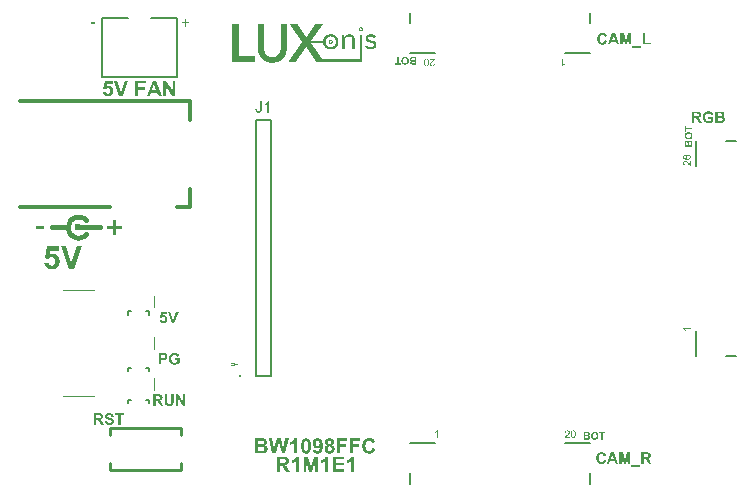
<source format=gto>
G04*
G04 #@! TF.GenerationSoftware,Altium Limited,Altium Designer,19.1.8 (144)*
G04*
G04 Layer_Color=65535*
%FSLAX44Y44*%
%MOMM*%
G71*
G01*
G75*
%ADD10C,0.4000*%
%ADD11C,0.2540*%
%ADD12C,0.6000*%
%ADD13C,0.2000*%
%ADD14C,0.1000*%
%ADD15C,0.3000*%
%ADD16C,0.1016*%
%ADD17C,0.2540*%
G36*
X282253Y387089D02*
X282591D01*
Y387047D01*
X282760D01*
Y387005D01*
X282887D01*
Y386962D01*
X282972D01*
Y386920D01*
X283057D01*
Y386878D01*
X283141D01*
Y386835D01*
X283183D01*
Y386793D01*
X283268D01*
Y386751D01*
X283310D01*
Y386708D01*
X283353D01*
Y386666D01*
X283395D01*
Y386624D01*
X283437D01*
Y386581D01*
X283480D01*
Y386539D01*
X283522D01*
Y386497D01*
X283564D01*
Y386455D01*
X283607D01*
Y386412D01*
Y386370D01*
X283649D01*
Y386328D01*
X283691D01*
Y386285D01*
Y386243D01*
X283734D01*
Y386201D01*
Y386158D01*
X283776D01*
Y386116D01*
Y386074D01*
X283818D01*
Y386031D01*
Y385989D01*
Y385947D01*
X283860D01*
Y385905D01*
Y385862D01*
Y385820D01*
Y385778D01*
X283903D01*
Y385735D01*
Y385693D01*
Y385651D01*
Y385608D01*
Y385566D01*
Y385524D01*
Y385481D01*
Y385439D01*
Y385397D01*
Y385354D01*
Y385312D01*
Y385270D01*
Y385228D01*
Y385185D01*
Y385143D01*
Y385101D01*
Y385058D01*
Y385016D01*
Y384974D01*
X283860D01*
Y384931D01*
Y384889D01*
Y384847D01*
Y384804D01*
X283818D01*
Y384762D01*
Y384720D01*
Y384678D01*
X283776D01*
Y384635D01*
Y384593D01*
X283734D01*
Y384551D01*
Y384508D01*
X283691D01*
Y384466D01*
Y384424D01*
X283649D01*
Y384381D01*
X283607D01*
Y384339D01*
Y384297D01*
X283564D01*
Y384254D01*
X283522D01*
Y384212D01*
X283480D01*
Y384170D01*
X283437D01*
Y384128D01*
X283395D01*
Y384085D01*
X283353D01*
Y384043D01*
X283310D01*
Y384001D01*
X283268D01*
Y383958D01*
X283183D01*
Y383916D01*
X283141D01*
Y383874D01*
X283057D01*
Y383831D01*
X282972D01*
Y383789D01*
X282887D01*
Y383747D01*
X282760D01*
Y383704D01*
X282591D01*
Y383662D01*
X282295D01*
Y383620D01*
X281999D01*
Y383662D01*
X281703D01*
Y383704D01*
X281534D01*
Y383747D01*
X281449D01*
Y383789D01*
X281322D01*
Y383831D01*
X281237D01*
Y383874D01*
X281195D01*
Y383916D01*
X281110D01*
Y383958D01*
X281068D01*
Y384001D01*
X280984D01*
Y384043D01*
X280941D01*
Y384085D01*
X280899D01*
Y384128D01*
X280857D01*
Y384170D01*
X280814D01*
Y384212D01*
X280772D01*
Y384254D01*
X280730D01*
Y384297D01*
Y384339D01*
X280687D01*
Y384381D01*
X280645D01*
Y384424D01*
Y384466D01*
X280603D01*
Y384508D01*
Y384551D01*
X280560D01*
Y384593D01*
Y384635D01*
X280518D01*
Y384678D01*
Y384720D01*
X280476D01*
Y384762D01*
Y384804D01*
Y384847D01*
X280434D01*
Y384889D01*
Y384931D01*
Y384974D01*
Y385016D01*
Y385058D01*
X280391D01*
Y385101D01*
Y385143D01*
Y385185D01*
Y385228D01*
Y385270D01*
Y385312D01*
Y385354D01*
Y385397D01*
Y385439D01*
Y385481D01*
Y385524D01*
Y385566D01*
Y385608D01*
Y385651D01*
Y385693D01*
X280434D01*
Y385735D01*
Y385778D01*
Y385820D01*
Y385862D01*
Y385905D01*
X280476D01*
Y385947D01*
Y385989D01*
Y386031D01*
X280518D01*
Y386074D01*
Y386116D01*
X280560D01*
Y386158D01*
Y386201D01*
X280603D01*
Y386243D01*
Y386285D01*
X280645D01*
Y386328D01*
Y386370D01*
X280687D01*
Y386412D01*
X280730D01*
Y386455D01*
Y386497D01*
X280772D01*
Y386539D01*
X280814D01*
Y386581D01*
X280857D01*
Y386624D01*
X280899D01*
Y386666D01*
X280941D01*
Y386708D01*
X280984D01*
Y386751D01*
X281068D01*
Y386793D01*
X281110D01*
Y386835D01*
X281195D01*
Y386878D01*
X281237D01*
Y386920D01*
X281322D01*
Y386962D01*
X281449D01*
Y387005D01*
X281576D01*
Y387047D01*
X281703D01*
Y387089D01*
X282041D01*
Y387131D01*
X282253D01*
Y387089D01*
D02*
G37*
G36*
X272818Y381208D02*
X273326D01*
Y381166D01*
X273580D01*
Y381124D01*
X273791D01*
Y381082D01*
X273960D01*
Y381039D01*
X274130D01*
Y380997D01*
X274257D01*
Y380955D01*
X274384D01*
Y380912D01*
X274510D01*
Y380870D01*
X274595D01*
Y380828D01*
X274680D01*
Y380785D01*
X274764D01*
Y380743D01*
X274849D01*
Y380701D01*
X274934D01*
Y380658D01*
X275018D01*
Y380616D01*
X275103D01*
Y380574D01*
X275145D01*
Y380532D01*
X275230D01*
Y380489D01*
X275272D01*
Y380447D01*
X275357D01*
Y380405D01*
X275399D01*
Y380362D01*
X275441D01*
Y380320D01*
X275526D01*
Y380278D01*
X275568D01*
Y380235D01*
X275611D01*
Y380193D01*
X275653D01*
Y380151D01*
X275695D01*
Y380108D01*
X275737D01*
Y380066D01*
X275780D01*
Y380024D01*
X275822D01*
Y379981D01*
X275864D01*
Y379939D01*
X275907D01*
Y379897D01*
X275949D01*
Y379855D01*
X275991D01*
Y379812D01*
X276034D01*
Y379770D01*
X276076D01*
Y379728D01*
X276118D01*
Y379685D01*
Y379643D01*
X276161D01*
Y379601D01*
X276203D01*
Y379558D01*
Y379516D01*
X276245D01*
Y379474D01*
X276287D01*
Y379431D01*
Y379389D01*
X276330D01*
Y379347D01*
X276372D01*
Y379305D01*
Y379262D01*
X276414D01*
Y379220D01*
Y379178D01*
X276457D01*
Y379135D01*
X276499D01*
Y379093D01*
Y379051D01*
X276541D01*
Y379008D01*
Y378966D01*
X276584D01*
Y378924D01*
Y378881D01*
Y378839D01*
X276626D01*
Y378797D01*
Y378755D01*
X276668D01*
Y378712D01*
Y378670D01*
X276710D01*
Y378628D01*
Y378585D01*
Y378543D01*
X276753D01*
Y378501D01*
Y378459D01*
Y378416D01*
X276795D01*
Y378374D01*
Y378331D01*
Y378289D01*
X276837D01*
Y378247D01*
Y378205D01*
Y378162D01*
Y378120D01*
X276880D01*
Y378078D01*
Y378035D01*
Y377993D01*
Y377951D01*
X276922D01*
Y377908D01*
Y377866D01*
Y377824D01*
Y377781D01*
Y377739D01*
X276964D01*
Y377697D01*
Y377655D01*
Y377612D01*
Y377570D01*
X277007D01*
Y377528D01*
Y377485D01*
Y377443D01*
Y377401D01*
Y377359D01*
Y377316D01*
Y377274D01*
Y377231D01*
X277049D01*
Y377189D01*
Y377147D01*
Y377105D01*
Y377062D01*
Y377020D01*
Y376978D01*
Y376935D01*
Y376893D01*
Y376851D01*
Y376809D01*
Y376766D01*
X277091D01*
Y376724D01*
Y376682D01*
Y376639D01*
Y376597D01*
Y376555D01*
Y376512D01*
Y376470D01*
Y376428D01*
Y376385D01*
Y376343D01*
Y376301D01*
Y376259D01*
Y376216D01*
Y376174D01*
Y376132D01*
Y376089D01*
Y376047D01*
Y376005D01*
Y375962D01*
Y375920D01*
Y375878D01*
Y375835D01*
Y375793D01*
Y375751D01*
Y375709D01*
Y375666D01*
Y375624D01*
Y375582D01*
Y375539D01*
Y375497D01*
Y375455D01*
Y375412D01*
Y375370D01*
Y375328D01*
Y375285D01*
Y375243D01*
Y375201D01*
Y375159D01*
Y375116D01*
Y375074D01*
Y375032D01*
Y374989D01*
Y374947D01*
Y374905D01*
Y374862D01*
Y374820D01*
Y374778D01*
Y374735D01*
Y374693D01*
Y374651D01*
Y374608D01*
Y374566D01*
Y374524D01*
Y374482D01*
Y374439D01*
Y374397D01*
Y374355D01*
Y374312D01*
Y374270D01*
Y374228D01*
Y374185D01*
Y374143D01*
Y374101D01*
Y374058D01*
Y374016D01*
Y373974D01*
Y373932D01*
Y373889D01*
Y373847D01*
Y373805D01*
Y373762D01*
Y373720D01*
Y373678D01*
Y373635D01*
Y373593D01*
Y373551D01*
Y373508D01*
Y373466D01*
Y373424D01*
Y373382D01*
Y373339D01*
Y373297D01*
Y373255D01*
Y373212D01*
Y373170D01*
Y373128D01*
Y373085D01*
Y373043D01*
Y373001D01*
Y372958D01*
Y372916D01*
Y372874D01*
Y372832D01*
Y372789D01*
Y372747D01*
Y372705D01*
Y372662D01*
Y372620D01*
Y372578D01*
Y372535D01*
Y372493D01*
Y372451D01*
Y372408D01*
Y372366D01*
Y372324D01*
Y372282D01*
Y372239D01*
Y372197D01*
Y372155D01*
Y372112D01*
Y372070D01*
Y372028D01*
Y371985D01*
Y371943D01*
Y371901D01*
Y371858D01*
Y371816D01*
Y371774D01*
Y371732D01*
Y371689D01*
Y371647D01*
Y371605D01*
Y371562D01*
Y371520D01*
Y371478D01*
Y371435D01*
Y371393D01*
Y371351D01*
Y371309D01*
Y371266D01*
Y371224D01*
Y371182D01*
Y371139D01*
Y371097D01*
Y371055D01*
Y371012D01*
Y370970D01*
Y370928D01*
Y370885D01*
Y370843D01*
Y370801D01*
Y370759D01*
Y370716D01*
Y370674D01*
Y370632D01*
Y370589D01*
Y370547D01*
Y370505D01*
Y370462D01*
Y370420D01*
Y370378D01*
Y370336D01*
Y370293D01*
Y370251D01*
Y370209D01*
Y370166D01*
Y370124D01*
Y370082D01*
Y370039D01*
Y369997D01*
Y369955D01*
Y369912D01*
Y369870D01*
Y369828D01*
Y369785D01*
Y369743D01*
Y369701D01*
Y369659D01*
Y369616D01*
Y369574D01*
Y369532D01*
Y369489D01*
Y369447D01*
Y369405D01*
Y369362D01*
Y369320D01*
Y369278D01*
Y369235D01*
Y369193D01*
Y369151D01*
Y369109D01*
Y369066D01*
Y369024D01*
Y368982D01*
Y368939D01*
Y368897D01*
Y368855D01*
Y368812D01*
Y368770D01*
Y368728D01*
X275061D01*
Y368770D01*
Y368812D01*
Y368855D01*
Y368897D01*
Y368939D01*
Y368982D01*
Y369024D01*
Y369066D01*
Y369109D01*
Y369151D01*
Y369193D01*
Y369235D01*
Y369278D01*
Y369320D01*
Y369362D01*
Y369405D01*
Y369447D01*
Y369489D01*
Y369532D01*
Y369574D01*
Y369616D01*
Y369659D01*
Y369701D01*
Y369743D01*
Y369785D01*
Y369828D01*
Y369870D01*
Y369912D01*
Y369955D01*
Y369997D01*
Y370039D01*
Y370082D01*
Y370124D01*
Y370166D01*
Y370209D01*
Y370251D01*
Y370293D01*
Y370336D01*
Y370378D01*
Y370420D01*
Y370462D01*
Y370505D01*
Y370547D01*
Y370589D01*
Y370632D01*
Y370674D01*
Y370716D01*
Y370759D01*
Y370801D01*
Y370843D01*
Y370885D01*
Y370928D01*
Y370970D01*
Y371012D01*
Y371055D01*
Y371097D01*
Y371139D01*
Y371182D01*
Y371224D01*
Y371266D01*
Y371309D01*
Y371351D01*
Y371393D01*
Y371435D01*
Y371478D01*
Y371520D01*
Y371562D01*
Y371605D01*
Y371647D01*
Y371689D01*
Y371732D01*
Y371774D01*
Y371816D01*
Y371858D01*
Y371901D01*
Y371943D01*
Y371985D01*
Y372028D01*
Y372070D01*
Y372112D01*
Y372155D01*
Y372197D01*
Y372239D01*
Y372282D01*
Y372324D01*
Y372366D01*
Y372408D01*
Y372451D01*
Y372493D01*
Y372535D01*
Y372578D01*
Y372620D01*
Y372662D01*
Y372705D01*
Y372747D01*
Y372789D01*
Y372832D01*
Y372874D01*
Y372916D01*
Y372958D01*
Y373001D01*
Y373043D01*
Y373085D01*
Y373128D01*
Y373170D01*
Y373212D01*
Y373255D01*
Y373297D01*
Y373339D01*
Y373382D01*
Y373424D01*
Y373466D01*
Y373508D01*
Y373551D01*
Y373593D01*
Y373635D01*
Y373678D01*
Y373720D01*
Y373762D01*
Y373805D01*
Y373847D01*
Y373889D01*
Y373932D01*
Y373974D01*
Y374016D01*
Y374058D01*
Y374101D01*
Y374143D01*
Y374185D01*
Y374228D01*
Y374270D01*
Y374312D01*
Y374355D01*
Y374397D01*
Y374439D01*
Y374482D01*
Y374524D01*
Y374566D01*
Y374608D01*
Y374651D01*
Y374693D01*
Y374735D01*
Y374778D01*
Y374820D01*
Y374862D01*
Y374905D01*
Y374947D01*
Y374989D01*
Y375032D01*
Y375074D01*
Y375116D01*
Y375159D01*
Y375201D01*
Y375243D01*
Y375285D01*
Y375328D01*
Y375370D01*
Y375412D01*
Y375455D01*
Y375497D01*
Y375539D01*
Y375582D01*
Y375624D01*
Y375666D01*
Y375709D01*
Y375751D01*
Y375793D01*
Y375835D01*
Y375878D01*
Y375920D01*
Y375962D01*
Y376005D01*
Y376047D01*
Y376089D01*
Y376132D01*
Y376174D01*
Y376216D01*
Y376259D01*
Y376301D01*
Y376343D01*
Y376385D01*
Y376428D01*
Y376470D01*
Y376512D01*
Y376555D01*
Y376597D01*
Y376639D01*
Y376682D01*
X275018D01*
Y376724D01*
Y376766D01*
Y376809D01*
Y376851D01*
Y376893D01*
Y376935D01*
Y376978D01*
X274976D01*
Y377020D01*
Y377062D01*
Y377105D01*
Y377147D01*
Y377189D01*
Y377231D01*
X274934D01*
Y377274D01*
Y377316D01*
Y377359D01*
Y377401D01*
X274891D01*
Y377443D01*
Y377485D01*
Y377528D01*
X274849D01*
Y377570D01*
Y377612D01*
Y377655D01*
X274807D01*
Y377697D01*
Y377739D01*
Y377781D01*
X274764D01*
Y377824D01*
Y377866D01*
X274722D01*
Y377908D01*
Y377951D01*
X274680D01*
Y377993D01*
Y378035D01*
Y378078D01*
X274637D01*
Y378120D01*
Y378162D01*
X274595D01*
Y378205D01*
X274553D01*
Y378247D01*
Y378289D01*
X274510D01*
Y378331D01*
X274468D01*
Y378374D01*
Y378416D01*
X274426D01*
Y378459D01*
X274384D01*
Y378501D01*
Y378543D01*
X274341D01*
Y378585D01*
X274299D01*
Y378628D01*
X274257D01*
Y378670D01*
X274214D01*
Y378712D01*
X274172D01*
Y378755D01*
X274130D01*
Y378797D01*
X274087D01*
Y378839D01*
X274003D01*
Y378881D01*
X273960D01*
Y378924D01*
X273918D01*
Y378966D01*
X273834D01*
Y379008D01*
X273749D01*
Y379051D01*
X273707D01*
Y379093D01*
X273622D01*
Y379135D01*
X273495D01*
Y379178D01*
X273410D01*
Y379220D01*
X273284D01*
Y379262D01*
X273114D01*
Y379305D01*
X272903D01*
Y379347D01*
X272522D01*
Y379389D01*
X271972D01*
Y379347D01*
X271549D01*
Y379305D01*
X271338D01*
Y379262D01*
X271126D01*
Y379220D01*
X270999D01*
Y379178D01*
X270872D01*
Y379135D01*
X270745D01*
Y379093D01*
X270660D01*
Y379051D01*
X270534D01*
Y379008D01*
X270449D01*
Y378966D01*
X270364D01*
Y378924D01*
X270322D01*
Y378881D01*
X270238D01*
Y378839D01*
X270195D01*
Y378797D01*
X270111D01*
Y378755D01*
X270068D01*
Y378712D01*
X269984D01*
Y378670D01*
X269941D01*
Y378628D01*
X269899D01*
Y378585D01*
X269857D01*
Y378543D01*
X269772D01*
Y378501D01*
X269730D01*
Y378459D01*
X269688D01*
Y378416D01*
X269645D01*
Y378374D01*
Y378331D01*
X269603D01*
Y378289D01*
X269561D01*
Y378247D01*
X269518D01*
Y378205D01*
X269476D01*
Y378162D01*
X269434D01*
Y378120D01*
X269391D01*
Y378078D01*
Y378035D01*
X269349D01*
Y377993D01*
X269307D01*
Y377951D01*
Y377908D01*
X269264D01*
Y377866D01*
X269222D01*
Y377824D01*
Y377781D01*
X269180D01*
Y377739D01*
Y377697D01*
X269137D01*
Y377655D01*
X269095D01*
Y377612D01*
Y377570D01*
X269053D01*
Y377528D01*
Y377485D01*
X269011D01*
Y377443D01*
Y377401D01*
X268968D01*
Y377359D01*
Y377316D01*
Y377274D01*
X268926D01*
Y377231D01*
Y377189D01*
X268884D01*
Y377147D01*
Y377105D01*
Y377062D01*
X268841D01*
Y377020D01*
Y376978D01*
Y376935D01*
X268799D01*
Y376893D01*
Y376851D01*
X268757D01*
Y376809D01*
Y376766D01*
Y376724D01*
Y376682D01*
X268714D01*
Y376639D01*
Y376597D01*
Y376555D01*
Y376512D01*
X268672D01*
Y376470D01*
Y376428D01*
Y376385D01*
Y376343D01*
X268630D01*
Y376301D01*
Y376259D01*
Y376216D01*
Y376174D01*
Y376132D01*
X268587D01*
Y376089D01*
Y376047D01*
Y376005D01*
Y375962D01*
Y375920D01*
Y375878D01*
X268545D01*
Y375835D01*
Y375793D01*
Y375751D01*
Y375709D01*
Y375666D01*
Y375624D01*
Y375582D01*
Y375539D01*
Y375497D01*
X268503D01*
Y375455D01*
Y375412D01*
Y375370D01*
Y375328D01*
Y375285D01*
Y375243D01*
Y375201D01*
Y375159D01*
Y375116D01*
Y375074D01*
Y375032D01*
Y374989D01*
Y374947D01*
Y374905D01*
Y374862D01*
Y374820D01*
Y374778D01*
Y374735D01*
Y374693D01*
Y374651D01*
Y374608D01*
Y374566D01*
Y374524D01*
Y374482D01*
Y374439D01*
Y374397D01*
Y374355D01*
Y374312D01*
Y374270D01*
Y374228D01*
Y374185D01*
Y374143D01*
Y374101D01*
Y374058D01*
Y374016D01*
Y373974D01*
Y373932D01*
Y373889D01*
Y373847D01*
Y373805D01*
Y373762D01*
Y373720D01*
Y373678D01*
Y373635D01*
Y373593D01*
Y373551D01*
Y373508D01*
Y373466D01*
Y373424D01*
Y373382D01*
Y373339D01*
Y373297D01*
Y373255D01*
Y373212D01*
Y373170D01*
Y373128D01*
Y373085D01*
Y373043D01*
Y373001D01*
Y372958D01*
Y372916D01*
Y372874D01*
Y372832D01*
Y372789D01*
Y372747D01*
Y372705D01*
Y372662D01*
Y372620D01*
Y372578D01*
Y372535D01*
Y372493D01*
Y372451D01*
Y372408D01*
Y372366D01*
Y372324D01*
Y372282D01*
Y372239D01*
Y372197D01*
Y372155D01*
Y372112D01*
Y372070D01*
Y372028D01*
Y371985D01*
Y371943D01*
Y371901D01*
Y371858D01*
Y371816D01*
Y371774D01*
Y371732D01*
Y371689D01*
Y371647D01*
Y371605D01*
Y371562D01*
Y371520D01*
Y371478D01*
Y371435D01*
Y371393D01*
Y371351D01*
Y371309D01*
Y371266D01*
Y371224D01*
Y371182D01*
Y371139D01*
Y371097D01*
Y371055D01*
Y371012D01*
Y370970D01*
Y370928D01*
Y370885D01*
Y370843D01*
Y370801D01*
Y370759D01*
Y370716D01*
Y370674D01*
Y370632D01*
Y370589D01*
Y370547D01*
Y370505D01*
Y370462D01*
Y370420D01*
Y370378D01*
Y370336D01*
Y370293D01*
Y370251D01*
Y370209D01*
Y370166D01*
Y370124D01*
Y370082D01*
Y370039D01*
Y369997D01*
Y369955D01*
Y369912D01*
Y369870D01*
Y369828D01*
Y369785D01*
Y369743D01*
Y369701D01*
Y369659D01*
Y369616D01*
Y369574D01*
Y369532D01*
Y369489D01*
Y369447D01*
Y369405D01*
Y369362D01*
Y369320D01*
Y369278D01*
Y369235D01*
Y369193D01*
Y369151D01*
Y369109D01*
Y369066D01*
Y369024D01*
Y368982D01*
Y368939D01*
Y368897D01*
Y368855D01*
Y368812D01*
Y368770D01*
Y368728D01*
X266472D01*
Y368770D01*
Y368812D01*
Y368855D01*
Y368897D01*
Y368939D01*
Y368982D01*
Y369024D01*
Y369066D01*
Y369109D01*
Y369151D01*
Y369193D01*
Y369235D01*
Y369278D01*
Y369320D01*
Y369362D01*
Y369405D01*
Y369447D01*
Y369489D01*
Y369532D01*
Y369574D01*
Y369616D01*
Y369659D01*
Y369701D01*
Y369743D01*
Y369785D01*
Y369828D01*
Y369870D01*
Y369912D01*
Y369955D01*
Y369997D01*
Y370039D01*
Y370082D01*
Y370124D01*
Y370166D01*
Y370209D01*
Y370251D01*
Y370293D01*
Y370336D01*
Y370378D01*
Y370420D01*
Y370462D01*
Y370505D01*
Y370547D01*
Y370589D01*
Y370632D01*
Y370674D01*
Y370716D01*
Y370759D01*
Y370801D01*
Y370843D01*
Y370885D01*
Y370928D01*
Y370970D01*
Y371012D01*
Y371055D01*
Y371097D01*
Y371139D01*
Y371182D01*
Y371224D01*
Y371266D01*
Y371309D01*
Y371351D01*
Y371393D01*
Y371435D01*
Y371478D01*
Y371520D01*
Y371562D01*
Y371605D01*
Y371647D01*
Y371689D01*
Y371732D01*
Y371774D01*
Y371816D01*
Y371858D01*
Y371901D01*
Y371943D01*
Y371985D01*
Y372028D01*
Y372070D01*
Y372112D01*
Y372155D01*
Y372197D01*
Y372239D01*
Y372282D01*
Y372324D01*
Y372366D01*
Y372408D01*
Y372451D01*
Y372493D01*
Y372535D01*
Y372578D01*
Y372620D01*
Y372662D01*
Y372705D01*
Y372747D01*
Y372789D01*
Y372832D01*
Y372874D01*
Y372916D01*
Y372958D01*
Y373001D01*
Y373043D01*
Y373085D01*
Y373128D01*
Y373170D01*
Y373212D01*
Y373255D01*
Y373297D01*
Y373339D01*
Y373382D01*
Y373424D01*
Y373466D01*
Y373508D01*
Y373551D01*
Y373593D01*
Y373635D01*
Y373678D01*
Y373720D01*
Y373762D01*
Y373805D01*
Y373847D01*
Y373889D01*
Y373932D01*
Y373974D01*
Y374016D01*
Y374058D01*
Y374101D01*
Y374143D01*
Y374185D01*
Y374228D01*
Y374270D01*
Y374312D01*
Y374355D01*
Y374397D01*
Y374439D01*
Y374482D01*
Y374524D01*
Y374566D01*
Y374608D01*
Y374651D01*
Y374693D01*
Y374735D01*
Y374778D01*
Y374820D01*
Y374862D01*
Y374905D01*
Y374947D01*
Y374989D01*
Y375032D01*
Y375074D01*
Y375116D01*
Y375159D01*
Y375201D01*
Y375243D01*
Y375285D01*
Y375328D01*
Y375370D01*
Y375412D01*
Y375455D01*
Y375497D01*
Y375539D01*
Y375582D01*
Y375624D01*
Y375666D01*
Y375709D01*
Y375751D01*
Y375793D01*
Y375835D01*
Y375878D01*
Y375920D01*
Y375962D01*
Y376005D01*
Y376047D01*
Y376089D01*
Y376132D01*
Y376174D01*
Y376216D01*
Y376259D01*
Y376301D01*
Y376343D01*
Y376385D01*
Y376428D01*
Y376470D01*
Y376512D01*
Y376555D01*
Y376597D01*
Y376639D01*
Y376682D01*
Y376724D01*
Y376766D01*
Y376809D01*
Y376851D01*
Y376893D01*
Y376935D01*
Y376978D01*
Y377020D01*
Y377062D01*
Y377105D01*
Y377147D01*
Y377189D01*
Y377231D01*
Y377274D01*
Y377316D01*
Y377359D01*
Y377401D01*
Y377443D01*
Y377485D01*
Y377528D01*
Y377570D01*
Y377612D01*
Y377655D01*
Y377697D01*
Y377739D01*
Y377781D01*
Y377824D01*
Y377866D01*
Y377908D01*
Y377951D01*
Y377993D01*
Y378035D01*
Y378078D01*
Y378120D01*
Y378162D01*
Y378205D01*
Y378247D01*
Y378289D01*
Y378331D01*
Y378374D01*
Y378416D01*
Y378459D01*
Y378501D01*
Y378543D01*
Y378585D01*
Y378628D01*
Y378670D01*
Y378712D01*
Y378755D01*
Y378797D01*
Y378839D01*
Y378881D01*
X266430D01*
Y378924D01*
Y378966D01*
Y379008D01*
Y379051D01*
Y379093D01*
Y379135D01*
Y379178D01*
Y379220D01*
Y379262D01*
Y379305D01*
Y379347D01*
Y379389D01*
Y379431D01*
Y379474D01*
Y379516D01*
Y379558D01*
Y379601D01*
Y379643D01*
Y379685D01*
Y379728D01*
X266388D01*
Y379770D01*
Y379812D01*
Y379855D01*
Y379897D01*
Y379939D01*
Y379981D01*
Y380024D01*
Y380066D01*
Y380108D01*
Y380151D01*
Y380193D01*
Y380235D01*
Y380278D01*
Y380320D01*
Y380362D01*
Y380405D01*
Y380447D01*
Y380489D01*
Y380532D01*
Y380574D01*
Y380616D01*
X266345D01*
Y380658D01*
Y380701D01*
Y380743D01*
Y380785D01*
Y380828D01*
Y380870D01*
Y380912D01*
X268291D01*
Y380870D01*
Y380828D01*
Y380785D01*
Y380743D01*
Y380701D01*
Y380658D01*
Y380616D01*
Y380574D01*
Y380532D01*
Y380489D01*
Y380447D01*
Y380405D01*
Y380362D01*
Y380320D01*
Y380278D01*
Y380235D01*
Y380193D01*
Y380151D01*
Y380108D01*
Y380066D01*
Y380024D01*
Y379981D01*
Y379939D01*
Y379897D01*
Y379855D01*
Y379812D01*
Y379770D01*
Y379728D01*
X268334D01*
Y379685D01*
Y379643D01*
Y379601D01*
Y379558D01*
Y379516D01*
Y379474D01*
Y379431D01*
Y379389D01*
Y379347D01*
Y379305D01*
Y379262D01*
Y379220D01*
Y379178D01*
Y379135D01*
Y379093D01*
Y379051D01*
Y379008D01*
Y378966D01*
Y378924D01*
X268418D01*
Y378966D01*
Y379008D01*
X268461D01*
Y379051D01*
Y379093D01*
X268503D01*
Y379135D01*
Y379178D01*
X268545D01*
Y379220D01*
X268587D01*
Y379262D01*
Y379305D01*
X268630D01*
Y379347D01*
X268672D01*
Y379389D01*
Y379431D01*
X268714D01*
Y379474D01*
X268757D01*
Y379516D01*
Y379558D01*
X268799D01*
Y379601D01*
X268841D01*
Y379643D01*
X268884D01*
Y379685D01*
X268926D01*
Y379728D01*
X268968D01*
Y379770D01*
Y379812D01*
X269011D01*
Y379855D01*
X269053D01*
Y379897D01*
X269095D01*
Y379939D01*
X269137D01*
Y379981D01*
X269180D01*
Y380024D01*
X269222D01*
Y380066D01*
X269307D01*
Y380108D01*
X269349D01*
Y380151D01*
X269391D01*
Y380193D01*
X269434D01*
Y380235D01*
X269476D01*
Y380278D01*
X269561D01*
Y380320D01*
X269603D01*
Y380362D01*
X269688D01*
Y380405D01*
X269730D01*
Y380447D01*
X269772D01*
Y380489D01*
X269857D01*
Y380532D01*
X269941D01*
Y380574D01*
X269984D01*
Y380616D01*
X270068D01*
Y380658D01*
X270153D01*
Y380701D01*
X270238D01*
Y380743D01*
X270322D01*
Y380785D01*
X270407D01*
Y380828D01*
X270491D01*
Y380870D01*
X270618D01*
Y380912D01*
X270703D01*
Y380955D01*
X270830D01*
Y380997D01*
X270957D01*
Y381039D01*
X271126D01*
Y381082D01*
X271253D01*
Y381124D01*
X271464D01*
Y381166D01*
X271718D01*
Y381208D01*
X272141D01*
Y381251D01*
X272818D01*
Y381208D01*
D02*
G37*
G36*
X250311Y389966D02*
X250268D01*
Y389924D01*
X250226D01*
Y389881D01*
Y389839D01*
X250184D01*
Y389797D01*
X250142D01*
Y389754D01*
Y389712D01*
X250099D01*
Y389670D01*
X250057D01*
Y389628D01*
X250015D01*
Y389585D01*
Y389543D01*
X249972D01*
Y389501D01*
X249930D01*
Y389458D01*
Y389416D01*
X249888D01*
Y389374D01*
X249845D01*
Y389331D01*
X249803D01*
Y389289D01*
Y389247D01*
X249761D01*
Y389204D01*
X249718D01*
Y389162D01*
Y389120D01*
X249676D01*
Y389078D01*
X249634D01*
Y389035D01*
X249592D01*
Y388993D01*
Y388951D01*
X249549D01*
Y388908D01*
X249507D01*
Y388866D01*
Y388824D01*
X249465D01*
Y388781D01*
X249422D01*
Y388739D01*
X249380D01*
Y388697D01*
Y388655D01*
X249338D01*
Y388612D01*
X249295D01*
Y388570D01*
Y388527D01*
X249253D01*
Y388485D01*
X249211D01*
Y388443D01*
Y388401D01*
X249168D01*
Y388358D01*
X249126D01*
Y388316D01*
X249084D01*
Y388274D01*
Y388231D01*
X249042D01*
Y388189D01*
X248999D01*
Y388147D01*
Y388105D01*
X248957D01*
Y388062D01*
X248915D01*
Y388020D01*
X248872D01*
Y387978D01*
Y387935D01*
X248830D01*
Y387893D01*
X248788D01*
Y387851D01*
Y387808D01*
X248745D01*
Y387766D01*
X248703D01*
Y387724D01*
X248661D01*
Y387681D01*
Y387639D01*
X248619D01*
Y387597D01*
X248576D01*
Y387555D01*
Y387512D01*
X248534D01*
Y387470D01*
X248492D01*
Y387428D01*
X248449D01*
Y387385D01*
Y387343D01*
X248407D01*
Y387301D01*
X248365D01*
Y387258D01*
Y387216D01*
X248322D01*
Y387174D01*
X248280D01*
Y387131D01*
Y387089D01*
X248238D01*
Y387047D01*
X248195D01*
Y387005D01*
X248153D01*
Y386962D01*
Y386920D01*
X248111D01*
Y386878D01*
X248069D01*
Y386835D01*
Y386793D01*
X248026D01*
Y386751D01*
X247984D01*
Y386708D01*
X247942D01*
Y386666D01*
Y386624D01*
X247899D01*
Y386581D01*
X247857D01*
Y386539D01*
Y386497D01*
X247815D01*
Y386455D01*
X247772D01*
Y386412D01*
X247730D01*
Y386370D01*
Y386328D01*
X247688D01*
Y386285D01*
X247645D01*
Y386243D01*
Y386201D01*
X247603D01*
Y386158D01*
X247561D01*
Y386116D01*
X247519D01*
Y386074D01*
Y386031D01*
X247476D01*
Y385989D01*
X247434D01*
Y385947D01*
Y385905D01*
X247392D01*
Y385862D01*
X247349D01*
Y385820D01*
X247307D01*
Y385778D01*
Y385735D01*
X247265D01*
Y385693D01*
X247222D01*
Y385651D01*
Y385608D01*
X247180D01*
Y385566D01*
X247138D01*
Y385524D01*
Y385481D01*
X247096D01*
Y385439D01*
X247053D01*
Y385397D01*
X247011D01*
Y385354D01*
Y385312D01*
X246968D01*
Y385270D01*
X246926D01*
Y385228D01*
Y385185D01*
X246884D01*
Y385143D01*
X246842D01*
Y385101D01*
X246799D01*
Y385058D01*
Y385016D01*
X246757D01*
Y384974D01*
X246715D01*
Y384931D01*
Y384889D01*
X246672D01*
Y384847D01*
X246630D01*
Y384804D01*
X246588D01*
Y384762D01*
Y384720D01*
X246546D01*
Y384678D01*
X246503D01*
Y384635D01*
Y384593D01*
X246461D01*
Y384551D01*
X246419D01*
Y384508D01*
X246376D01*
Y384466D01*
Y384424D01*
X246334D01*
Y384381D01*
X246292D01*
Y384339D01*
Y384297D01*
X246249D01*
Y384254D01*
X246207D01*
Y384212D01*
X246165D01*
Y384170D01*
Y384128D01*
X246122D01*
Y384085D01*
X246080D01*
Y384043D01*
Y384001D01*
X246038D01*
Y383958D01*
X245996D01*
Y383916D01*
Y383874D01*
X245953D01*
Y383831D01*
X245911D01*
Y383789D01*
X245868D01*
Y383747D01*
Y383704D01*
X245826D01*
Y383662D01*
X245784D01*
Y383620D01*
Y383578D01*
X245742D01*
Y383535D01*
X245699D01*
Y383493D01*
X245657D01*
Y383451D01*
Y383408D01*
X245615D01*
Y383366D01*
X245572D01*
Y383324D01*
Y383282D01*
X245530D01*
Y383239D01*
X245488D01*
Y383197D01*
X245445D01*
Y383154D01*
Y383112D01*
X245403D01*
Y383070D01*
X245361D01*
Y383028D01*
Y382985D01*
X245319D01*
Y382943D01*
X245276D01*
Y382901D01*
X245234D01*
Y382858D01*
Y382816D01*
X245192D01*
Y382774D01*
X245149D01*
Y382732D01*
Y382689D01*
X245107D01*
Y382647D01*
X245065D01*
Y382604D01*
X245022D01*
Y382562D01*
Y382520D01*
X244980D01*
Y382478D01*
X244938D01*
Y382435D01*
Y382393D01*
X244895D01*
Y382351D01*
X244853D01*
Y382308D01*
Y382266D01*
X244811D01*
Y382224D01*
X244769D01*
Y382182D01*
X244726D01*
Y382139D01*
Y382097D01*
X244684D01*
Y382054D01*
X244642D01*
Y382012D01*
Y381970D01*
X244599D01*
Y381928D01*
X244557D01*
Y381885D01*
X244515D01*
Y381843D01*
Y381801D01*
X244472D01*
Y381758D01*
X244430D01*
Y381716D01*
Y381674D01*
X244388D01*
Y381632D01*
X244345D01*
Y381589D01*
X244303D01*
Y381547D01*
Y381505D01*
X244261D01*
Y381462D01*
X244219D01*
Y381420D01*
Y381378D01*
X244176D01*
Y381335D01*
X244134D01*
Y381293D01*
X244092D01*
Y381251D01*
Y381208D01*
X244049D01*
Y381166D01*
X244007D01*
Y381124D01*
Y381082D01*
X243965D01*
Y381039D01*
X243922D01*
Y380997D01*
Y380955D01*
X243880D01*
Y380912D01*
X243838D01*
Y380870D01*
X243796D01*
Y380828D01*
Y380785D01*
X243753D01*
Y380743D01*
X243711D01*
Y380701D01*
Y380658D01*
X243669D01*
Y380616D01*
X243626D01*
Y380574D01*
X243584D01*
Y380532D01*
Y380489D01*
X243542D01*
Y380447D01*
X243499D01*
Y380405D01*
Y380362D01*
X243457D01*
Y380320D01*
X243415D01*
Y380278D01*
X243372D01*
Y380235D01*
Y380193D01*
X243330D01*
Y380151D01*
X243288D01*
Y380108D01*
Y380066D01*
X243246D01*
Y380024D01*
X243203D01*
Y379981D01*
X243161D01*
Y379939D01*
Y379897D01*
X243119D01*
Y379855D01*
X243076D01*
Y379812D01*
Y379770D01*
X243034D01*
Y379728D01*
X242992D01*
Y379685D01*
X242949D01*
Y379643D01*
Y379601D01*
X242907D01*
Y379558D01*
X242865D01*
Y379516D01*
Y379474D01*
X242822D01*
Y379431D01*
X242780D01*
Y379389D01*
Y379347D01*
X242738D01*
Y379305D01*
X242696D01*
Y379262D01*
X242653D01*
Y379220D01*
Y379178D01*
X242611D01*
Y379135D01*
X242569D01*
Y379093D01*
Y379051D01*
X242526D01*
Y379008D01*
X242484D01*
Y378966D01*
X242442D01*
Y378924D01*
Y378881D01*
X242399D01*
Y378839D01*
X242357D01*
Y378797D01*
Y378755D01*
X242315D01*
Y378712D01*
X242272D01*
Y378670D01*
X242230D01*
Y378628D01*
Y378585D01*
X242188D01*
Y378543D01*
X242146D01*
Y378501D01*
Y378459D01*
X242103D01*
Y378416D01*
X242061D01*
Y378374D01*
X242019D01*
Y378331D01*
Y378289D01*
X241976D01*
Y378247D01*
X241934D01*
Y378205D01*
Y378162D01*
X241892D01*
Y378120D01*
X241849D01*
Y378078D01*
X241807D01*
Y378035D01*
Y377993D01*
X241765D01*
Y377951D01*
X241722D01*
Y377908D01*
Y377866D01*
X241680D01*
Y377824D01*
X241638D01*
Y377781D01*
Y377739D01*
X241595D01*
Y377697D01*
X241553D01*
Y377655D01*
X241511D01*
Y377612D01*
Y377570D01*
X241469D01*
Y377528D01*
X241426D01*
Y377485D01*
Y377443D01*
X241384D01*
Y377401D01*
X241342D01*
Y377359D01*
X241299D01*
Y377316D01*
Y377274D01*
X241257D01*
Y377231D01*
X241215D01*
Y377189D01*
Y377147D01*
X241173D01*
Y377105D01*
X241130D01*
Y377062D01*
X241088D01*
Y377020D01*
Y376978D01*
X241045D01*
Y376935D01*
X241003D01*
Y376893D01*
Y376851D01*
X240961D01*
Y376809D01*
X240919D01*
Y376766D01*
X240876D01*
Y376724D01*
Y376682D01*
X240834D01*
Y376639D01*
X240792D01*
Y376597D01*
Y376555D01*
X240749D01*
Y376512D01*
X240707D01*
Y376470D01*
Y376428D01*
X240665D01*
Y376385D01*
X240623D01*
Y376343D01*
X240580D01*
Y376301D01*
Y376259D01*
X240538D01*
Y376216D01*
X240495D01*
Y376174D01*
Y376132D01*
X240453D01*
Y376089D01*
X240411D01*
Y376047D01*
X240369D01*
Y376005D01*
Y375962D01*
X240326D01*
Y375920D01*
X240284D01*
Y375878D01*
Y375835D01*
X250353D01*
Y375878D01*
Y375920D01*
Y375962D01*
Y376005D01*
X250395D01*
Y376047D01*
Y376089D01*
Y376132D01*
Y376174D01*
Y376216D01*
X250438D01*
Y376259D01*
Y376301D01*
Y376343D01*
Y376385D01*
Y376428D01*
X250480D01*
Y376470D01*
Y376512D01*
Y376555D01*
Y376597D01*
X250522D01*
Y376639D01*
Y376682D01*
Y376724D01*
Y376766D01*
X250565D01*
Y376809D01*
Y376851D01*
Y376893D01*
Y376935D01*
X250607D01*
Y376978D01*
Y377020D01*
Y377062D01*
X250649D01*
Y377105D01*
Y377147D01*
Y377189D01*
X250692D01*
Y377231D01*
Y377274D01*
X250734D01*
Y377316D01*
Y377359D01*
Y377401D01*
X250776D01*
Y377443D01*
Y377485D01*
X250819D01*
Y377528D01*
Y377570D01*
X250861D01*
Y377612D01*
Y377655D01*
Y377697D01*
X250903D01*
Y377739D01*
Y377781D01*
X250945D01*
Y377824D01*
Y377866D01*
X250988D01*
Y377908D01*
Y377951D01*
X251030D01*
Y377993D01*
X251072D01*
Y378035D01*
Y378078D01*
X251115D01*
Y378120D01*
Y378162D01*
X251157D01*
Y378205D01*
Y378247D01*
X251199D01*
Y378289D01*
Y378331D01*
X251242D01*
Y378374D01*
X251284D01*
Y378416D01*
Y378459D01*
X251326D01*
Y378501D01*
X251369D01*
Y378543D01*
Y378585D01*
X251411D01*
Y378628D01*
X251453D01*
Y378670D01*
Y378712D01*
X251495D01*
Y378755D01*
X251538D01*
Y378797D01*
X251580D01*
Y378839D01*
Y378881D01*
X251622D01*
Y378924D01*
X251665D01*
Y378966D01*
X251707D01*
Y379008D01*
X251749D01*
Y379051D01*
X251791D01*
Y379093D01*
Y379135D01*
X251834D01*
Y379178D01*
X251876D01*
Y379220D01*
X251919D01*
Y379262D01*
X251961D01*
Y379305D01*
X252003D01*
Y379347D01*
X252045D01*
Y379389D01*
X252088D01*
Y379431D01*
X252130D01*
Y379474D01*
X252172D01*
Y379516D01*
X252215D01*
Y379558D01*
X252257D01*
Y379601D01*
X252299D01*
Y379643D01*
X252341D01*
Y379685D01*
X252384D01*
Y379728D01*
X252468D01*
Y379770D01*
X252511D01*
Y379812D01*
X252553D01*
Y379855D01*
X252595D01*
Y379897D01*
X252680D01*
Y379939D01*
X252722D01*
Y379981D01*
X252765D01*
Y380024D01*
X252807D01*
Y380066D01*
X252892D01*
Y380108D01*
X252976D01*
Y380151D01*
X253018D01*
Y380193D01*
X253103D01*
Y380235D01*
X253145D01*
Y380278D01*
X253230D01*
Y380320D01*
X253272D01*
Y380362D01*
X253357D01*
Y380405D01*
X253442D01*
Y380447D01*
X253526D01*
Y380489D01*
X253611D01*
Y380532D01*
X253695D01*
Y380574D01*
X253780D01*
Y380616D01*
X253865D01*
Y380658D01*
X253949D01*
Y380701D01*
X254076D01*
Y380743D01*
X254161D01*
Y380785D01*
X254288D01*
Y380828D01*
X254415D01*
Y380870D01*
X254541D01*
Y380912D01*
X254668D01*
Y380955D01*
X254795D01*
Y380997D01*
X254965D01*
Y381039D01*
X255134D01*
Y381082D01*
X255345D01*
Y381124D01*
X255599D01*
Y381166D01*
X255895D01*
Y381208D01*
X256403D01*
Y381251D01*
X257207D01*
Y381208D01*
X257672D01*
Y381166D01*
X257968D01*
Y381124D01*
X258222D01*
Y381082D01*
X258476D01*
Y381039D01*
X258603D01*
Y380997D01*
X258772D01*
Y380955D01*
X258941D01*
Y380912D01*
X259068D01*
Y380870D01*
X259195D01*
Y380828D01*
X259280D01*
Y380785D01*
X259407D01*
Y380743D01*
X259534D01*
Y380701D01*
X259618D01*
Y380658D01*
X259703D01*
Y380616D01*
X259788D01*
Y380574D01*
X259872D01*
Y380532D01*
X259957D01*
Y380489D01*
X260041D01*
Y380447D01*
X260126D01*
Y380405D01*
X260211D01*
Y380362D01*
X260295D01*
Y380320D01*
X260338D01*
Y380278D01*
X260422D01*
Y380235D01*
X260507D01*
Y380193D01*
X260549D01*
Y380151D01*
X260634D01*
Y380108D01*
X260676D01*
Y380066D01*
X260761D01*
Y380024D01*
X260803D01*
Y379981D01*
X260845D01*
Y379939D01*
X260930D01*
Y379897D01*
X260972D01*
Y379855D01*
X261014D01*
Y379812D01*
X261057D01*
Y379770D01*
X261141D01*
Y379728D01*
X261184D01*
Y379685D01*
X261226D01*
Y379643D01*
X261268D01*
Y379601D01*
X261311D01*
Y379558D01*
X261353D01*
Y379516D01*
X261395D01*
Y379474D01*
X261438D01*
Y379431D01*
X261480D01*
Y379389D01*
X261522D01*
Y379347D01*
X261565D01*
Y379305D01*
X261607D01*
Y379262D01*
X261649D01*
Y379220D01*
X261691D01*
Y379178D01*
X261734D01*
Y379135D01*
X261776D01*
Y379093D01*
X261818D01*
Y379051D01*
Y379008D01*
X261861D01*
Y378966D01*
X261903D01*
Y378924D01*
X261945D01*
Y378881D01*
X261988D01*
Y378839D01*
X262030D01*
Y378797D01*
Y378755D01*
X262072D01*
Y378712D01*
X262115D01*
Y378670D01*
Y378628D01*
X262157D01*
Y378585D01*
X262199D01*
Y378543D01*
Y378501D01*
X262241D01*
Y378459D01*
X262284D01*
Y378416D01*
Y378374D01*
X262326D01*
Y378331D01*
X262368D01*
Y378289D01*
Y378247D01*
X262411D01*
Y378205D01*
X262453D01*
Y378162D01*
Y378120D01*
X262495D01*
Y378078D01*
Y378035D01*
X262537D01*
Y377993D01*
Y377951D01*
X262580D01*
Y377908D01*
Y377866D01*
X262622D01*
Y377824D01*
Y377781D01*
X262665D01*
Y377739D01*
Y377697D01*
X262707D01*
Y377655D01*
Y377612D01*
X262749D01*
Y377570D01*
Y377528D01*
X262791D01*
Y377485D01*
Y377443D01*
Y377401D01*
X262834D01*
Y377359D01*
Y377316D01*
X262876D01*
Y377274D01*
Y377231D01*
Y377189D01*
X262918D01*
Y377147D01*
Y377105D01*
X262961D01*
Y377062D01*
Y377020D01*
Y376978D01*
X263003D01*
Y376935D01*
Y376893D01*
Y376851D01*
Y376809D01*
X263045D01*
Y376766D01*
Y376724D01*
Y376682D01*
X263088D01*
Y376639D01*
Y376597D01*
Y376555D01*
Y376512D01*
X263130D01*
Y376470D01*
Y376428D01*
Y376385D01*
Y376343D01*
Y376301D01*
X263172D01*
Y376259D01*
Y376216D01*
Y376174D01*
Y376132D01*
Y376089D01*
X263214D01*
Y376047D01*
Y376005D01*
Y375962D01*
Y375920D01*
Y375878D01*
Y375835D01*
Y375793D01*
X263257D01*
Y375751D01*
Y375709D01*
Y375666D01*
Y375624D01*
Y375582D01*
Y375539D01*
Y375497D01*
Y375455D01*
Y375412D01*
Y375370D01*
X263299D01*
Y375328D01*
Y375285D01*
Y375243D01*
Y375201D01*
Y375159D01*
Y375116D01*
Y375074D01*
Y375032D01*
Y374989D01*
Y374947D01*
Y374905D01*
Y374862D01*
Y374820D01*
Y374778D01*
Y374735D01*
Y374693D01*
Y374651D01*
Y374608D01*
Y374566D01*
Y374524D01*
Y374482D01*
Y374439D01*
Y374397D01*
Y374355D01*
Y374312D01*
X263257D01*
Y374270D01*
Y374228D01*
Y374185D01*
Y374143D01*
Y374101D01*
Y374058D01*
Y374016D01*
Y373974D01*
Y373932D01*
Y373889D01*
Y373847D01*
X263214D01*
Y373805D01*
Y373762D01*
Y373720D01*
Y373678D01*
Y373635D01*
Y373593D01*
X263172D01*
Y373551D01*
Y373508D01*
Y373466D01*
Y373424D01*
Y373382D01*
Y373339D01*
X263130D01*
Y373297D01*
Y373255D01*
Y373212D01*
Y373170D01*
X263088D01*
Y373128D01*
Y373085D01*
Y373043D01*
Y373001D01*
X263045D01*
Y372958D01*
Y372916D01*
Y372874D01*
Y372832D01*
X263003D01*
Y372789D01*
Y372747D01*
Y372705D01*
X262961D01*
Y372662D01*
Y372620D01*
Y372578D01*
X262918D01*
Y372535D01*
Y372493D01*
Y372451D01*
X262876D01*
Y372408D01*
Y372366D01*
X262834D01*
Y372324D01*
Y372282D01*
Y372239D01*
X262791D01*
Y372197D01*
Y372155D01*
X262749D01*
Y372112D01*
Y372070D01*
X262707D01*
Y372028D01*
Y371985D01*
Y371943D01*
X262665D01*
Y371901D01*
Y371858D01*
X262622D01*
Y371816D01*
X262580D01*
Y371774D01*
Y371732D01*
X262537D01*
Y371689D01*
Y371647D01*
X262495D01*
Y371605D01*
Y371562D01*
X262453D01*
Y371520D01*
Y371478D01*
X262411D01*
Y371435D01*
Y371393D01*
X262368D01*
Y371351D01*
X262326D01*
Y371309D01*
Y371266D01*
X262284D01*
Y371224D01*
X262241D01*
Y371182D01*
Y371139D01*
X262199D01*
Y371097D01*
X262157D01*
Y371055D01*
Y371012D01*
X262115D01*
Y370970D01*
X262072D01*
Y370928D01*
Y370885D01*
X262030D01*
Y370843D01*
X261988D01*
Y370801D01*
X261945D01*
Y370759D01*
X261903D01*
Y370716D01*
Y370674D01*
X261861D01*
Y370632D01*
X261818D01*
Y370589D01*
X261776D01*
Y370547D01*
X261734D01*
Y370505D01*
X261691D01*
Y370462D01*
Y370420D01*
X261649D01*
Y370378D01*
X261607D01*
Y370336D01*
X261565D01*
Y370293D01*
X261522D01*
Y370251D01*
X261480D01*
Y370209D01*
X261438D01*
Y370166D01*
X261395D01*
Y370124D01*
X261353D01*
Y370082D01*
X261311D01*
Y370039D01*
X261268D01*
Y369997D01*
X261184D01*
Y369955D01*
X261141D01*
Y369912D01*
X261099D01*
Y369870D01*
X261057D01*
Y369828D01*
X260972D01*
Y369785D01*
X260930D01*
Y369743D01*
X260888D01*
Y369701D01*
X260845D01*
Y369659D01*
X260761D01*
Y369616D01*
X260718D01*
Y369574D01*
X260634D01*
Y369532D01*
X260592D01*
Y369489D01*
X260507D01*
Y369447D01*
X260464D01*
Y369405D01*
X260380D01*
Y369362D01*
X260295D01*
Y369320D01*
X260253D01*
Y369278D01*
X260168D01*
Y369235D01*
X260084D01*
Y369193D01*
X259999D01*
Y369151D01*
X259914D01*
Y369109D01*
X259830D01*
Y369066D01*
X259745D01*
Y369024D01*
X259661D01*
Y368982D01*
X259534D01*
Y368939D01*
X259449D01*
Y368897D01*
X259322D01*
Y368855D01*
X259238D01*
Y368812D01*
X259111D01*
Y368770D01*
X258984D01*
Y368728D01*
X258815D01*
Y368685D01*
X258688D01*
Y368643D01*
X258518D01*
Y368601D01*
X258307D01*
Y368559D01*
X258053D01*
Y368516D01*
X257841D01*
Y368474D01*
X257376D01*
Y368432D01*
X256234D01*
Y368474D01*
X255726D01*
Y368516D01*
X255515D01*
Y368559D01*
X255261D01*
Y368601D01*
X255049D01*
Y368643D01*
X254922D01*
Y368685D01*
X254753D01*
Y368728D01*
X254626D01*
Y368770D01*
X254499D01*
Y368812D01*
X254372D01*
Y368855D01*
X254245D01*
Y368897D01*
X254118D01*
Y368939D01*
X254034D01*
Y368982D01*
X253907D01*
Y369024D01*
X253822D01*
Y369066D01*
X253738D01*
Y369109D01*
X253653D01*
Y369151D01*
X253568D01*
Y369193D01*
X253484D01*
Y369235D01*
X253399D01*
Y369278D01*
X253315D01*
Y369320D01*
X253272D01*
Y369362D01*
X253188D01*
Y369405D01*
X253145D01*
Y369447D01*
X253061D01*
Y369489D01*
X253018D01*
Y369532D01*
X252934D01*
Y369574D01*
X252849D01*
Y369616D01*
X252807D01*
Y369659D01*
X252765D01*
Y369701D01*
X252680D01*
Y369743D01*
X252638D01*
Y369785D01*
X252595D01*
Y369828D01*
X252553D01*
Y369870D01*
X252468D01*
Y369912D01*
X252426D01*
Y369955D01*
X252384D01*
Y369997D01*
X252341D01*
Y370039D01*
X252299D01*
Y370082D01*
X252257D01*
Y370124D01*
X252215D01*
Y370166D01*
X252172D01*
Y370209D01*
X252088D01*
Y370251D01*
Y370293D01*
X252045D01*
Y370336D01*
X252003D01*
Y370378D01*
X251961D01*
Y370420D01*
X251919D01*
Y370462D01*
X251876D01*
Y370505D01*
X251834D01*
Y370547D01*
X251791D01*
Y370589D01*
X251749D01*
Y370632D01*
Y370674D01*
X251707D01*
Y370716D01*
X251665D01*
Y370759D01*
X251622D01*
Y370801D01*
X251580D01*
Y370843D01*
X251538D01*
Y370885D01*
Y370928D01*
X251495D01*
Y370970D01*
X251453D01*
Y371012D01*
Y371055D01*
X251411D01*
Y371097D01*
X251369D01*
Y371139D01*
Y371182D01*
X251326D01*
Y371224D01*
X251284D01*
Y371266D01*
Y371309D01*
X251242D01*
Y371351D01*
X251199D01*
Y371393D01*
Y371435D01*
X251157D01*
Y371478D01*
Y371520D01*
X251115D01*
Y371562D01*
X251072D01*
Y371605D01*
Y371647D01*
X251030D01*
Y371689D01*
Y371732D01*
X250988D01*
Y371774D01*
Y371816D01*
X250945D01*
Y371858D01*
Y371901D01*
X250903D01*
Y371943D01*
Y371985D01*
X250861D01*
Y372028D01*
Y372070D01*
X250819D01*
Y372112D01*
Y372155D01*
X250776D01*
Y372197D01*
Y372239D01*
Y372282D01*
X250734D01*
Y372324D01*
Y372366D01*
X250692D01*
Y372408D01*
Y372451D01*
Y372493D01*
X250649D01*
Y372535D01*
Y372578D01*
Y372620D01*
X250607D01*
Y372662D01*
Y372705D01*
Y372747D01*
X250565D01*
Y372789D01*
Y372832D01*
Y372874D01*
X250522D01*
Y372916D01*
Y372958D01*
Y373001D01*
Y373043D01*
X250480D01*
Y373085D01*
Y373128D01*
Y373170D01*
Y373212D01*
X250438D01*
Y373255D01*
Y373297D01*
Y373339D01*
Y373382D01*
Y373424D01*
X250395D01*
Y373466D01*
Y373508D01*
Y373551D01*
Y373593D01*
Y373635D01*
Y373678D01*
X250353D01*
Y373720D01*
Y373762D01*
Y373805D01*
Y373847D01*
X240199D01*
Y373805D01*
Y373762D01*
X240242D01*
Y373720D01*
Y373678D01*
X240284D01*
Y373635D01*
X240326D01*
Y373593D01*
Y373551D01*
X240369D01*
Y373508D01*
X240411D01*
Y373466D01*
Y373424D01*
X240453D01*
Y373382D01*
X240495D01*
Y373339D01*
X240538D01*
Y373297D01*
Y373255D01*
X240580D01*
Y373212D01*
X240623D01*
Y373170D01*
Y373128D01*
X240665D01*
Y373085D01*
X240707D01*
Y373043D01*
Y373001D01*
X240749D01*
Y372958D01*
X240792D01*
Y372916D01*
X240834D01*
Y372874D01*
Y372832D01*
X240876D01*
Y372789D01*
X240919D01*
Y372747D01*
Y372705D01*
X240961D01*
Y372662D01*
X241003D01*
Y372620D01*
Y372578D01*
X241045D01*
Y372535D01*
X241088D01*
Y372493D01*
X241130D01*
Y372451D01*
Y372408D01*
X241173D01*
Y372366D01*
X241215D01*
Y372324D01*
Y372282D01*
X241257D01*
Y372239D01*
X241299D01*
Y372197D01*
Y372155D01*
X241342D01*
Y372112D01*
X241384D01*
Y372070D01*
X241426D01*
Y372028D01*
Y371985D01*
X241469D01*
Y371943D01*
X241511D01*
Y371901D01*
Y371858D01*
X241553D01*
Y371816D01*
X241595D01*
Y371774D01*
Y371732D01*
X241638D01*
Y371689D01*
X241680D01*
Y371647D01*
X241722D01*
Y371605D01*
Y371562D01*
X241765D01*
Y371520D01*
X241807D01*
Y371478D01*
Y371435D01*
X241849D01*
Y371393D01*
X241892D01*
Y371351D01*
Y371309D01*
X241934D01*
Y371266D01*
X241976D01*
Y371224D01*
X242019D01*
Y371182D01*
Y371139D01*
X242061D01*
Y371097D01*
X242103D01*
Y371055D01*
Y371012D01*
X242146D01*
Y370970D01*
X242188D01*
Y370928D01*
Y370885D01*
X242230D01*
Y370843D01*
X242272D01*
Y370801D01*
X242315D01*
Y370759D01*
Y370716D01*
X242357D01*
Y370674D01*
X242399D01*
Y370632D01*
Y370589D01*
X242442D01*
Y370547D01*
X242484D01*
Y370505D01*
Y370462D01*
X242526D01*
Y370420D01*
X242569D01*
Y370378D01*
X242611D01*
Y370336D01*
Y370293D01*
X242653D01*
Y370251D01*
X242696D01*
Y370209D01*
Y370166D01*
X242738D01*
Y370124D01*
X242780D01*
Y370082D01*
Y370039D01*
X242822D01*
Y369997D01*
X242865D01*
Y369955D01*
X242907D01*
Y369912D01*
Y369870D01*
X242949D01*
Y369828D01*
X242992D01*
Y369785D01*
Y369743D01*
X243034D01*
Y369701D01*
X243076D01*
Y369659D01*
Y369616D01*
X243119D01*
Y369574D01*
X243161D01*
Y369532D01*
X243203D01*
Y369489D01*
Y369447D01*
X243246D01*
Y369405D01*
X243288D01*
Y369362D01*
Y369320D01*
X243330D01*
Y369278D01*
X243372D01*
Y369235D01*
Y369193D01*
X243415D01*
Y369151D01*
X243457D01*
Y369109D01*
X243499D01*
Y369066D01*
Y369024D01*
X243542D01*
Y368982D01*
X243584D01*
Y368939D01*
Y368897D01*
X243626D01*
Y368855D01*
X243669D01*
Y368812D01*
Y368770D01*
X243711D01*
Y368728D01*
X243753D01*
Y368685D01*
X243796D01*
Y368643D01*
Y368601D01*
X243838D01*
Y368559D01*
X243880D01*
Y368516D01*
Y368474D01*
X243922D01*
Y368432D01*
X243965D01*
Y368389D01*
Y368347D01*
X244007D01*
Y368305D01*
X244049D01*
Y368262D01*
X244092D01*
Y368220D01*
Y368178D01*
X244134D01*
Y368135D01*
X244176D01*
Y368093D01*
Y368051D01*
X244219D01*
Y368009D01*
X244261D01*
Y367966D01*
Y367924D01*
X244303D01*
Y367882D01*
X244345D01*
Y367839D01*
X244388D01*
Y367797D01*
Y367755D01*
X244430D01*
Y367712D01*
X244472D01*
Y367670D01*
Y367628D01*
X244515D01*
Y367585D01*
X244557D01*
Y367543D01*
Y367501D01*
X244599D01*
Y367458D01*
X244642D01*
Y367416D01*
X244684D01*
Y367374D01*
Y367332D01*
X244726D01*
Y367289D01*
X244769D01*
Y367247D01*
Y367205D01*
X244811D01*
Y367162D01*
X244853D01*
Y367120D01*
Y367078D01*
X244895D01*
Y367035D01*
X244938D01*
Y366993D01*
X244980D01*
Y366951D01*
Y366909D01*
X245022D01*
Y366866D01*
X245065D01*
Y366824D01*
Y366782D01*
X245107D01*
Y366739D01*
X245149D01*
Y366697D01*
Y366655D01*
X245192D01*
Y366612D01*
X245234D01*
Y366570D01*
X245276D01*
Y366528D01*
Y366485D01*
X245319D01*
Y366443D01*
X245361D01*
Y366401D01*
Y366359D01*
X245403D01*
Y366316D01*
X245445D01*
Y366274D01*
Y366232D01*
X245488D01*
Y366189D01*
X245530D01*
Y366147D01*
X245572D01*
Y366105D01*
Y366062D01*
X245615D01*
Y366020D01*
X245657D01*
Y365978D01*
Y365936D01*
X245699D01*
Y365893D01*
X245742D01*
Y365851D01*
Y365809D01*
X245784D01*
Y365766D01*
X245826D01*
Y365724D01*
X245868D01*
Y365682D01*
Y365639D01*
X245911D01*
Y365597D01*
X245953D01*
Y365555D01*
Y365512D01*
X245996D01*
Y365470D01*
X246038D01*
Y365428D01*
Y365386D01*
X246080D01*
Y365343D01*
X246122D01*
Y365301D01*
X246165D01*
Y365259D01*
Y365216D01*
X246207D01*
Y365174D01*
X246249D01*
Y365132D01*
Y365089D01*
X246292D01*
Y365047D01*
X246334D01*
Y365005D01*
Y364962D01*
X246376D01*
Y364920D01*
X246419D01*
Y364878D01*
X246461D01*
Y364836D01*
Y364793D01*
X246503D01*
Y364751D01*
X246546D01*
Y364709D01*
Y364666D01*
X246588D01*
Y364624D01*
X246630D01*
Y364582D01*
Y364539D01*
X246672D01*
Y364497D01*
X246715D01*
Y364455D01*
X246757D01*
Y364412D01*
Y364370D01*
X246799D01*
Y364328D01*
X246842D01*
Y364286D01*
Y364243D01*
X246884D01*
Y364201D01*
X246926D01*
Y364159D01*
Y364116D01*
X246968D01*
Y364074D01*
X247011D01*
Y364032D01*
X247053D01*
Y363989D01*
Y363947D01*
X247096D01*
Y363905D01*
X247138D01*
Y363862D01*
Y363820D01*
X247180D01*
Y363778D01*
X247222D01*
Y363736D01*
Y363693D01*
X247265D01*
Y363651D01*
X247307D01*
Y363609D01*
X247349D01*
Y363566D01*
Y363524D01*
X247392D01*
Y363482D01*
X247434D01*
Y363439D01*
Y363397D01*
X247476D01*
Y363355D01*
X247519D01*
Y363312D01*
Y363270D01*
X247561D01*
Y363228D01*
X247603D01*
Y363186D01*
X247645D01*
Y363143D01*
Y363101D01*
X247688D01*
Y363059D01*
X247730D01*
Y363016D01*
Y362974D01*
X247772D01*
Y362932D01*
X247815D01*
Y362889D01*
Y362847D01*
X247857D01*
Y362805D01*
X247899D01*
Y362762D01*
X247942D01*
Y362720D01*
Y362678D01*
X247984D01*
Y362635D01*
X248026D01*
Y362593D01*
Y362551D01*
X248069D01*
Y362509D01*
X248111D01*
Y362466D01*
Y362424D01*
X248153D01*
Y362382D01*
X248195D01*
Y362339D01*
X248238D01*
Y362297D01*
Y362255D01*
X248280D01*
Y362212D01*
X248322D01*
Y362170D01*
Y362128D01*
X248365D01*
Y362086D01*
X248407D01*
Y362043D01*
Y362001D01*
X248449D01*
Y361959D01*
X248492D01*
Y361916D01*
X248534D01*
Y361874D01*
Y361832D01*
X248576D01*
Y361789D01*
X248619D01*
Y361747D01*
Y361705D01*
X248661D01*
Y361662D01*
X248703D01*
Y361620D01*
Y361578D01*
X248745D01*
Y361535D01*
X248788D01*
Y361493D01*
X248830D01*
Y361451D01*
Y361409D01*
X248872D01*
Y361366D01*
X248915D01*
Y361324D01*
Y361282D01*
X248957D01*
Y361239D01*
X248999D01*
Y361197D01*
Y361155D01*
X249042D01*
Y361113D01*
X249084D01*
Y361070D01*
Y361028D01*
X249126D01*
Y360986D01*
X249168D01*
Y360943D01*
X249211D01*
Y360901D01*
Y360859D01*
X249253D01*
Y360816D01*
X249295D01*
Y360774D01*
Y360732D01*
X249338D01*
Y360689D01*
X249380D01*
Y360647D01*
Y360605D01*
X249422D01*
Y360563D01*
X249465D01*
Y360520D01*
X249507D01*
Y360478D01*
Y360436D01*
X249549D01*
Y360393D01*
X249592D01*
Y360351D01*
Y360309D01*
X249634D01*
Y360266D01*
X249676D01*
Y360224D01*
Y360182D01*
X249718D01*
Y360139D01*
X249761D01*
Y360097D01*
X249803D01*
Y360055D01*
Y360013D01*
X249845D01*
Y359970D01*
X249888D01*
Y359928D01*
X281153D01*
Y359970D01*
Y360013D01*
Y360055D01*
Y360097D01*
Y360139D01*
Y360182D01*
Y360224D01*
Y360266D01*
Y360309D01*
Y360351D01*
Y360393D01*
Y360436D01*
Y360478D01*
Y360520D01*
Y360563D01*
Y360605D01*
Y360647D01*
Y360689D01*
Y360732D01*
Y360774D01*
Y360816D01*
Y360859D01*
Y360901D01*
Y360943D01*
Y360986D01*
Y361028D01*
Y361070D01*
Y361113D01*
Y361155D01*
Y361197D01*
Y361239D01*
Y361282D01*
Y361324D01*
Y361366D01*
Y361409D01*
Y361451D01*
Y361493D01*
Y361535D01*
Y361578D01*
Y361620D01*
Y361662D01*
Y361705D01*
Y361747D01*
Y361789D01*
Y361832D01*
Y361874D01*
Y361916D01*
Y361959D01*
Y362001D01*
Y362043D01*
Y362086D01*
Y362128D01*
Y362170D01*
Y362212D01*
Y362255D01*
Y362297D01*
Y362339D01*
Y362382D01*
Y362424D01*
Y362466D01*
Y362509D01*
Y362551D01*
Y362593D01*
Y362635D01*
Y362678D01*
Y362720D01*
Y362762D01*
Y362805D01*
Y362847D01*
Y362889D01*
Y362932D01*
Y362974D01*
Y363016D01*
Y363059D01*
Y363101D01*
Y363143D01*
Y363186D01*
Y363228D01*
Y363270D01*
Y363312D01*
Y363355D01*
Y363397D01*
Y363439D01*
Y363482D01*
Y363524D01*
Y363566D01*
Y363609D01*
Y363651D01*
Y363693D01*
Y363736D01*
Y363778D01*
Y363820D01*
Y363862D01*
Y363905D01*
Y363947D01*
Y363989D01*
Y364032D01*
Y364074D01*
Y364116D01*
Y364159D01*
Y364201D01*
Y364243D01*
Y364286D01*
Y364328D01*
Y364370D01*
Y364412D01*
Y364455D01*
Y364497D01*
Y364539D01*
Y364582D01*
Y364624D01*
Y364666D01*
Y364709D01*
Y364751D01*
Y364793D01*
Y364836D01*
Y364878D01*
Y364920D01*
Y364962D01*
Y365005D01*
Y365047D01*
Y365089D01*
Y365132D01*
Y365174D01*
Y365216D01*
Y365259D01*
Y365301D01*
Y365343D01*
Y365386D01*
Y365428D01*
Y365470D01*
Y365512D01*
Y365555D01*
Y365597D01*
Y365639D01*
Y365682D01*
Y365724D01*
Y365766D01*
Y365809D01*
Y365851D01*
Y365893D01*
Y365936D01*
Y365978D01*
Y366020D01*
Y366062D01*
Y366105D01*
Y366147D01*
Y366189D01*
Y366232D01*
Y366274D01*
Y366316D01*
Y366359D01*
Y366401D01*
Y366443D01*
Y366485D01*
Y366528D01*
Y366570D01*
Y366612D01*
Y366655D01*
Y366697D01*
Y366739D01*
Y366782D01*
Y366824D01*
Y366866D01*
Y366909D01*
Y366951D01*
Y366993D01*
Y367035D01*
Y367078D01*
Y367120D01*
Y367162D01*
Y367205D01*
Y367247D01*
Y367289D01*
Y367332D01*
Y367374D01*
Y367416D01*
Y367458D01*
Y367501D01*
Y367543D01*
Y367585D01*
Y367628D01*
Y367670D01*
Y367712D01*
Y367755D01*
Y367797D01*
Y367839D01*
Y367882D01*
Y367924D01*
Y367966D01*
Y368009D01*
Y368051D01*
Y368093D01*
Y368135D01*
Y368178D01*
Y368220D01*
Y368262D01*
Y368305D01*
Y368347D01*
Y368389D01*
Y368432D01*
Y368474D01*
Y368516D01*
Y368559D01*
Y368601D01*
Y368643D01*
Y368685D01*
Y368728D01*
Y368770D01*
Y368812D01*
Y368855D01*
Y368897D01*
Y368939D01*
Y368982D01*
Y369024D01*
Y369066D01*
Y369109D01*
Y369151D01*
Y369193D01*
Y369235D01*
Y369278D01*
Y369320D01*
Y369362D01*
Y369405D01*
Y369447D01*
Y369489D01*
Y369532D01*
Y369574D01*
Y369616D01*
Y369659D01*
Y369701D01*
Y369743D01*
Y369785D01*
Y369828D01*
Y369870D01*
Y369912D01*
Y369955D01*
Y369997D01*
Y370039D01*
Y370082D01*
Y370124D01*
Y370166D01*
Y370209D01*
Y370251D01*
Y370293D01*
Y370336D01*
Y370378D01*
Y370420D01*
Y370462D01*
Y370505D01*
Y370547D01*
Y370589D01*
Y370632D01*
Y370674D01*
Y370716D01*
Y370759D01*
Y370801D01*
Y370843D01*
Y370885D01*
Y370928D01*
Y370970D01*
Y371012D01*
Y371055D01*
Y371097D01*
Y371139D01*
Y371182D01*
Y371224D01*
Y371266D01*
Y371309D01*
Y371351D01*
Y371393D01*
Y371435D01*
Y371478D01*
Y371520D01*
Y371562D01*
Y371605D01*
Y371647D01*
Y371689D01*
Y371732D01*
Y371774D01*
Y371816D01*
Y371858D01*
Y371901D01*
Y371943D01*
Y371985D01*
Y372028D01*
Y372070D01*
Y372112D01*
Y372155D01*
Y372197D01*
Y372239D01*
Y372282D01*
Y372324D01*
Y372366D01*
Y372408D01*
Y372451D01*
Y372493D01*
Y372535D01*
Y372578D01*
Y372620D01*
Y372662D01*
Y372705D01*
Y372747D01*
Y372789D01*
Y372832D01*
Y372874D01*
Y372916D01*
Y372958D01*
Y373001D01*
Y373043D01*
Y373085D01*
Y373128D01*
Y373170D01*
Y373212D01*
Y373255D01*
Y373297D01*
Y373339D01*
Y373382D01*
Y373424D01*
Y373466D01*
Y373508D01*
Y373551D01*
Y373593D01*
Y373635D01*
Y373678D01*
Y373720D01*
Y373762D01*
Y373805D01*
Y373847D01*
Y373889D01*
Y373932D01*
Y373974D01*
Y374016D01*
Y374058D01*
Y374101D01*
Y374143D01*
Y374185D01*
Y374228D01*
Y374270D01*
Y374312D01*
Y374355D01*
Y374397D01*
Y374439D01*
Y374482D01*
Y374524D01*
Y374566D01*
Y374608D01*
Y374651D01*
Y374693D01*
Y374735D01*
Y374778D01*
Y374820D01*
Y374862D01*
Y374905D01*
Y374947D01*
Y374989D01*
Y375032D01*
Y375074D01*
Y375116D01*
Y375159D01*
Y375201D01*
Y375243D01*
Y375285D01*
Y375328D01*
Y375370D01*
Y375412D01*
Y375455D01*
Y375497D01*
Y375539D01*
Y375582D01*
Y375624D01*
Y375666D01*
Y375709D01*
Y375751D01*
Y375793D01*
Y375835D01*
Y375878D01*
Y375920D01*
Y375962D01*
Y376005D01*
Y376047D01*
Y376089D01*
Y376132D01*
Y376174D01*
Y376216D01*
Y376259D01*
Y376301D01*
Y376343D01*
Y376385D01*
Y376428D01*
Y376470D01*
Y376512D01*
Y376555D01*
Y376597D01*
Y376639D01*
Y376682D01*
Y376724D01*
Y376766D01*
Y376809D01*
Y376851D01*
Y376893D01*
Y376935D01*
Y376978D01*
Y377020D01*
Y377062D01*
Y377105D01*
Y377147D01*
Y377189D01*
Y377231D01*
Y377274D01*
Y377316D01*
Y377359D01*
Y377401D01*
Y377443D01*
Y377485D01*
Y377528D01*
Y377570D01*
Y377612D01*
Y377655D01*
Y377697D01*
Y377739D01*
Y377781D01*
Y377824D01*
Y377866D01*
Y377908D01*
Y377951D01*
Y377993D01*
Y378035D01*
Y378078D01*
Y378120D01*
Y378162D01*
Y378205D01*
Y378247D01*
Y378289D01*
Y378331D01*
Y378374D01*
Y378416D01*
Y378459D01*
Y378501D01*
Y378543D01*
Y378585D01*
Y378628D01*
Y378670D01*
Y378712D01*
Y378755D01*
Y378797D01*
Y378839D01*
Y378881D01*
Y378924D01*
Y378966D01*
Y379008D01*
Y379051D01*
Y379093D01*
Y379135D01*
Y379178D01*
Y379220D01*
Y379262D01*
Y379305D01*
Y379347D01*
Y379389D01*
Y379431D01*
Y379474D01*
Y379516D01*
Y379558D01*
Y379601D01*
Y379643D01*
Y379685D01*
Y379728D01*
Y379770D01*
Y379812D01*
Y379855D01*
Y379897D01*
Y379939D01*
Y379981D01*
Y380024D01*
Y380066D01*
Y380108D01*
Y380151D01*
Y380193D01*
Y380235D01*
Y380278D01*
Y380320D01*
Y380362D01*
Y380405D01*
Y380447D01*
Y380489D01*
Y380532D01*
Y380574D01*
Y380616D01*
Y380658D01*
Y380701D01*
Y380743D01*
Y380785D01*
Y380828D01*
Y380870D01*
Y380912D01*
X283141D01*
Y380870D01*
Y380828D01*
Y380785D01*
Y380743D01*
Y380701D01*
Y380658D01*
Y380616D01*
Y380574D01*
Y380532D01*
Y380489D01*
Y380447D01*
Y380405D01*
Y380362D01*
Y380320D01*
Y380278D01*
Y380235D01*
Y380193D01*
Y380151D01*
Y380108D01*
Y380066D01*
Y380024D01*
Y379981D01*
Y379939D01*
Y379897D01*
Y379855D01*
Y379812D01*
Y379770D01*
Y379728D01*
Y379685D01*
Y379643D01*
Y379601D01*
Y379558D01*
Y379516D01*
Y379474D01*
Y379431D01*
Y379389D01*
Y379347D01*
Y379305D01*
Y379262D01*
Y379220D01*
Y379178D01*
Y379135D01*
Y379093D01*
Y379051D01*
Y379008D01*
Y378966D01*
Y378924D01*
Y378881D01*
Y378839D01*
Y378797D01*
Y378755D01*
Y378712D01*
Y378670D01*
Y378628D01*
Y378585D01*
Y378543D01*
Y378501D01*
Y378459D01*
Y378416D01*
Y378374D01*
Y378331D01*
Y378289D01*
Y378247D01*
Y378205D01*
Y378162D01*
Y378120D01*
Y378078D01*
Y378035D01*
Y377993D01*
Y377951D01*
Y377908D01*
Y377866D01*
Y377824D01*
Y377781D01*
Y377739D01*
Y377697D01*
Y377655D01*
Y377612D01*
Y377570D01*
Y377528D01*
Y377485D01*
Y377443D01*
Y377401D01*
Y377359D01*
Y377316D01*
Y377274D01*
Y377231D01*
Y377189D01*
Y377147D01*
Y377105D01*
Y377062D01*
Y377020D01*
Y376978D01*
Y376935D01*
Y376893D01*
Y376851D01*
Y376809D01*
Y376766D01*
Y376724D01*
Y376682D01*
Y376639D01*
Y376597D01*
Y376555D01*
Y376512D01*
Y376470D01*
Y376428D01*
Y376385D01*
Y376343D01*
Y376301D01*
Y376259D01*
Y376216D01*
Y376174D01*
Y376132D01*
Y376089D01*
Y376047D01*
Y376005D01*
Y375962D01*
Y375920D01*
Y375878D01*
Y375835D01*
Y375793D01*
Y375751D01*
Y375709D01*
Y375666D01*
Y375624D01*
Y375582D01*
Y375539D01*
Y375497D01*
Y375455D01*
Y375412D01*
Y375370D01*
Y375328D01*
Y375285D01*
Y375243D01*
Y375201D01*
Y375159D01*
Y375116D01*
Y375074D01*
Y375032D01*
Y374989D01*
Y374947D01*
Y374905D01*
Y374862D01*
Y374820D01*
Y374778D01*
Y374735D01*
Y374693D01*
Y374651D01*
Y374608D01*
Y374566D01*
Y374524D01*
Y374482D01*
Y374439D01*
Y374397D01*
Y374355D01*
Y374312D01*
Y374270D01*
Y374228D01*
Y374185D01*
Y374143D01*
Y374101D01*
Y374058D01*
Y374016D01*
Y373974D01*
Y373932D01*
Y373889D01*
Y373847D01*
Y373805D01*
Y373762D01*
Y373720D01*
Y373678D01*
Y373635D01*
Y373593D01*
Y373551D01*
Y373508D01*
Y373466D01*
Y373424D01*
Y373382D01*
Y373339D01*
Y373297D01*
Y373255D01*
Y373212D01*
Y373170D01*
Y373128D01*
Y373085D01*
Y373043D01*
Y373001D01*
Y372958D01*
Y372916D01*
Y372874D01*
Y372832D01*
Y372789D01*
Y372747D01*
Y372705D01*
Y372662D01*
Y372620D01*
Y372578D01*
Y372535D01*
Y372493D01*
Y372451D01*
Y372408D01*
Y372366D01*
Y372324D01*
Y372282D01*
Y372239D01*
Y372197D01*
Y372155D01*
Y372112D01*
Y372070D01*
Y372028D01*
Y371985D01*
Y371943D01*
Y371901D01*
Y371858D01*
Y371816D01*
Y371774D01*
Y371732D01*
Y371689D01*
Y371647D01*
Y371605D01*
Y371562D01*
Y371520D01*
Y371478D01*
Y371435D01*
Y371393D01*
Y371351D01*
Y371309D01*
Y371266D01*
Y371224D01*
Y371182D01*
Y371139D01*
Y371097D01*
Y371055D01*
Y371012D01*
Y370970D01*
Y370928D01*
Y370885D01*
Y370843D01*
Y370801D01*
Y370759D01*
Y370716D01*
Y370674D01*
Y370632D01*
Y370589D01*
Y370547D01*
Y370505D01*
Y370462D01*
Y370420D01*
Y370378D01*
Y370336D01*
Y370293D01*
Y370251D01*
Y370209D01*
Y370166D01*
Y370124D01*
Y370082D01*
Y370039D01*
Y369997D01*
Y369955D01*
Y369912D01*
Y369870D01*
Y369828D01*
Y369785D01*
Y369743D01*
Y369701D01*
Y369659D01*
Y369616D01*
Y369574D01*
Y369532D01*
Y369489D01*
Y369447D01*
Y369405D01*
Y369362D01*
Y369320D01*
Y369278D01*
Y369235D01*
Y369193D01*
Y369151D01*
Y369109D01*
Y369066D01*
Y369024D01*
Y368982D01*
Y368939D01*
Y368897D01*
Y368855D01*
Y368812D01*
Y368770D01*
Y368728D01*
Y368685D01*
Y368643D01*
Y368601D01*
Y368559D01*
Y368516D01*
Y368474D01*
Y368432D01*
Y368389D01*
Y368347D01*
Y368305D01*
Y368262D01*
Y368220D01*
Y368178D01*
Y368135D01*
Y368093D01*
Y368051D01*
Y368009D01*
Y367966D01*
Y367924D01*
Y367882D01*
Y367839D01*
Y367797D01*
Y367755D01*
Y367712D01*
Y367670D01*
Y367628D01*
Y367585D01*
Y367543D01*
Y367501D01*
Y367458D01*
Y367416D01*
Y367374D01*
Y367332D01*
Y367289D01*
Y367247D01*
Y367205D01*
Y367162D01*
Y367120D01*
Y367078D01*
Y367035D01*
Y366993D01*
Y366951D01*
Y366909D01*
Y366866D01*
Y366824D01*
Y366782D01*
Y366739D01*
Y366697D01*
Y366655D01*
Y366612D01*
Y366570D01*
Y366528D01*
Y366485D01*
Y366443D01*
Y366401D01*
Y366359D01*
Y366316D01*
Y366274D01*
Y366232D01*
Y366189D01*
Y366147D01*
Y366105D01*
Y366062D01*
Y366020D01*
Y365978D01*
Y365936D01*
Y365893D01*
Y365851D01*
Y365809D01*
Y365766D01*
Y365724D01*
Y365682D01*
Y365639D01*
Y365597D01*
Y365555D01*
Y365512D01*
Y365470D01*
Y365428D01*
Y365386D01*
Y365343D01*
Y365301D01*
Y365259D01*
Y365216D01*
Y365174D01*
Y365132D01*
Y365089D01*
Y365047D01*
Y365005D01*
Y364962D01*
Y364920D01*
Y364878D01*
Y364836D01*
Y364793D01*
Y364751D01*
Y364709D01*
Y364666D01*
Y364624D01*
Y364582D01*
Y364539D01*
Y364497D01*
Y364455D01*
Y364412D01*
Y364370D01*
Y364328D01*
Y364286D01*
Y364243D01*
Y364201D01*
Y364159D01*
Y364116D01*
Y364074D01*
Y364032D01*
Y363989D01*
Y363947D01*
Y363905D01*
Y363862D01*
Y363820D01*
Y363778D01*
Y363736D01*
Y363693D01*
Y363651D01*
Y363609D01*
Y363566D01*
Y363524D01*
Y363482D01*
Y363439D01*
Y363397D01*
Y363355D01*
Y363312D01*
Y363270D01*
Y363228D01*
Y363186D01*
Y363143D01*
Y363101D01*
Y363059D01*
Y363016D01*
Y362974D01*
Y362932D01*
Y362889D01*
Y362847D01*
Y362805D01*
Y362762D01*
Y362720D01*
Y362678D01*
Y362635D01*
Y362593D01*
Y362551D01*
Y362509D01*
Y362466D01*
Y362424D01*
Y362382D01*
Y362339D01*
Y362297D01*
Y362255D01*
Y362212D01*
Y362170D01*
Y362128D01*
Y362086D01*
Y362043D01*
Y362001D01*
Y361959D01*
Y361916D01*
Y361874D01*
Y361832D01*
Y361789D01*
Y361747D01*
Y361705D01*
Y361662D01*
Y361620D01*
Y361578D01*
Y361535D01*
Y361493D01*
Y361451D01*
Y361409D01*
Y361366D01*
Y361324D01*
Y361282D01*
Y361239D01*
Y361197D01*
Y361155D01*
Y361113D01*
Y361070D01*
Y361028D01*
Y360986D01*
Y360943D01*
Y360901D01*
Y360859D01*
Y360816D01*
Y360774D01*
Y360732D01*
Y360689D01*
Y360647D01*
Y360605D01*
Y360563D01*
Y360520D01*
Y360478D01*
Y360436D01*
Y360393D01*
Y360351D01*
Y360309D01*
Y360266D01*
Y360224D01*
Y360182D01*
Y360139D01*
Y360097D01*
Y360055D01*
Y360013D01*
Y359970D01*
Y359928D01*
Y359886D01*
Y359843D01*
Y359801D01*
Y359759D01*
Y359716D01*
Y359674D01*
Y359632D01*
Y359589D01*
Y359547D01*
Y359505D01*
Y359463D01*
Y359420D01*
Y359378D01*
Y359336D01*
Y359293D01*
Y359251D01*
Y359209D01*
Y359166D01*
Y359124D01*
Y359082D01*
Y359039D01*
Y358997D01*
Y358955D01*
Y358913D01*
Y358870D01*
Y358828D01*
Y358786D01*
Y358743D01*
Y358701D01*
Y358659D01*
Y358616D01*
Y358574D01*
Y358532D01*
Y358489D01*
Y358447D01*
Y358405D01*
Y358363D01*
Y358320D01*
Y358278D01*
Y358236D01*
Y358193D01*
Y358151D01*
Y358109D01*
Y358066D01*
Y358024D01*
Y357982D01*
Y357939D01*
X244599D01*
Y357982D01*
X244557D01*
Y358024D01*
Y358066D01*
X244515D01*
Y358109D01*
X244472D01*
Y358151D01*
Y358193D01*
X244430D01*
Y358236D01*
X244388D01*
Y358278D01*
Y358320D01*
X244345D01*
Y358363D01*
X244303D01*
Y358405D01*
Y358447D01*
X244261D01*
Y358489D01*
X244219D01*
Y358532D01*
Y358574D01*
X244176D01*
Y358616D01*
X244134D01*
Y358659D01*
Y358701D01*
X244092D01*
Y358743D01*
X244049D01*
Y358786D01*
Y358828D01*
X244007D01*
Y358870D01*
X243965D01*
Y358913D01*
Y358955D01*
X243922D01*
Y358997D01*
X243880D01*
Y359039D01*
Y359082D01*
X243838D01*
Y359124D01*
X243796D01*
Y359166D01*
Y359209D01*
X243753D01*
Y359251D01*
X243711D01*
Y359293D01*
Y359336D01*
X243669D01*
Y359378D01*
X243626D01*
Y359420D01*
Y359463D01*
X243584D01*
Y359505D01*
X243542D01*
Y359547D01*
Y359589D01*
X243499D01*
Y359632D01*
X243457D01*
Y359674D01*
Y359716D01*
X243415D01*
Y359759D01*
X243372D01*
Y359801D01*
Y359843D01*
X243330D01*
Y359886D01*
X243288D01*
Y359928D01*
Y359970D01*
X243246D01*
Y360013D01*
X243203D01*
Y360055D01*
Y360097D01*
X243161D01*
Y360139D01*
X243119D01*
Y360182D01*
Y360224D01*
X243076D01*
Y360266D01*
X243034D01*
Y360309D01*
Y360351D01*
X242992D01*
Y360393D01*
X242949D01*
Y360436D01*
Y360478D01*
X242907D01*
Y360520D01*
X242865D01*
Y360563D01*
Y360605D01*
X242822D01*
Y360647D01*
X242780D01*
Y360689D01*
Y360732D01*
X242738D01*
Y360774D01*
X242696D01*
Y360816D01*
Y360859D01*
X242653D01*
Y360901D01*
X242611D01*
Y360943D01*
Y360986D01*
X242569D01*
Y361028D01*
X242526D01*
Y361070D01*
Y361113D01*
X242484D01*
Y361155D01*
X242442D01*
Y361197D01*
Y361239D01*
X242399D01*
Y361282D01*
X242357D01*
Y361324D01*
Y361366D01*
X242315D01*
Y361409D01*
X242272D01*
Y361451D01*
Y361493D01*
X242230D01*
Y361535D01*
X242188D01*
Y361578D01*
Y361620D01*
X242146D01*
Y361662D01*
X242103D01*
Y361705D01*
Y361747D01*
X242061D01*
Y361789D01*
X242019D01*
Y361832D01*
Y361874D01*
X241976D01*
Y361916D01*
X241934D01*
Y361959D01*
Y362001D01*
X241892D01*
Y362043D01*
X241849D01*
Y362086D01*
Y362128D01*
X241807D01*
Y362170D01*
X241765D01*
Y362212D01*
Y362255D01*
X241722D01*
Y362297D01*
X241680D01*
Y362339D01*
Y362382D01*
X241638D01*
Y362424D01*
X241595D01*
Y362466D01*
Y362509D01*
X241553D01*
Y362551D01*
X241511D01*
Y362593D01*
Y362635D01*
X241469D01*
Y362678D01*
X241426D01*
Y362720D01*
Y362762D01*
X241384D01*
Y362805D01*
X241342D01*
Y362847D01*
Y362889D01*
X241299D01*
Y362932D01*
X241257D01*
Y362974D01*
Y363016D01*
X241215D01*
Y363059D01*
X241173D01*
Y363101D01*
Y363143D01*
X241130D01*
Y363186D01*
X241088D01*
Y363228D01*
Y363270D01*
X241045D01*
Y363312D01*
X241003D01*
Y363355D01*
Y363397D01*
X240961D01*
Y363439D01*
X240919D01*
Y363482D01*
X240876D01*
Y363524D01*
Y363566D01*
X240834D01*
Y363609D01*
X240792D01*
Y363651D01*
Y363693D01*
X240749D01*
Y363736D01*
X240707D01*
Y363778D01*
Y363820D01*
X240665D01*
Y363862D01*
X240623D01*
Y363905D01*
Y363947D01*
X240580D01*
Y363989D01*
X240538D01*
Y364032D01*
Y364074D01*
X240495D01*
Y364116D01*
X240453D01*
Y364159D01*
Y364201D01*
X240411D01*
Y364243D01*
X240369D01*
Y364286D01*
Y364328D01*
X240326D01*
Y364370D01*
X240284D01*
Y364412D01*
Y364455D01*
X240242D01*
Y364497D01*
X240199D01*
Y364539D01*
Y364582D01*
X240157D01*
Y364624D01*
X240115D01*
Y364666D01*
Y364709D01*
X240072D01*
Y364751D01*
X240030D01*
Y364793D01*
Y364836D01*
X239988D01*
Y364878D01*
X239946D01*
Y364920D01*
Y364962D01*
X239903D01*
Y365005D01*
X239861D01*
Y365047D01*
Y365089D01*
X239819D01*
Y365132D01*
X239776D01*
Y365174D01*
Y365216D01*
X239734D01*
Y365259D01*
X239692D01*
Y365301D01*
Y365343D01*
X239649D01*
Y365386D01*
X239607D01*
Y365428D01*
Y365470D01*
X239565D01*
Y365512D01*
X239522D01*
Y365555D01*
Y365597D01*
X239480D01*
Y365639D01*
X239438D01*
Y365682D01*
Y365724D01*
X239396D01*
Y365766D01*
X239353D01*
Y365809D01*
Y365851D01*
X239311D01*
Y365893D01*
X239269D01*
Y365936D01*
Y365978D01*
X239226D01*
Y366020D01*
X239184D01*
Y366062D01*
Y366105D01*
X239142D01*
Y366147D01*
X239099D01*
Y366189D01*
Y366232D01*
X239057D01*
Y366274D01*
X239015D01*
Y366316D01*
Y366359D01*
X238972D01*
Y366401D01*
X238930D01*
Y366443D01*
Y366485D01*
X238888D01*
Y366528D01*
X238846D01*
Y366570D01*
Y366612D01*
X238803D01*
Y366655D01*
X238761D01*
Y366697D01*
Y366739D01*
X238719D01*
Y366782D01*
X238676D01*
Y366824D01*
Y366866D01*
X238634D01*
Y366909D01*
X238592D01*
Y366951D01*
Y366993D01*
X238549D01*
Y367035D01*
X238507D01*
Y367078D01*
Y367120D01*
X238465D01*
Y367162D01*
X238423D01*
Y367205D01*
Y367247D01*
X238380D01*
Y367289D01*
X238338D01*
Y367332D01*
Y367374D01*
X238296D01*
Y367416D01*
X238253D01*
Y367458D01*
Y367501D01*
X238211D01*
Y367543D01*
X238169D01*
Y367585D01*
Y367628D01*
X238126D01*
Y367670D01*
X238084D01*
Y367712D01*
Y367755D01*
X238042D01*
Y367797D01*
X237999D01*
Y367839D01*
Y367882D01*
X237957D01*
Y367924D01*
X237915D01*
Y367966D01*
Y368009D01*
X237873D01*
Y368051D01*
X237830D01*
Y368093D01*
Y368135D01*
X237788D01*
Y368178D01*
X237745D01*
Y368220D01*
Y368262D01*
X237703D01*
Y368305D01*
X237661D01*
Y368347D01*
Y368389D01*
X237619D01*
Y368432D01*
X237576D01*
Y368474D01*
Y368516D01*
X237534D01*
Y368559D01*
X237492D01*
Y368601D01*
Y368643D01*
X237449D01*
Y368685D01*
X237407D01*
Y368728D01*
Y368770D01*
X237365D01*
Y368812D01*
X237323D01*
Y368855D01*
Y368897D01*
X237280D01*
Y368939D01*
X237238D01*
Y368982D01*
Y369024D01*
X237196D01*
Y369066D01*
X237153D01*
Y369109D01*
Y369151D01*
X237111D01*
Y369193D01*
X237069D01*
Y369235D01*
Y369278D01*
X237026D01*
Y369320D01*
X236984D01*
Y369362D01*
Y369405D01*
X236942D01*
Y369447D01*
X236899D01*
Y369489D01*
Y369532D01*
X236857D01*
Y369574D01*
X236815D01*
Y369616D01*
Y369659D01*
X236772D01*
Y369701D01*
X236730D01*
Y369743D01*
Y369785D01*
X236688D01*
Y369828D01*
X236646D01*
Y369870D01*
Y369912D01*
X236603D01*
Y369955D01*
X236561D01*
Y369997D01*
Y370039D01*
X236519D01*
Y370082D01*
X236476D01*
Y370124D01*
Y370166D01*
X236434D01*
Y370209D01*
X236392D01*
Y370251D01*
Y370293D01*
X236349D01*
Y370336D01*
X236307D01*
Y370378D01*
Y370420D01*
X236265D01*
Y370462D01*
X236222D01*
Y370505D01*
Y370547D01*
X236180D01*
Y370589D01*
X236138D01*
Y370632D01*
Y370674D01*
X236096D01*
Y370716D01*
X236053D01*
Y370759D01*
X236011D01*
Y370801D01*
Y370843D01*
X235926D01*
Y370801D01*
Y370759D01*
X235884D01*
Y370716D01*
X235842D01*
Y370674D01*
Y370632D01*
X235799D01*
Y370589D01*
X235757D01*
Y370547D01*
Y370505D01*
X235715D01*
Y370462D01*
X235672D01*
Y370420D01*
Y370378D01*
X235630D01*
Y370336D01*
X235588D01*
Y370293D01*
Y370251D01*
X235546D01*
Y370209D01*
X235503D01*
Y370166D01*
Y370124D01*
X235461D01*
Y370082D01*
X235419D01*
Y370039D01*
Y369997D01*
X235376D01*
Y369955D01*
X235334D01*
Y369912D01*
Y369870D01*
X235292D01*
Y369828D01*
X235249D01*
Y369785D01*
Y369743D01*
X235207D01*
Y369701D01*
X235165D01*
Y369659D01*
Y369616D01*
X235123D01*
Y369574D01*
X235080D01*
Y369532D01*
Y369489D01*
X235038D01*
Y369447D01*
X234996D01*
Y369405D01*
Y369362D01*
X234953D01*
Y369320D01*
X234911D01*
Y369278D01*
Y369235D01*
X234869D01*
Y369193D01*
X234826D01*
Y369151D01*
Y369109D01*
X234784D01*
Y369066D01*
X234742D01*
Y369024D01*
Y368982D01*
X234699D01*
Y368939D01*
X234657D01*
Y368897D01*
Y368855D01*
X234615D01*
Y368812D01*
X234573D01*
Y368770D01*
Y368728D01*
X234530D01*
Y368685D01*
X234488D01*
Y368643D01*
X234446D01*
Y368601D01*
Y368559D01*
X234403D01*
Y368516D01*
X234361D01*
Y368474D01*
Y368432D01*
X234319D01*
Y368389D01*
X234276D01*
Y368347D01*
Y368305D01*
X234234D01*
Y368262D01*
X234192D01*
Y368220D01*
Y368178D01*
X234149D01*
Y368135D01*
X234107D01*
Y368093D01*
Y368051D01*
X234065D01*
Y368009D01*
X234023D01*
Y367966D01*
Y367924D01*
X233980D01*
Y367882D01*
X233938D01*
Y367839D01*
Y367797D01*
X233896D01*
Y367755D01*
X233853D01*
Y367712D01*
Y367670D01*
X233811D01*
Y367628D01*
X233769D01*
Y367585D01*
Y367543D01*
X233726D01*
Y367501D01*
X233684D01*
Y367458D01*
Y367416D01*
X233642D01*
Y367374D01*
X233599D01*
Y367332D01*
Y367289D01*
X233557D01*
Y367247D01*
X233515D01*
Y367205D01*
Y367162D01*
X233472D01*
Y367120D01*
X233430D01*
Y367078D01*
Y367035D01*
X233388D01*
Y366993D01*
X233346D01*
Y366951D01*
Y366909D01*
X233303D01*
Y366866D01*
X233261D01*
Y366824D01*
Y366782D01*
X233219D01*
Y366739D01*
X233176D01*
Y366697D01*
Y366655D01*
X233134D01*
Y366612D01*
X233092D01*
Y366570D01*
Y366528D01*
X233050D01*
Y366485D01*
X233007D01*
Y366443D01*
Y366401D01*
X232965D01*
Y366359D01*
X232922D01*
Y366316D01*
Y366274D01*
X232880D01*
Y366232D01*
X232838D01*
Y366189D01*
Y366147D01*
X232796D01*
Y366105D01*
X232753D01*
Y366062D01*
Y366020D01*
X232711D01*
Y365978D01*
X232669D01*
Y365936D01*
X232626D01*
Y365893D01*
Y365851D01*
X232584D01*
Y365809D01*
X232542D01*
Y365766D01*
Y365724D01*
X232500D01*
Y365682D01*
X232457D01*
Y365639D01*
Y365597D01*
X232415D01*
Y365555D01*
X232372D01*
Y365512D01*
Y365470D01*
X232330D01*
Y365428D01*
X232288D01*
Y365386D01*
Y365343D01*
X232246D01*
Y365301D01*
X232203D01*
Y365259D01*
Y365216D01*
X232161D01*
Y365174D01*
X232119D01*
Y365132D01*
Y365089D01*
X232076D01*
Y365047D01*
X232034D01*
Y365005D01*
Y364962D01*
X231992D01*
Y364920D01*
X231950D01*
Y364878D01*
Y364836D01*
X231907D01*
Y364793D01*
X231865D01*
Y364751D01*
Y364709D01*
X231822D01*
Y364666D01*
X231780D01*
Y364624D01*
Y364582D01*
X231738D01*
Y364539D01*
X231696D01*
Y364497D01*
Y364455D01*
X231653D01*
Y364412D01*
X231611D01*
Y364370D01*
Y364328D01*
X231569D01*
Y364286D01*
X231526D01*
Y364243D01*
Y364201D01*
X231484D01*
Y364159D01*
X231442D01*
Y364116D01*
Y364074D01*
X231399D01*
Y364032D01*
X231357D01*
Y363989D01*
Y363947D01*
X231315D01*
Y363905D01*
X231273D01*
Y363862D01*
Y363820D01*
X231230D01*
Y363778D01*
X231188D01*
Y363736D01*
Y363693D01*
X231146D01*
Y363651D01*
X231103D01*
Y363609D01*
Y363566D01*
X231061D01*
Y363524D01*
X231019D01*
Y363482D01*
Y363439D01*
X230976D01*
Y363397D01*
X230934D01*
Y363355D01*
Y363312D01*
X230892D01*
Y363270D01*
X230849D01*
Y363228D01*
X230807D01*
Y363186D01*
Y363143D01*
X230765D01*
Y363101D01*
X230723D01*
Y363059D01*
Y363016D01*
X230680D01*
Y362974D01*
X230638D01*
Y362932D01*
Y362889D01*
X230596D01*
Y362847D01*
X230553D01*
Y362805D01*
Y362762D01*
X230511D01*
Y362720D01*
X230469D01*
Y362678D01*
Y362635D01*
X230426D01*
Y362593D01*
X230384D01*
Y362551D01*
Y362509D01*
X230342D01*
Y362466D01*
X230299D01*
Y362424D01*
Y362382D01*
X230257D01*
Y362339D01*
X230215D01*
Y362297D01*
Y362255D01*
X230173D01*
Y362212D01*
X230130D01*
Y362170D01*
Y362128D01*
X230088D01*
Y362086D01*
X230046D01*
Y362043D01*
Y362001D01*
X230003D01*
Y361959D01*
X229961D01*
Y361916D01*
Y361874D01*
X229919D01*
Y361832D01*
X229876D01*
Y361789D01*
Y361747D01*
X229834D01*
Y361705D01*
X229792D01*
Y361662D01*
Y361620D01*
X229750D01*
Y361578D01*
X229707D01*
Y361535D01*
Y361493D01*
X229665D01*
Y361451D01*
X229623D01*
Y361409D01*
Y361366D01*
X229580D01*
Y361324D01*
X229538D01*
Y361282D01*
Y361239D01*
X229496D01*
Y361197D01*
X229453D01*
Y361155D01*
Y361113D01*
X229411D01*
Y361070D01*
X229369D01*
Y361028D01*
Y360986D01*
X229326D01*
Y360943D01*
X229284D01*
Y360901D01*
Y360859D01*
X229242D01*
Y360816D01*
X229200D01*
Y360774D01*
Y360732D01*
X229157D01*
Y360689D01*
X229115D01*
Y360647D01*
Y360605D01*
X229073D01*
Y360563D01*
X229030D01*
Y360520D01*
Y360478D01*
X228988D01*
Y360436D01*
X228946D01*
Y360393D01*
X228903D01*
Y360351D01*
Y360309D01*
X228861D01*
Y360266D01*
X228819D01*
Y360224D01*
Y360182D01*
X228776D01*
Y360139D01*
X228734D01*
Y360097D01*
Y360055D01*
X228692D01*
Y360013D01*
X228650D01*
Y359970D01*
Y359928D01*
X228607D01*
Y359886D01*
X228565D01*
Y359843D01*
Y359801D01*
X228523D01*
Y359759D01*
X228480D01*
Y359716D01*
Y359674D01*
X228438D01*
Y359632D01*
X228396D01*
Y359589D01*
Y359547D01*
X228353D01*
Y359505D01*
X228311D01*
Y359463D01*
Y359420D01*
X228269D01*
Y359378D01*
X228226D01*
Y359336D01*
Y359293D01*
X228184D01*
Y359251D01*
X228142D01*
Y359209D01*
Y359166D01*
X228099D01*
Y359124D01*
X228057D01*
Y359082D01*
Y359039D01*
X228015D01*
Y358997D01*
X227973D01*
Y358955D01*
Y358913D01*
X227930D01*
Y358870D01*
X227888D01*
Y358828D01*
Y358786D01*
X227846D01*
Y358743D01*
X227803D01*
Y358701D01*
Y358659D01*
X227761D01*
Y358616D01*
X227719D01*
Y358574D01*
Y358532D01*
X227677D01*
Y358489D01*
X227634D01*
Y358447D01*
Y358405D01*
X227592D01*
Y358363D01*
X227549D01*
Y358320D01*
Y358278D01*
X227507D01*
Y358236D01*
X227465D01*
Y358193D01*
Y358151D01*
X227423D01*
Y358109D01*
X227380D01*
Y358066D01*
Y358024D01*
X227338D01*
Y357982D01*
X227296D01*
Y357939D01*
X220950D01*
Y357982D01*
X220992D01*
Y358024D01*
X221034D01*
Y358066D01*
Y358109D01*
X221077D01*
Y358151D01*
X221119D01*
Y358193D01*
Y358236D01*
X221161D01*
Y358278D01*
X221203D01*
Y358320D01*
X221246D01*
Y358363D01*
Y358405D01*
X221288D01*
Y358447D01*
X221330D01*
Y358489D01*
Y358532D01*
X221373D01*
Y358574D01*
X221415D01*
Y358616D01*
Y358659D01*
X221457D01*
Y358701D01*
X221500D01*
Y358743D01*
Y358786D01*
X221542D01*
Y358828D01*
X221584D01*
Y358870D01*
X221626D01*
Y358913D01*
Y358955D01*
X221669D01*
Y358997D01*
X221711D01*
Y359039D01*
Y359082D01*
X221753D01*
Y359124D01*
X221796D01*
Y359166D01*
Y359209D01*
X221838D01*
Y359251D01*
X221880D01*
Y359293D01*
Y359336D01*
X221923D01*
Y359378D01*
X221965D01*
Y359420D01*
X222007D01*
Y359463D01*
Y359505D01*
X222050D01*
Y359547D01*
X222092D01*
Y359589D01*
Y359632D01*
X222134D01*
Y359674D01*
X222176D01*
Y359716D01*
Y359759D01*
X222219D01*
Y359801D01*
X222261D01*
Y359843D01*
Y359886D01*
X222303D01*
Y359928D01*
X222346D01*
Y359970D01*
Y360013D01*
X222388D01*
Y360055D01*
X222430D01*
Y360097D01*
X222473D01*
Y360139D01*
Y360182D01*
X222515D01*
Y360224D01*
X222557D01*
Y360266D01*
Y360309D01*
X222600D01*
Y360351D01*
X222642D01*
Y360393D01*
Y360436D01*
X222684D01*
Y360478D01*
X222726D01*
Y360520D01*
Y360563D01*
X222769D01*
Y360605D01*
X222811D01*
Y360647D01*
X222853D01*
Y360689D01*
Y360732D01*
X222896D01*
Y360774D01*
X222938D01*
Y360816D01*
Y360859D01*
X222980D01*
Y360901D01*
X223023D01*
Y360943D01*
Y360986D01*
X223065D01*
Y361028D01*
X223107D01*
Y361070D01*
Y361113D01*
X223150D01*
Y361155D01*
X223192D01*
Y361197D01*
X223234D01*
Y361239D01*
Y361282D01*
X223277D01*
Y361324D01*
X223319D01*
Y361366D01*
Y361409D01*
X223361D01*
Y361451D01*
X223403D01*
Y361493D01*
Y361535D01*
X223446D01*
Y361578D01*
X223488D01*
Y361620D01*
Y361662D01*
X223530D01*
Y361705D01*
X223573D01*
Y361747D01*
X223615D01*
Y361789D01*
Y361832D01*
X223657D01*
Y361874D01*
X223700D01*
Y361916D01*
Y361959D01*
X223742D01*
Y362001D01*
X223784D01*
Y362043D01*
Y362086D01*
X223827D01*
Y362128D01*
X223869D01*
Y362170D01*
Y362212D01*
X223911D01*
Y362255D01*
X223953D01*
Y362297D01*
X223996D01*
Y362339D01*
Y362382D01*
X224038D01*
Y362424D01*
X224080D01*
Y362466D01*
Y362509D01*
X224123D01*
Y362551D01*
X224165D01*
Y362593D01*
Y362635D01*
X224207D01*
Y362678D01*
X224250D01*
Y362720D01*
Y362762D01*
X224292D01*
Y362805D01*
X224334D01*
Y362847D01*
X224377D01*
Y362889D01*
Y362932D01*
X224419D01*
Y362974D01*
X224461D01*
Y363016D01*
Y363059D01*
X224503D01*
Y363101D01*
X224546D01*
Y363143D01*
Y363186D01*
X224588D01*
Y363228D01*
X224630D01*
Y363270D01*
Y363312D01*
X224673D01*
Y363355D01*
X224715D01*
Y363397D01*
X224757D01*
Y363439D01*
Y363482D01*
X224800D01*
Y363524D01*
X224842D01*
Y363566D01*
Y363609D01*
X224884D01*
Y363651D01*
X224926D01*
Y363693D01*
Y363736D01*
X224969D01*
Y363778D01*
X225011D01*
Y363820D01*
Y363862D01*
X225053D01*
Y363905D01*
X225096D01*
Y363947D01*
X225138D01*
Y363989D01*
Y364032D01*
X225180D01*
Y364074D01*
X225223D01*
Y364116D01*
Y364159D01*
X225265D01*
Y364201D01*
X225307D01*
Y364243D01*
Y364286D01*
X225350D01*
Y364328D01*
X225392D01*
Y364370D01*
Y364412D01*
X225434D01*
Y364455D01*
X225476D01*
Y364497D01*
X225519D01*
Y364539D01*
Y364582D01*
X225561D01*
Y364624D01*
X225603D01*
Y364666D01*
Y364709D01*
X225646D01*
Y364751D01*
X225688D01*
Y364793D01*
Y364836D01*
X225730D01*
Y364878D01*
X225773D01*
Y364920D01*
Y364962D01*
X225815D01*
Y365005D01*
X225857D01*
Y365047D01*
Y365089D01*
X225900D01*
Y365132D01*
X225942D01*
Y365174D01*
X225984D01*
Y365216D01*
Y365259D01*
X226026D01*
Y365301D01*
X226069D01*
Y365343D01*
Y365386D01*
X226111D01*
Y365428D01*
X226153D01*
Y365470D01*
Y365512D01*
X226196D01*
Y365555D01*
X226238D01*
Y365597D01*
Y365639D01*
X226280D01*
Y365682D01*
X226323D01*
Y365724D01*
X226365D01*
Y365766D01*
Y365809D01*
X226407D01*
Y365851D01*
X226450D01*
Y365893D01*
Y365936D01*
X226492D01*
Y365978D01*
X226534D01*
Y366020D01*
Y366062D01*
X226576D01*
Y366105D01*
X226619D01*
Y366147D01*
Y366189D01*
X226661D01*
Y366232D01*
X226703D01*
Y366274D01*
X226746D01*
Y366316D01*
Y366359D01*
X226788D01*
Y366401D01*
X226830D01*
Y366443D01*
Y366485D01*
X226873D01*
Y366528D01*
X226915D01*
Y366570D01*
Y366612D01*
X226957D01*
Y366655D01*
X226999D01*
Y366697D01*
Y366739D01*
X227042D01*
Y366782D01*
X227084D01*
Y366824D01*
X227127D01*
Y366866D01*
Y366909D01*
X227169D01*
Y366951D01*
X227211D01*
Y366993D01*
Y367035D01*
X227253D01*
Y367078D01*
X227296D01*
Y367120D01*
Y367162D01*
X227338D01*
Y367205D01*
X227380D01*
Y367247D01*
Y367289D01*
X227423D01*
Y367332D01*
X227465D01*
Y367374D01*
X227507D01*
Y367416D01*
Y367458D01*
X227549D01*
Y367501D01*
X227592D01*
Y367543D01*
Y367585D01*
X227634D01*
Y367628D01*
X227677D01*
Y367670D01*
Y367712D01*
X227719D01*
Y367755D01*
X227761D01*
Y367797D01*
Y367839D01*
X227803D01*
Y367882D01*
X227846D01*
Y367924D01*
X227888D01*
Y367966D01*
Y368009D01*
X227930D01*
Y368051D01*
X227973D01*
Y368093D01*
Y368135D01*
X228015D01*
Y368178D01*
X228057D01*
Y368220D01*
Y368262D01*
X228099D01*
Y368305D01*
X228142D01*
Y368347D01*
Y368389D01*
X228184D01*
Y368432D01*
X228226D01*
Y368474D01*
X228269D01*
Y368516D01*
Y368559D01*
X228311D01*
Y368601D01*
X228353D01*
Y368643D01*
Y368685D01*
X228396D01*
Y368728D01*
X228438D01*
Y368770D01*
Y368812D01*
X228480D01*
Y368855D01*
X228523D01*
Y368897D01*
Y368939D01*
X228565D01*
Y368982D01*
X228607D01*
Y369024D01*
X228650D01*
Y369066D01*
Y369109D01*
X228692D01*
Y369151D01*
X228734D01*
Y369193D01*
Y369235D01*
X228776D01*
Y369278D01*
X228819D01*
Y369320D01*
Y369362D01*
X228861D01*
Y369405D01*
X228903D01*
Y369447D01*
Y369489D01*
X228946D01*
Y369532D01*
X228988D01*
Y369574D01*
Y369616D01*
X229030D01*
Y369659D01*
X229073D01*
Y369701D01*
X229115D01*
Y369743D01*
Y369785D01*
X229157D01*
Y369828D01*
X229200D01*
Y369870D01*
Y369912D01*
X229242D01*
Y369955D01*
X229284D01*
Y369997D01*
Y370039D01*
X229326D01*
Y370082D01*
X229369D01*
Y370124D01*
Y370166D01*
X229411D01*
Y370209D01*
X229453D01*
Y370251D01*
X229496D01*
Y370293D01*
Y370336D01*
X229538D01*
Y370378D01*
X229580D01*
Y370420D01*
Y370462D01*
X229623D01*
Y370505D01*
X229665D01*
Y370547D01*
Y370589D01*
X229707D01*
Y370632D01*
X229750D01*
Y370674D01*
Y370716D01*
X229792D01*
Y370759D01*
X229834D01*
Y370801D01*
X229876D01*
Y370843D01*
Y370885D01*
X229919D01*
Y370928D01*
X229961D01*
Y370970D01*
Y371012D01*
X230003D01*
Y371055D01*
X230046D01*
Y371097D01*
Y371139D01*
X230088D01*
Y371182D01*
X230130D01*
Y371224D01*
Y371266D01*
X230173D01*
Y371309D01*
X230215D01*
Y371351D01*
X230257D01*
Y371393D01*
Y371435D01*
X230299D01*
Y371478D01*
X230342D01*
Y371520D01*
Y371562D01*
X230384D01*
Y371605D01*
X230426D01*
Y371647D01*
Y371689D01*
X230469D01*
Y371732D01*
X230511D01*
Y371774D01*
Y371816D01*
X230553D01*
Y371858D01*
X230596D01*
Y371901D01*
X230638D01*
Y371943D01*
Y371985D01*
X230680D01*
Y372028D01*
X230723D01*
Y372070D01*
Y372112D01*
X230765D01*
Y372155D01*
X230807D01*
Y372197D01*
Y372239D01*
X230849D01*
Y372282D01*
X230892D01*
Y372324D01*
Y372366D01*
X230934D01*
Y372408D01*
X230976D01*
Y372451D01*
X231019D01*
Y372493D01*
Y372535D01*
X231061D01*
Y372578D01*
X231103D01*
Y372620D01*
Y372662D01*
X231146D01*
Y372705D01*
X231188D01*
Y372747D01*
Y372789D01*
X231230D01*
Y372832D01*
X231273D01*
Y372874D01*
Y372916D01*
X231315D01*
Y372958D01*
X231357D01*
Y373001D01*
X231399D01*
Y373043D01*
Y373085D01*
X231442D01*
Y373128D01*
X231484D01*
Y373170D01*
Y373212D01*
X231526D01*
Y373255D01*
X231569D01*
Y373297D01*
Y373339D01*
X231611D01*
Y373382D01*
X231653D01*
Y373424D01*
Y373466D01*
X231696D01*
Y373508D01*
X231738D01*
Y373551D01*
X231780D01*
Y373593D01*
Y373635D01*
X231822D01*
Y373678D01*
X231865D01*
Y373720D01*
Y373762D01*
X231907D01*
Y373805D01*
X231950D01*
Y373847D01*
Y373889D01*
X231992D01*
Y373932D01*
X232034D01*
Y373974D01*
Y374016D01*
X232076D01*
Y374058D01*
X232119D01*
Y374101D01*
X232161D01*
Y374143D01*
Y374185D01*
X232203D01*
Y374228D01*
X232246D01*
Y374270D01*
Y374312D01*
X232288D01*
Y374355D01*
X232330D01*
Y374397D01*
Y374439D01*
X232372D01*
Y374482D01*
X232415D01*
Y374524D01*
Y374566D01*
X232457D01*
Y374608D01*
X232500D01*
Y374651D01*
Y374693D01*
X232542D01*
Y374735D01*
X232584D01*
Y374778D01*
Y374820D01*
X232542D01*
Y374862D01*
X232500D01*
Y374905D01*
Y374947D01*
X232457D01*
Y374989D01*
X232415D01*
Y375032D01*
Y375074D01*
X232372D01*
Y375116D01*
X232330D01*
Y375159D01*
X232288D01*
Y375201D01*
Y375243D01*
X232246D01*
Y375285D01*
X232203D01*
Y375328D01*
Y375370D01*
X232161D01*
Y375412D01*
X232119D01*
Y375455D01*
X232076D01*
Y375497D01*
Y375539D01*
X232034D01*
Y375582D01*
X231992D01*
Y375624D01*
Y375666D01*
X231950D01*
Y375709D01*
X231907D01*
Y375751D01*
X231865D01*
Y375793D01*
Y375835D01*
X231822D01*
Y375878D01*
X231780D01*
Y375920D01*
Y375962D01*
X231738D01*
Y376005D01*
X231696D01*
Y376047D01*
X231653D01*
Y376089D01*
Y376132D01*
X231611D01*
Y376174D01*
X231569D01*
Y376216D01*
Y376259D01*
X231526D01*
Y376301D01*
X231484D01*
Y376343D01*
Y376385D01*
X231442D01*
Y376428D01*
X231399D01*
Y376470D01*
X231357D01*
Y376512D01*
Y376555D01*
X231315D01*
Y376597D01*
X231273D01*
Y376639D01*
Y376682D01*
X231230D01*
Y376724D01*
X231188D01*
Y376766D01*
X231146D01*
Y376809D01*
Y376851D01*
X231103D01*
Y376893D01*
X231061D01*
Y376935D01*
Y376978D01*
X231019D01*
Y377020D01*
X230976D01*
Y377062D01*
X230934D01*
Y377105D01*
Y377147D01*
X230892D01*
Y377189D01*
X230849D01*
Y377231D01*
Y377274D01*
X230807D01*
Y377316D01*
X230765D01*
Y377359D01*
X230723D01*
Y377401D01*
Y377443D01*
X230680D01*
Y377485D01*
X230638D01*
Y377528D01*
Y377570D01*
X230596D01*
Y377612D01*
X230553D01*
Y377655D01*
X230511D01*
Y377697D01*
Y377739D01*
X230469D01*
Y377781D01*
X230426D01*
Y377824D01*
Y377866D01*
X230384D01*
Y377908D01*
X230342D01*
Y377951D01*
X230299D01*
Y377993D01*
Y378035D01*
X230257D01*
Y378078D01*
X230215D01*
Y378120D01*
Y378162D01*
X230173D01*
Y378205D01*
X230130D01*
Y378247D01*
Y378289D01*
X230088D01*
Y378331D01*
X230046D01*
Y378374D01*
X230003D01*
Y378416D01*
Y378459D01*
X229961D01*
Y378501D01*
X229919D01*
Y378543D01*
Y378585D01*
X229876D01*
Y378628D01*
X229834D01*
Y378670D01*
X229792D01*
Y378712D01*
Y378755D01*
X229750D01*
Y378797D01*
X229707D01*
Y378839D01*
Y378881D01*
X229665D01*
Y378924D01*
X229623D01*
Y378966D01*
X229580D01*
Y379008D01*
Y379051D01*
X229538D01*
Y379093D01*
X229496D01*
Y379135D01*
Y379178D01*
X229453D01*
Y379220D01*
X229411D01*
Y379262D01*
X229369D01*
Y379305D01*
Y379347D01*
X229326D01*
Y379389D01*
X229284D01*
Y379431D01*
Y379474D01*
X229242D01*
Y379516D01*
X229200D01*
Y379558D01*
X229157D01*
Y379601D01*
Y379643D01*
X229115D01*
Y379685D01*
X229073D01*
Y379728D01*
Y379770D01*
X229030D01*
Y379812D01*
X228988D01*
Y379855D01*
Y379897D01*
X228946D01*
Y379939D01*
X228903D01*
Y379981D01*
X228861D01*
Y380024D01*
Y380066D01*
X228819D01*
Y380108D01*
X228776D01*
Y380151D01*
Y380193D01*
X228734D01*
Y380235D01*
X228692D01*
Y380278D01*
X228650D01*
Y380320D01*
Y380362D01*
X228607D01*
Y380405D01*
X228565D01*
Y380447D01*
Y380489D01*
X228523D01*
Y380532D01*
X228480D01*
Y380574D01*
X228438D01*
Y380616D01*
Y380658D01*
X228396D01*
Y380701D01*
X228353D01*
Y380743D01*
Y380785D01*
X228311D01*
Y380828D01*
X228269D01*
Y380870D01*
X228226D01*
Y380912D01*
Y380955D01*
X228184D01*
Y380997D01*
X228142D01*
Y381039D01*
Y381082D01*
X228099D01*
Y381124D01*
X228057D01*
Y381166D01*
X228015D01*
Y381208D01*
Y381251D01*
X227973D01*
Y381293D01*
X227930D01*
Y381335D01*
Y381378D01*
X227888D01*
Y381420D01*
X227846D01*
Y381462D01*
Y381505D01*
X227803D01*
Y381547D01*
X227761D01*
Y381589D01*
X227719D01*
Y381632D01*
Y381674D01*
X227677D01*
Y381716D01*
X227634D01*
Y381758D01*
Y381801D01*
X227592D01*
Y381843D01*
X227549D01*
Y381885D01*
X227507D01*
Y381928D01*
Y381970D01*
X227465D01*
Y382012D01*
X227423D01*
Y382054D01*
Y382097D01*
X227380D01*
Y382139D01*
X227338D01*
Y382182D01*
X227296D01*
Y382224D01*
Y382266D01*
X227253D01*
Y382308D01*
X227211D01*
Y382351D01*
Y382393D01*
X227169D01*
Y382435D01*
X227127D01*
Y382478D01*
X227084D01*
Y382520D01*
Y382562D01*
X227042D01*
Y382604D01*
X226999D01*
Y382647D01*
Y382689D01*
X226957D01*
Y382732D01*
X226915D01*
Y382774D01*
X226873D01*
Y382816D01*
Y382858D01*
X226830D01*
Y382901D01*
X226788D01*
Y382943D01*
Y382985D01*
X226746D01*
Y383028D01*
X226703D01*
Y383070D01*
Y383112D01*
X226661D01*
Y383154D01*
X226619D01*
Y383197D01*
X226576D01*
Y383239D01*
Y383282D01*
X226534D01*
Y383324D01*
X226492D01*
Y383366D01*
Y383408D01*
X226450D01*
Y383451D01*
X226407D01*
Y383493D01*
X226365D01*
Y383535D01*
Y383578D01*
X226323D01*
Y383620D01*
X226280D01*
Y383662D01*
Y383704D01*
X226238D01*
Y383747D01*
X226196D01*
Y383789D01*
X226153D01*
Y383831D01*
Y383874D01*
X226111D01*
Y383916D01*
X226069D01*
Y383958D01*
Y384001D01*
X226026D01*
Y384043D01*
X225984D01*
Y384085D01*
X225942D01*
Y384128D01*
Y384170D01*
X225900D01*
Y384212D01*
X225857D01*
Y384254D01*
Y384297D01*
X225815D01*
Y384339D01*
X225773D01*
Y384381D01*
X225730D01*
Y384424D01*
Y384466D01*
X225688D01*
Y384508D01*
X225646D01*
Y384551D01*
Y384593D01*
X225603D01*
Y384635D01*
X225561D01*
Y384678D01*
X225519D01*
Y384720D01*
Y384762D01*
X225476D01*
Y384804D01*
X225434D01*
Y384847D01*
Y384889D01*
X225392D01*
Y384931D01*
X225350D01*
Y384974D01*
Y385016D01*
X225307D01*
Y385058D01*
X225265D01*
Y385101D01*
X225223D01*
Y385143D01*
Y385185D01*
X225180D01*
Y385228D01*
X225138D01*
Y385270D01*
Y385312D01*
X225096D01*
Y385354D01*
X225053D01*
Y385397D01*
X225011D01*
Y385439D01*
Y385481D01*
X224969D01*
Y385524D01*
X224926D01*
Y385566D01*
Y385608D01*
X224884D01*
Y385651D01*
X224842D01*
Y385693D01*
X224800D01*
Y385735D01*
Y385778D01*
X224757D01*
Y385820D01*
X224715D01*
Y385862D01*
Y385905D01*
X224673D01*
Y385947D01*
X224630D01*
Y385989D01*
X224588D01*
Y386031D01*
Y386074D01*
X224546D01*
Y386116D01*
X224503D01*
Y386158D01*
Y386201D01*
X224461D01*
Y386243D01*
X224419D01*
Y386285D01*
X224377D01*
Y386328D01*
Y386370D01*
X224334D01*
Y386412D01*
X224292D01*
Y386455D01*
Y386497D01*
X224250D01*
Y386539D01*
X224207D01*
Y386581D01*
Y386624D01*
X224165D01*
Y386666D01*
X224123D01*
Y386708D01*
X224080D01*
Y386751D01*
Y386793D01*
X224038D01*
Y386835D01*
X223996D01*
Y386878D01*
Y386920D01*
X223953D01*
Y386962D01*
X223911D01*
Y387005D01*
X223869D01*
Y387047D01*
Y387089D01*
X223827D01*
Y387131D01*
X223784D01*
Y387174D01*
Y387216D01*
X223742D01*
Y387258D01*
X223700D01*
Y387301D01*
X223657D01*
Y387343D01*
Y387385D01*
X223615D01*
Y387428D01*
X223573D01*
Y387470D01*
Y387512D01*
X223530D01*
Y387555D01*
X223488D01*
Y387597D01*
X223446D01*
Y387639D01*
Y387681D01*
X223403D01*
Y387724D01*
X223361D01*
Y387766D01*
Y387808D01*
X223319D01*
Y387851D01*
X223277D01*
Y387893D01*
X223234D01*
Y387935D01*
Y387978D01*
X223192D01*
Y388020D01*
X223150D01*
Y388062D01*
Y388105D01*
X223107D01*
Y388147D01*
X223065D01*
Y388189D01*
Y388231D01*
X223023D01*
Y388274D01*
X222980D01*
Y388316D01*
X222938D01*
Y388358D01*
Y388401D01*
X222896D01*
Y388443D01*
X222853D01*
Y388485D01*
Y388527D01*
X222811D01*
Y388570D01*
X222769D01*
Y388612D01*
X222726D01*
Y388655D01*
Y388697D01*
X222684D01*
Y388739D01*
X222642D01*
Y388781D01*
Y388824D01*
X222600D01*
Y388866D01*
X222557D01*
Y388908D01*
X222515D01*
Y388951D01*
Y388993D01*
X222473D01*
Y389035D01*
X222430D01*
Y389078D01*
Y389120D01*
X222388D01*
Y389162D01*
X222346D01*
Y389204D01*
X222303D01*
Y389247D01*
Y389289D01*
X222261D01*
Y389331D01*
X222219D01*
Y389374D01*
Y389416D01*
X222176D01*
Y389458D01*
X222134D01*
Y389501D01*
X222092D01*
Y389543D01*
Y389585D01*
X222050D01*
Y389628D01*
X222007D01*
Y389670D01*
Y389712D01*
X221965D01*
Y389754D01*
X221923D01*
Y389797D01*
Y389839D01*
X221880D01*
Y389881D01*
X221838D01*
Y389924D01*
X221796D01*
Y389966D01*
Y390008D01*
X228311D01*
Y389966D01*
X228353D01*
Y389924D01*
Y389881D01*
X228396D01*
Y389839D01*
X228438D01*
Y389797D01*
Y389754D01*
X228480D01*
Y389712D01*
X228523D01*
Y389670D01*
X228565D01*
Y389628D01*
Y389585D01*
X228607D01*
Y389543D01*
X228650D01*
Y389501D01*
Y389458D01*
X228692D01*
Y389416D01*
X228734D01*
Y389374D01*
Y389331D01*
X228776D01*
Y389289D01*
X228819D01*
Y389247D01*
Y389204D01*
X228861D01*
Y389162D01*
X228903D01*
Y389120D01*
X228946D01*
Y389078D01*
Y389035D01*
X228988D01*
Y388993D01*
X229030D01*
Y388951D01*
Y388908D01*
X229073D01*
Y388866D01*
X229115D01*
Y388824D01*
Y388781D01*
X229157D01*
Y388739D01*
X229200D01*
Y388697D01*
Y388655D01*
X229242D01*
Y388612D01*
X229284D01*
Y388570D01*
Y388527D01*
X229326D01*
Y388485D01*
X229369D01*
Y388443D01*
X229411D01*
Y388401D01*
Y388358D01*
X229453D01*
Y388316D01*
X229496D01*
Y388274D01*
Y388231D01*
X229538D01*
Y388189D01*
X229580D01*
Y388147D01*
Y388105D01*
X229623D01*
Y388062D01*
X229665D01*
Y388020D01*
Y387978D01*
X229707D01*
Y387935D01*
X229750D01*
Y387893D01*
X229792D01*
Y387851D01*
Y387808D01*
X229834D01*
Y387766D01*
X229876D01*
Y387724D01*
Y387681D01*
X229919D01*
Y387639D01*
X229961D01*
Y387597D01*
Y387555D01*
X230003D01*
Y387512D01*
X230046D01*
Y387470D01*
Y387428D01*
X230088D01*
Y387385D01*
X230130D01*
Y387343D01*
Y387301D01*
X230173D01*
Y387258D01*
X230215D01*
Y387216D01*
X230257D01*
Y387174D01*
Y387131D01*
X230299D01*
Y387089D01*
X230342D01*
Y387047D01*
Y387005D01*
X230384D01*
Y386962D01*
X230426D01*
Y386920D01*
Y386878D01*
X230469D01*
Y386835D01*
X230511D01*
Y386793D01*
Y386751D01*
X230553D01*
Y386708D01*
X230596D01*
Y386666D01*
Y386624D01*
X230638D01*
Y386581D01*
X230680D01*
Y386539D01*
X230723D01*
Y386497D01*
Y386455D01*
X230765D01*
Y386412D01*
X230807D01*
Y386370D01*
Y386328D01*
X230849D01*
Y386285D01*
X230892D01*
Y386243D01*
Y386201D01*
X230934D01*
Y386158D01*
X230976D01*
Y386116D01*
Y386074D01*
X231019D01*
Y386031D01*
X231061D01*
Y385989D01*
X231103D01*
Y385947D01*
Y385905D01*
X231146D01*
Y385862D01*
X231188D01*
Y385820D01*
Y385778D01*
X231230D01*
Y385735D01*
X231273D01*
Y385693D01*
Y385651D01*
X231315D01*
Y385608D01*
X231357D01*
Y385566D01*
Y385524D01*
X231399D01*
Y385481D01*
X231442D01*
Y385439D01*
Y385397D01*
X231484D01*
Y385354D01*
X231526D01*
Y385312D01*
X231569D01*
Y385270D01*
Y385228D01*
X231611D01*
Y385185D01*
X231653D01*
Y385143D01*
Y385101D01*
X231696D01*
Y385058D01*
X231738D01*
Y385016D01*
Y384974D01*
X231780D01*
Y384931D01*
X231822D01*
Y384889D01*
Y384847D01*
X231865D01*
Y384804D01*
X231907D01*
Y384762D01*
X231950D01*
Y384720D01*
Y384678D01*
X231992D01*
Y384635D01*
X232034D01*
Y384593D01*
Y384551D01*
X232076D01*
Y384508D01*
X232119D01*
Y384466D01*
Y384424D01*
X232161D01*
Y384381D01*
X232203D01*
Y384339D01*
Y384297D01*
X232246D01*
Y384254D01*
X232288D01*
Y384212D01*
Y384170D01*
X232330D01*
Y384128D01*
X232372D01*
Y384085D01*
X232415D01*
Y384043D01*
Y384001D01*
X232457D01*
Y383958D01*
X232500D01*
Y383916D01*
Y383874D01*
X232542D01*
Y383831D01*
X232584D01*
Y383789D01*
Y383747D01*
X232626D01*
Y383704D01*
X232669D01*
Y383662D01*
Y383620D01*
X232711D01*
Y383578D01*
X232753D01*
Y383535D01*
Y383493D01*
X232796D01*
Y383451D01*
X232838D01*
Y383408D01*
X232880D01*
Y383366D01*
Y383324D01*
X232922D01*
Y383282D01*
X232965D01*
Y383239D01*
Y383197D01*
X233007D01*
Y383154D01*
X233050D01*
Y383112D01*
Y383070D01*
X233092D01*
Y383028D01*
X233134D01*
Y382985D01*
Y382943D01*
X233176D01*
Y382901D01*
X233219D01*
Y382858D01*
X233261D01*
Y382816D01*
Y382774D01*
X233303D01*
Y382732D01*
X233346D01*
Y382689D01*
Y382647D01*
X233388D01*
Y382604D01*
X233430D01*
Y382562D01*
Y382520D01*
X233472D01*
Y382478D01*
X233515D01*
Y382435D01*
Y382393D01*
X233557D01*
Y382351D01*
X233599D01*
Y382308D01*
Y382266D01*
X233642D01*
Y382224D01*
X233684D01*
Y382182D01*
X233726D01*
Y382139D01*
Y382097D01*
X233769D01*
Y382054D01*
X233811D01*
Y382012D01*
Y381970D01*
X233853D01*
Y381928D01*
X233896D01*
Y381885D01*
Y381843D01*
X233938D01*
Y381801D01*
X233980D01*
Y381758D01*
Y381716D01*
X234023D01*
Y381674D01*
X234065D01*
Y381632D01*
X234107D01*
Y381589D01*
Y381547D01*
X234149D01*
Y381505D01*
X234192D01*
Y381462D01*
Y381420D01*
X234234D01*
Y381378D01*
X234276D01*
Y381335D01*
Y381293D01*
X234319D01*
Y381251D01*
X234361D01*
Y381208D01*
Y381166D01*
X234403D01*
Y381124D01*
X234446D01*
Y381082D01*
Y381039D01*
X234488D01*
Y380997D01*
X234530D01*
Y380955D01*
X234573D01*
Y380912D01*
Y380870D01*
X234615D01*
Y380828D01*
X234657D01*
Y380785D01*
Y380743D01*
X234699D01*
Y380701D01*
X234742D01*
Y380658D01*
Y380616D01*
X234784D01*
Y380574D01*
X234826D01*
Y380532D01*
Y380489D01*
X234869D01*
Y380447D01*
X234911D01*
Y380405D01*
Y380362D01*
X234953D01*
Y380320D01*
X234996D01*
Y380278D01*
X235038D01*
Y380235D01*
Y380193D01*
X235080D01*
Y380151D01*
X235123D01*
Y380108D01*
Y380066D01*
X235165D01*
Y380024D01*
X235207D01*
Y379981D01*
Y379939D01*
X235249D01*
Y379897D01*
X235292D01*
Y379855D01*
Y379812D01*
X235334D01*
Y379770D01*
X235376D01*
Y379728D01*
X235419D01*
Y379685D01*
Y379643D01*
X235461D01*
Y379601D01*
X235503D01*
Y379558D01*
Y379516D01*
X235546D01*
Y379474D01*
X235588D01*
Y379431D01*
Y379389D01*
X235630D01*
Y379347D01*
X235672D01*
Y379305D01*
Y379262D01*
X235715D01*
Y379220D01*
X235757D01*
Y379178D01*
Y379135D01*
X235799D01*
Y379093D01*
X235842D01*
Y379051D01*
X235884D01*
Y379008D01*
Y378966D01*
X235926D01*
Y378924D01*
X235969D01*
Y378881D01*
Y378839D01*
X236011D01*
Y378797D01*
X236053D01*
Y378755D01*
Y378712D01*
X236096D01*
Y378670D01*
X236138D01*
Y378628D01*
X236180D01*
Y378670D01*
Y378712D01*
X236222D01*
Y378755D01*
X236265D01*
Y378797D01*
Y378839D01*
X236307D01*
Y378881D01*
X236349D01*
Y378924D01*
Y378966D01*
X236392D01*
Y379008D01*
X236434D01*
Y379051D01*
Y379093D01*
X236476D01*
Y379135D01*
X236519D01*
Y379178D01*
Y379220D01*
X236561D01*
Y379262D01*
X236603D01*
Y379305D01*
Y379347D01*
X236646D01*
Y379389D01*
X236688D01*
Y379431D01*
X236730D01*
Y379474D01*
Y379516D01*
X236772D01*
Y379558D01*
X236815D01*
Y379601D01*
Y379643D01*
X236857D01*
Y379685D01*
X236899D01*
Y379728D01*
Y379770D01*
X236942D01*
Y379812D01*
X236984D01*
Y379855D01*
Y379897D01*
X237026D01*
Y379939D01*
X237069D01*
Y379981D01*
Y380024D01*
X237111D01*
Y380066D01*
X237153D01*
Y380108D01*
Y380151D01*
X237196D01*
Y380193D01*
X237238D01*
Y380235D01*
Y380278D01*
X237280D01*
Y380320D01*
X237323D01*
Y380362D01*
X237365D01*
Y380405D01*
Y380447D01*
X237407D01*
Y380489D01*
X237449D01*
Y380532D01*
Y380574D01*
X237492D01*
Y380616D01*
X237534D01*
Y380658D01*
Y380701D01*
X237576D01*
Y380743D01*
X237619D01*
Y380785D01*
Y380828D01*
X237661D01*
Y380870D01*
X237703D01*
Y380912D01*
Y380955D01*
X237745D01*
Y380997D01*
X237788D01*
Y381039D01*
Y381082D01*
X237830D01*
Y381124D01*
X237873D01*
Y381166D01*
Y381208D01*
X237915D01*
Y381251D01*
X237957D01*
Y381293D01*
X237999D01*
Y381335D01*
Y381378D01*
X238042D01*
Y381420D01*
X238084D01*
Y381462D01*
Y381505D01*
X238126D01*
Y381547D01*
X238169D01*
Y381589D01*
Y381632D01*
X238211D01*
Y381674D01*
X238253D01*
Y381716D01*
Y381758D01*
X238296D01*
Y381801D01*
X238338D01*
Y381843D01*
Y381885D01*
X238380D01*
Y381928D01*
X238423D01*
Y381970D01*
Y382012D01*
X238465D01*
Y382054D01*
X238507D01*
Y382097D01*
Y382139D01*
X238549D01*
Y382182D01*
X238592D01*
Y382224D01*
X238634D01*
Y382266D01*
Y382308D01*
X238676D01*
Y382351D01*
X238719D01*
Y382393D01*
Y382435D01*
X238761D01*
Y382478D01*
X238803D01*
Y382520D01*
Y382562D01*
X238846D01*
Y382604D01*
X238888D01*
Y382647D01*
Y382689D01*
X238930D01*
Y382732D01*
X238972D01*
Y382774D01*
Y382816D01*
X239015D01*
Y382858D01*
X239057D01*
Y382901D01*
Y382943D01*
X239099D01*
Y382985D01*
X239142D01*
Y383028D01*
Y383070D01*
X239184D01*
Y383112D01*
X239226D01*
Y383154D01*
X239269D01*
Y383197D01*
Y383239D01*
X239311D01*
Y383282D01*
X239353D01*
Y383324D01*
Y383366D01*
X239396D01*
Y383408D01*
X239438D01*
Y383451D01*
Y383493D01*
X239480D01*
Y383535D01*
X239522D01*
Y383578D01*
Y383620D01*
X239565D01*
Y383662D01*
X239607D01*
Y383704D01*
Y383747D01*
X239649D01*
Y383789D01*
X239692D01*
Y383831D01*
Y383874D01*
X239734D01*
Y383916D01*
X239776D01*
Y383958D01*
Y384001D01*
X239819D01*
Y384043D01*
X239861D01*
Y384085D01*
X239903D01*
Y384128D01*
Y384170D01*
X239946D01*
Y384212D01*
X239988D01*
Y384254D01*
Y384297D01*
X240030D01*
Y384339D01*
X240072D01*
Y384381D01*
Y384424D01*
X240115D01*
Y384466D01*
X240157D01*
Y384508D01*
Y384551D01*
X240199D01*
Y384593D01*
X240242D01*
Y384635D01*
Y384678D01*
X240284D01*
Y384720D01*
X240326D01*
Y384762D01*
Y384804D01*
X240369D01*
Y384847D01*
X240411D01*
Y384889D01*
Y384931D01*
X240453D01*
Y384974D01*
X240495D01*
Y385016D01*
X240538D01*
Y385058D01*
Y385101D01*
X240580D01*
Y385143D01*
X240623D01*
Y385185D01*
Y385228D01*
X240665D01*
Y385270D01*
X240707D01*
Y385312D01*
Y385354D01*
X240749D01*
Y385397D01*
X240792D01*
Y385439D01*
Y385481D01*
X240834D01*
Y385524D01*
X240876D01*
Y385566D01*
Y385608D01*
X240919D01*
Y385651D01*
X240961D01*
Y385693D01*
Y385735D01*
X241003D01*
Y385778D01*
X241045D01*
Y385820D01*
Y385862D01*
X241088D01*
Y385905D01*
X241130D01*
Y385947D01*
X241173D01*
Y385989D01*
Y386031D01*
X241215D01*
Y386074D01*
X241257D01*
Y386116D01*
Y386158D01*
X241299D01*
Y386201D01*
X241342D01*
Y386243D01*
Y386285D01*
X241384D01*
Y386328D01*
X241426D01*
Y386370D01*
Y386412D01*
X241469D01*
Y386455D01*
X241511D01*
Y386497D01*
Y386539D01*
X241553D01*
Y386581D01*
X241595D01*
Y386624D01*
Y386666D01*
X241638D01*
Y386708D01*
X241680D01*
Y386751D01*
Y386793D01*
X241722D01*
Y386835D01*
X241765D01*
Y386878D01*
X241807D01*
Y386920D01*
Y386962D01*
X241849D01*
Y387005D01*
X241892D01*
Y387047D01*
Y387089D01*
X241934D01*
Y387131D01*
X241976D01*
Y387174D01*
Y387216D01*
X242019D01*
Y387258D01*
X242061D01*
Y387301D01*
Y387343D01*
X242103D01*
Y387385D01*
X242146D01*
Y387428D01*
Y387470D01*
X242188D01*
Y387512D01*
X242230D01*
Y387555D01*
Y387597D01*
X242272D01*
Y387639D01*
X242315D01*
Y387681D01*
Y387724D01*
X242357D01*
Y387766D01*
X242399D01*
Y387808D01*
X242442D01*
Y387851D01*
Y387893D01*
X242484D01*
Y387935D01*
X242526D01*
Y387978D01*
Y388020D01*
X242569D01*
Y388062D01*
X242611D01*
Y388105D01*
Y388147D01*
X242653D01*
Y388189D01*
X242696D01*
Y388231D01*
Y388274D01*
X242738D01*
Y388316D01*
X242780D01*
Y388358D01*
Y388401D01*
X242822D01*
Y388443D01*
X242865D01*
Y388485D01*
Y388527D01*
X242907D01*
Y388570D01*
X242949D01*
Y388612D01*
Y388655D01*
X242992D01*
Y388697D01*
X243034D01*
Y388739D01*
X243076D01*
Y388781D01*
Y388824D01*
X243119D01*
Y388866D01*
X243161D01*
Y388908D01*
Y388951D01*
X243203D01*
Y388993D01*
X243246D01*
Y389035D01*
Y389078D01*
X243288D01*
Y389120D01*
X243330D01*
Y389162D01*
Y389204D01*
X243372D01*
Y389247D01*
X243415D01*
Y389289D01*
Y389331D01*
X243457D01*
Y389374D01*
X243499D01*
Y389416D01*
Y389458D01*
X243542D01*
Y389501D01*
X243584D01*
Y389543D01*
Y389585D01*
X243626D01*
Y389628D01*
X243669D01*
Y389670D01*
X243711D01*
Y389712D01*
Y389754D01*
X243753D01*
Y389797D01*
X243796D01*
Y389839D01*
Y389881D01*
X243838D01*
Y389924D01*
X243880D01*
Y389966D01*
Y390008D01*
X250311D01*
Y389966D01*
D02*
G37*
G36*
X291264Y381208D02*
X291730D01*
Y381166D01*
X292026D01*
Y381124D01*
X292195D01*
Y381082D01*
X292407D01*
Y381039D01*
X292533D01*
Y380997D01*
X292703D01*
Y380955D01*
X292829D01*
Y380912D01*
X292956D01*
Y380870D01*
X293041D01*
Y380828D01*
X293168D01*
Y380785D01*
X293253D01*
Y380743D01*
X293337D01*
Y380701D01*
X293422D01*
Y380658D01*
X293506D01*
Y380616D01*
X293591D01*
Y380574D01*
X293676D01*
Y380532D01*
X293718D01*
Y380489D01*
X293803D01*
Y380447D01*
X293845D01*
Y380405D01*
X293930D01*
Y380362D01*
X293972D01*
Y380320D01*
X294014D01*
Y380278D01*
X294099D01*
Y380235D01*
X294141D01*
Y380193D01*
X294183D01*
Y380151D01*
X294226D01*
Y380108D01*
X294268D01*
Y380066D01*
X294310D01*
Y380024D01*
X294353D01*
Y379981D01*
X294395D01*
Y379939D01*
X294437D01*
Y379897D01*
X294480D01*
Y379855D01*
X294522D01*
Y379812D01*
X294564D01*
Y379770D01*
X294606D01*
Y379728D01*
X294649D01*
Y379685D01*
Y379643D01*
X294691D01*
Y379601D01*
X294733D01*
Y379558D01*
X294776D01*
Y379516D01*
Y379474D01*
X294818D01*
Y379431D01*
X294860D01*
Y379389D01*
Y379347D01*
X294903D01*
Y379305D01*
X294945D01*
Y379262D01*
Y379220D01*
X294987D01*
Y379178D01*
Y379135D01*
X295030D01*
Y379093D01*
X295072D01*
Y379051D01*
Y379008D01*
X294987D01*
Y378966D01*
X294945D01*
Y378924D01*
X294860D01*
Y378881D01*
X294818D01*
Y378839D01*
X294733D01*
Y378797D01*
X294691D01*
Y378755D01*
X294606D01*
Y378712D01*
X294564D01*
Y378670D01*
X294480D01*
Y378628D01*
X294437D01*
Y378585D01*
X294353D01*
Y378543D01*
X294310D01*
Y378501D01*
X294226D01*
Y378459D01*
X294183D01*
Y378416D01*
X294099D01*
Y378374D01*
X294056D01*
Y378331D01*
X293972D01*
Y378289D01*
X293930D01*
Y378247D01*
X293845D01*
Y378205D01*
X293803D01*
Y378162D01*
X293718D01*
Y378120D01*
X293676D01*
Y378078D01*
X293591D01*
Y378035D01*
X293549D01*
Y377993D01*
X293464D01*
Y377951D01*
X293422D01*
Y377908D01*
X293379D01*
Y377951D01*
X293337D01*
Y377993D01*
Y378035D01*
X293295D01*
Y378078D01*
X293253D01*
Y378120D01*
Y378162D01*
X293210D01*
Y378205D01*
X293168D01*
Y378247D01*
X293126D01*
Y378289D01*
Y378331D01*
X293083D01*
Y378374D01*
X293041D01*
Y378416D01*
X292999D01*
Y378459D01*
X292956D01*
Y378501D01*
X292914D01*
Y378543D01*
X292872D01*
Y378585D01*
X292829D01*
Y378628D01*
X292787D01*
Y378670D01*
X292745D01*
Y378712D01*
X292703D01*
Y378755D01*
X292618D01*
Y378797D01*
X292576D01*
Y378839D01*
X292533D01*
Y378881D01*
X292449D01*
Y378924D01*
X292407D01*
Y378966D01*
X292322D01*
Y379008D01*
X292279D01*
Y379051D01*
X292195D01*
Y379093D01*
X292110D01*
Y379135D01*
X291983D01*
Y379178D01*
X291899D01*
Y379220D01*
X291772D01*
Y379262D01*
X291603D01*
Y379305D01*
X291433D01*
Y379347D01*
X291053D01*
Y379389D01*
X290545D01*
Y379347D01*
X290207D01*
Y379305D01*
X289995D01*
Y379262D01*
X289826D01*
Y379220D01*
X289699D01*
Y379178D01*
X289614D01*
Y379135D01*
X289487D01*
Y379093D01*
X289403D01*
Y379051D01*
X289318D01*
Y379008D01*
X289233D01*
Y378966D01*
X289149D01*
Y378924D01*
X289107D01*
Y378881D01*
X289064D01*
Y378839D01*
X288980D01*
Y378797D01*
X288937D01*
Y378755D01*
X288895D01*
Y378712D01*
X288853D01*
Y378670D01*
X288810D01*
Y378628D01*
X288768D01*
Y378585D01*
X288726D01*
Y378543D01*
X288683D01*
Y378501D01*
Y378459D01*
X288641D01*
Y378416D01*
X288599D01*
Y378374D01*
Y378331D01*
X288556D01*
Y378289D01*
Y378247D01*
X288514D01*
Y378205D01*
Y378162D01*
X288472D01*
Y378120D01*
Y378078D01*
Y378035D01*
X288430D01*
Y377993D01*
Y377951D01*
Y377908D01*
Y377866D01*
Y377824D01*
X288387D01*
Y377781D01*
Y377739D01*
Y377697D01*
Y377655D01*
Y377612D01*
Y377570D01*
X288430D01*
Y377528D01*
Y377485D01*
Y377443D01*
Y377401D01*
Y377359D01*
X288472D01*
Y377316D01*
Y377274D01*
Y377231D01*
X288514D01*
Y377189D01*
X288556D01*
Y377147D01*
Y377105D01*
X288599D01*
Y377062D01*
X288641D01*
Y377020D01*
Y376978D01*
X288683D01*
Y376935D01*
X288726D01*
Y376893D01*
X288810D01*
Y376851D01*
X288853D01*
Y376809D01*
X288895D01*
Y376766D01*
X288937D01*
Y376724D01*
X289022D01*
Y376682D01*
X289064D01*
Y376639D01*
X289149D01*
Y376597D01*
X289233D01*
Y376555D01*
X289318D01*
Y376512D01*
X289403D01*
Y376470D01*
X289487D01*
Y376428D01*
X289572D01*
Y376385D01*
X289699D01*
Y376343D01*
X289826D01*
Y376301D01*
X289953D01*
Y376259D01*
X290037D01*
Y376216D01*
X290207D01*
Y376174D01*
X290333D01*
Y376132D01*
X290503D01*
Y376089D01*
X290672D01*
Y376047D01*
X290841D01*
Y376005D01*
X291053D01*
Y375962D01*
X291222D01*
Y375920D01*
X291476D01*
Y375878D01*
X291687D01*
Y375835D01*
X291899D01*
Y375793D01*
X292026D01*
Y375751D01*
X292195D01*
Y375709D01*
X292364D01*
Y375666D01*
X292533D01*
Y375624D01*
X292703D01*
Y375582D01*
X292829D01*
Y375539D01*
X292956D01*
Y375497D01*
X293083D01*
Y375455D01*
X293168D01*
Y375412D01*
X293295D01*
Y375370D01*
X293379D01*
Y375328D01*
X293506D01*
Y375285D01*
X293591D01*
Y375243D01*
X293676D01*
Y375201D01*
X293760D01*
Y375159D01*
X293845D01*
Y375116D01*
X293887D01*
Y375074D01*
X293972D01*
Y375032D01*
X294014D01*
Y374989D01*
X294099D01*
Y374947D01*
X294183D01*
Y374905D01*
X294226D01*
Y374862D01*
X294268D01*
Y374820D01*
X294353D01*
Y374778D01*
X294395D01*
Y374735D01*
X294437D01*
Y374693D01*
X294480D01*
Y374651D01*
X294522D01*
Y374608D01*
X294564D01*
Y374566D01*
X294606D01*
Y374524D01*
X294649D01*
Y374482D01*
X294691D01*
Y374439D01*
X294733D01*
Y374397D01*
X294776D01*
Y374355D01*
X294818D01*
Y374312D01*
Y374270D01*
X294860D01*
Y374228D01*
X294903D01*
Y374185D01*
X294945D01*
Y374143D01*
Y374101D01*
X294987D01*
Y374058D01*
X295030D01*
Y374016D01*
Y373974D01*
X295072D01*
Y373932D01*
Y373889D01*
X295114D01*
Y373847D01*
X295156D01*
Y373805D01*
Y373762D01*
Y373720D01*
X295199D01*
Y373678D01*
Y373635D01*
X295241D01*
Y373593D01*
Y373551D01*
X295283D01*
Y373508D01*
Y373466D01*
Y373424D01*
X295326D01*
Y373382D01*
Y373339D01*
Y373297D01*
Y373255D01*
X295368D01*
Y373212D01*
Y373170D01*
Y373128D01*
Y373085D01*
X295410D01*
Y373043D01*
Y373001D01*
Y372958D01*
Y372916D01*
Y372874D01*
Y372832D01*
Y372789D01*
X295452D01*
Y372747D01*
Y372705D01*
Y372662D01*
Y372620D01*
Y372578D01*
Y372535D01*
Y372493D01*
Y372451D01*
Y372408D01*
Y372366D01*
Y372324D01*
Y372282D01*
Y372239D01*
Y372197D01*
Y372155D01*
Y372112D01*
Y372070D01*
Y372028D01*
Y371985D01*
Y371943D01*
Y371901D01*
Y371858D01*
Y371816D01*
Y371774D01*
Y371732D01*
X295410D01*
Y371689D01*
Y371647D01*
Y371605D01*
Y371562D01*
Y371520D01*
Y371478D01*
Y371435D01*
X295368D01*
Y371393D01*
Y371351D01*
Y371309D01*
Y371266D01*
X295326D01*
Y371224D01*
Y371182D01*
Y371139D01*
Y371097D01*
Y371055D01*
X295283D01*
Y371012D01*
Y370970D01*
X295241D01*
Y370928D01*
Y370885D01*
Y370843D01*
X295199D01*
Y370801D01*
Y370759D01*
Y370716D01*
X295156D01*
Y370674D01*
Y370632D01*
X295114D01*
Y370589D01*
Y370547D01*
X295072D01*
Y370505D01*
Y370462D01*
X295030D01*
Y370420D01*
X294987D01*
Y370378D01*
Y370336D01*
X294945D01*
Y370293D01*
X294903D01*
Y370251D01*
Y370209D01*
X294860D01*
Y370166D01*
X294818D01*
Y370124D01*
Y370082D01*
X294776D01*
Y370039D01*
X294733D01*
Y369997D01*
X294691D01*
Y369955D01*
X294649D01*
Y369912D01*
X294606D01*
Y369870D01*
Y369828D01*
X294564D01*
Y369785D01*
X294522D01*
Y369743D01*
X294480D01*
Y369701D01*
X294437D01*
Y369659D01*
X294395D01*
Y369616D01*
X294310D01*
Y369574D01*
X294268D01*
Y369532D01*
X294226D01*
Y369489D01*
X294183D01*
Y369447D01*
X294141D01*
Y369405D01*
X294056D01*
Y369362D01*
X294014D01*
Y369320D01*
X293930D01*
Y369278D01*
X293887D01*
Y369235D01*
X293803D01*
Y369193D01*
X293718D01*
Y369151D01*
X293676D01*
Y369109D01*
X293591D01*
Y369066D01*
X293506D01*
Y369024D01*
X293422D01*
Y368982D01*
X293337D01*
Y368939D01*
X293210D01*
Y368897D01*
X293126D01*
Y368855D01*
X293041D01*
Y368812D01*
X292914D01*
Y368770D01*
X292787D01*
Y368728D01*
X292660D01*
Y368685D01*
X292491D01*
Y368643D01*
X292322D01*
Y368601D01*
X292110D01*
Y368559D01*
X291899D01*
Y368516D01*
X291603D01*
Y368474D01*
X291222D01*
Y368432D01*
X289953D01*
Y368474D01*
X289487D01*
Y368516D01*
X289233D01*
Y368559D01*
X288980D01*
Y368601D01*
X288810D01*
Y368643D01*
X288641D01*
Y368685D01*
X288472D01*
Y368728D01*
X288345D01*
Y368770D01*
X288218D01*
Y368812D01*
X288091D01*
Y368855D01*
X288006D01*
Y368897D01*
X287880D01*
Y368939D01*
X287795D01*
Y368982D01*
X287710D01*
Y369024D01*
X287626D01*
Y369066D01*
X287541D01*
Y369109D01*
X287456D01*
Y369151D01*
X287414D01*
Y369193D01*
X287330D01*
Y369235D01*
X287287D01*
Y369278D01*
X287203D01*
Y369320D01*
X287160D01*
Y369362D01*
X287076D01*
Y369405D01*
X287033D01*
Y369447D01*
X286991D01*
Y369489D01*
X286907D01*
Y369532D01*
X286864D01*
Y369574D01*
X286822D01*
Y369616D01*
X286780D01*
Y369659D01*
X286737D01*
Y369701D01*
X286695D01*
Y369743D01*
X286653D01*
Y369785D01*
X286610D01*
Y369828D01*
X286568D01*
Y369870D01*
X286526D01*
Y369912D01*
X286483D01*
Y369955D01*
X286441D01*
Y369997D01*
X286399D01*
Y370039D01*
X286357D01*
Y370082D01*
X286314D01*
Y370124D01*
X286272D01*
Y370166D01*
X286230D01*
Y370209D01*
Y370251D01*
X286187D01*
Y370293D01*
X286145D01*
Y370336D01*
X286103D01*
Y370378D01*
X286060D01*
Y370420D01*
Y370462D01*
X286018D01*
Y370505D01*
X285976D01*
Y370547D01*
X285933D01*
Y370589D01*
Y370632D01*
X285891D01*
Y370674D01*
Y370716D01*
X285933D01*
Y370759D01*
X285976D01*
Y370801D01*
X286018D01*
Y370843D01*
X286103D01*
Y370885D01*
X286145D01*
Y370928D01*
X286187D01*
Y370970D01*
X286272D01*
Y371012D01*
X286314D01*
Y371055D01*
X286357D01*
Y371097D01*
X286399D01*
Y371139D01*
X286483D01*
Y371182D01*
X286526D01*
Y371224D01*
X286568D01*
Y371266D01*
X286653D01*
Y371309D01*
X286695D01*
Y371351D01*
X286737D01*
Y371393D01*
X286822D01*
Y371435D01*
X286864D01*
Y371478D01*
X286907D01*
Y371520D01*
X286949D01*
Y371562D01*
X287033D01*
Y371605D01*
X287076D01*
Y371647D01*
X287118D01*
Y371689D01*
X287203D01*
Y371732D01*
X287245D01*
Y371774D01*
X287287D01*
Y371816D01*
X287330D01*
Y371858D01*
X287414D01*
Y371901D01*
X287499D01*
Y371858D01*
X287541D01*
Y371816D01*
X287583D01*
Y371774D01*
X287626D01*
Y371732D01*
X287668D01*
Y371689D01*
X287710D01*
Y371647D01*
X287753D01*
Y371605D01*
Y371562D01*
X287795D01*
Y371520D01*
X287837D01*
Y371478D01*
X287880D01*
Y371435D01*
X287922D01*
Y371393D01*
X287964D01*
Y371351D01*
X288006D01*
Y371309D01*
X288049D01*
Y371266D01*
X288133D01*
Y371224D01*
X288176D01*
Y371182D01*
X288218D01*
Y371139D01*
X288260D01*
Y371097D01*
X288303D01*
Y371055D01*
X288345D01*
Y371012D01*
X288430D01*
Y370970D01*
X288472D01*
Y370928D01*
X288514D01*
Y370885D01*
X288599D01*
Y370843D01*
X288641D01*
Y370801D01*
X288726D01*
Y370759D01*
X288768D01*
Y370716D01*
X288853D01*
Y370674D01*
X288937D01*
Y370632D01*
X289022D01*
Y370589D01*
X289107D01*
Y370547D01*
X289191D01*
Y370505D01*
X289318D01*
Y370462D01*
X289445D01*
Y370420D01*
X289614D01*
Y370378D01*
X289826D01*
Y370336D01*
X290164D01*
Y370293D01*
X291010D01*
Y370336D01*
X291349D01*
Y370378D01*
X291560D01*
Y370420D01*
X291730D01*
Y370462D01*
X291856D01*
Y370505D01*
X291983D01*
Y370547D01*
X292110D01*
Y370589D01*
X292195D01*
Y370632D01*
X292279D01*
Y370674D01*
X292364D01*
Y370716D01*
X292449D01*
Y370759D01*
X292491D01*
Y370801D01*
X292576D01*
Y370843D01*
X292618D01*
Y370885D01*
X292660D01*
Y370928D01*
X292703D01*
Y370970D01*
X292787D01*
Y371012D01*
X292829D01*
Y371055D01*
X292872D01*
Y371097D01*
Y371139D01*
X292914D01*
Y371182D01*
X292956D01*
Y371224D01*
X292999D01*
Y371266D01*
X293041D01*
Y371309D01*
Y371351D01*
X293083D01*
Y371393D01*
X293126D01*
Y371435D01*
Y371478D01*
X293168D01*
Y371520D01*
Y371562D01*
Y371605D01*
X293210D01*
Y371647D01*
Y371689D01*
Y371732D01*
X293253D01*
Y371774D01*
Y371816D01*
Y371858D01*
Y371901D01*
Y371943D01*
X293295D01*
Y371985D01*
Y372028D01*
Y372070D01*
Y372112D01*
Y372155D01*
Y372197D01*
Y372239D01*
Y372282D01*
Y372324D01*
Y372366D01*
Y372408D01*
X293253D01*
Y372451D01*
Y372493D01*
Y372535D01*
Y372578D01*
Y372620D01*
X293210D01*
Y372662D01*
Y372705D01*
Y372747D01*
X293168D01*
Y372789D01*
Y372832D01*
Y372874D01*
X293126D01*
Y372916D01*
X293083D01*
Y372958D01*
Y373001D01*
X293041D01*
Y373043D01*
X292999D01*
Y373085D01*
X292956D01*
Y373128D01*
Y373170D01*
X292914D01*
Y373212D01*
X292872D01*
Y373255D01*
X292829D01*
Y373297D01*
X292745D01*
Y373339D01*
X292703D01*
Y373382D01*
X292660D01*
Y373424D01*
X292618D01*
Y373466D01*
X292533D01*
Y373508D01*
X292449D01*
Y373551D01*
X292407D01*
Y373593D01*
X292322D01*
Y373635D01*
X292237D01*
Y373678D01*
X292153D01*
Y373720D01*
X292026D01*
Y373762D01*
X291941D01*
Y373805D01*
X291814D01*
Y373847D01*
X291687D01*
Y373889D01*
X291518D01*
Y373932D01*
X291349D01*
Y373974D01*
X291180D01*
Y374016D01*
X291010D01*
Y374058D01*
X290841D01*
Y374101D01*
X290630D01*
Y374143D01*
X290418D01*
Y374185D01*
X290249D01*
Y374228D01*
X290079D01*
Y374270D01*
X289910D01*
Y374312D01*
X289741D01*
Y374355D01*
X289572D01*
Y374397D01*
X289403D01*
Y374439D01*
X289276D01*
Y374482D01*
X289107D01*
Y374524D01*
X288980D01*
Y374566D01*
X288853D01*
Y374608D01*
X288726D01*
Y374651D01*
X288599D01*
Y374693D01*
X288514D01*
Y374735D01*
X288387D01*
Y374778D01*
X288303D01*
Y374820D01*
X288218D01*
Y374862D01*
X288133D01*
Y374905D01*
X288049D01*
Y374947D01*
X287964D01*
Y374989D01*
X287880D01*
Y375032D01*
X287795D01*
Y375074D01*
X287753D01*
Y375116D01*
X287668D01*
Y375159D01*
X287626D01*
Y375201D01*
X287541D01*
Y375243D01*
X287499D01*
Y375285D01*
X287456D01*
Y375328D01*
X287372D01*
Y375370D01*
X287330D01*
Y375412D01*
X287287D01*
Y375455D01*
X287245D01*
Y375497D01*
X287203D01*
Y375539D01*
X287160D01*
Y375582D01*
X287118D01*
Y375624D01*
X287076D01*
Y375666D01*
X287033D01*
Y375709D01*
X286991D01*
Y375751D01*
Y375793D01*
X286949D01*
Y375835D01*
X286907D01*
Y375878D01*
X286864D01*
Y375920D01*
Y375962D01*
X286822D01*
Y376005D01*
X286780D01*
Y376047D01*
Y376089D01*
X286737D01*
Y376132D01*
X286695D01*
Y376174D01*
Y376216D01*
X286653D01*
Y376259D01*
Y376301D01*
X286610D01*
Y376343D01*
Y376385D01*
Y376428D01*
X286568D01*
Y376470D01*
Y376512D01*
Y376555D01*
X286526D01*
Y376597D01*
Y376639D01*
Y376682D01*
X286483D01*
Y376724D01*
Y376766D01*
Y376809D01*
Y376851D01*
X286441D01*
Y376893D01*
Y376935D01*
Y376978D01*
Y377020D01*
Y377062D01*
Y377105D01*
X286399D01*
Y377147D01*
Y377189D01*
Y377231D01*
Y377274D01*
Y377316D01*
Y377359D01*
Y377401D01*
Y377443D01*
Y377485D01*
Y377528D01*
Y377570D01*
Y377612D01*
Y377655D01*
Y377697D01*
Y377739D01*
Y377781D01*
Y377824D01*
Y377866D01*
Y377908D01*
Y377951D01*
Y377993D01*
Y378035D01*
Y378078D01*
Y378120D01*
Y378162D01*
X286441D01*
Y378205D01*
Y378247D01*
Y378289D01*
Y378331D01*
Y378374D01*
X286483D01*
Y378416D01*
Y378459D01*
Y378501D01*
Y378543D01*
X286526D01*
Y378585D01*
Y378628D01*
Y378670D01*
Y378712D01*
X286568D01*
Y378755D01*
Y378797D01*
X286610D01*
Y378839D01*
Y378881D01*
Y378924D01*
X286653D01*
Y378966D01*
Y379008D01*
X286695D01*
Y379051D01*
Y379093D01*
X286737D01*
Y379135D01*
Y379178D01*
X286780D01*
Y379220D01*
Y379262D01*
X286822D01*
Y379305D01*
Y379347D01*
X286864D01*
Y379389D01*
X286907D01*
Y379431D01*
X286949D01*
Y379474D01*
Y379516D01*
X286991D01*
Y379558D01*
X287033D01*
Y379601D01*
Y379643D01*
X287076D01*
Y379685D01*
X287118D01*
Y379728D01*
X287160D01*
Y379770D01*
X287203D01*
Y379812D01*
X287245D01*
Y379855D01*
X287287D01*
Y379897D01*
X287330D01*
Y379939D01*
X287372D01*
Y379981D01*
X287414D01*
Y380024D01*
X287456D01*
Y380066D01*
X287499D01*
Y380108D01*
X287541D01*
Y380151D01*
X287583D01*
Y380193D01*
X287668D01*
Y380235D01*
X287710D01*
Y380278D01*
X287753D01*
Y380320D01*
X287837D01*
Y380362D01*
X287880D01*
Y380405D01*
X287964D01*
Y380447D01*
X288049D01*
Y380489D01*
X288091D01*
Y380532D01*
X288176D01*
Y380574D01*
X288260D01*
Y380616D01*
X288345D01*
Y380658D01*
X288430D01*
Y380701D01*
X288514D01*
Y380743D01*
X288599D01*
Y380785D01*
X288683D01*
Y380828D01*
X288810D01*
Y380870D01*
X288937D01*
Y380912D01*
X289022D01*
Y380955D01*
X289191D01*
Y380997D01*
X289318D01*
Y381039D01*
X289487D01*
Y381082D01*
X289657D01*
Y381124D01*
X289868D01*
Y381166D01*
X290164D01*
Y381208D01*
X290630D01*
Y381251D01*
X291264D01*
Y381208D01*
D02*
G37*
G36*
X219596Y389966D02*
Y389924D01*
Y389881D01*
Y389839D01*
Y389797D01*
Y389754D01*
Y389712D01*
Y389670D01*
Y389628D01*
Y389585D01*
Y389543D01*
Y389501D01*
Y389458D01*
Y389416D01*
Y389374D01*
Y389331D01*
Y389289D01*
Y389247D01*
Y389204D01*
Y389162D01*
Y389120D01*
Y389078D01*
Y389035D01*
Y388993D01*
Y388951D01*
Y388908D01*
Y388866D01*
Y388824D01*
Y388781D01*
Y388739D01*
Y388697D01*
Y388655D01*
Y388612D01*
Y388570D01*
Y388527D01*
Y388485D01*
Y388443D01*
Y388401D01*
Y388358D01*
Y388316D01*
Y388274D01*
Y388231D01*
Y388189D01*
Y388147D01*
Y388105D01*
Y388062D01*
Y388020D01*
Y387978D01*
Y387935D01*
Y387893D01*
Y387851D01*
Y387808D01*
Y387766D01*
Y387724D01*
Y387681D01*
Y387639D01*
Y387597D01*
Y387555D01*
Y387512D01*
Y387470D01*
Y387428D01*
Y387385D01*
Y387343D01*
Y387301D01*
Y387258D01*
Y387216D01*
Y387174D01*
Y387131D01*
Y387089D01*
Y387047D01*
Y387005D01*
Y386962D01*
Y386920D01*
Y386878D01*
Y386835D01*
Y386793D01*
Y386751D01*
Y386708D01*
Y386666D01*
Y386624D01*
Y386581D01*
Y386539D01*
Y386497D01*
Y386455D01*
Y386412D01*
Y386370D01*
Y386328D01*
Y386285D01*
Y386243D01*
Y386201D01*
Y386158D01*
Y386116D01*
Y386074D01*
Y386031D01*
Y385989D01*
Y385947D01*
Y385905D01*
Y385862D01*
Y385820D01*
Y385778D01*
Y385735D01*
Y385693D01*
Y385651D01*
Y385608D01*
Y385566D01*
Y385524D01*
Y385481D01*
Y385439D01*
Y385397D01*
Y385354D01*
Y385312D01*
Y385270D01*
Y385228D01*
Y385185D01*
Y385143D01*
Y385101D01*
Y385058D01*
Y385016D01*
Y384974D01*
Y384931D01*
Y384889D01*
Y384847D01*
Y384804D01*
Y384762D01*
Y384720D01*
Y384678D01*
Y384635D01*
Y384593D01*
Y384551D01*
Y384508D01*
Y384466D01*
Y384424D01*
Y384381D01*
Y384339D01*
Y384297D01*
Y384254D01*
Y384212D01*
Y384170D01*
Y384128D01*
Y384085D01*
Y384043D01*
Y384001D01*
Y383958D01*
Y383916D01*
Y383874D01*
Y383831D01*
Y383789D01*
Y383747D01*
Y383704D01*
Y383662D01*
Y383620D01*
Y383578D01*
Y383535D01*
Y383493D01*
Y383451D01*
Y383408D01*
Y383366D01*
Y383324D01*
Y383282D01*
Y383239D01*
Y383197D01*
Y383154D01*
Y383112D01*
Y383070D01*
Y383028D01*
Y382985D01*
Y382943D01*
Y382901D01*
Y382858D01*
Y382816D01*
Y382774D01*
Y382732D01*
Y382689D01*
Y382647D01*
Y382604D01*
Y382562D01*
Y382520D01*
Y382478D01*
Y382435D01*
Y382393D01*
Y382351D01*
Y382308D01*
Y382266D01*
Y382224D01*
Y382182D01*
Y382139D01*
Y382097D01*
Y382054D01*
Y382012D01*
Y381970D01*
Y381928D01*
Y381885D01*
Y381843D01*
Y381801D01*
Y381758D01*
Y381716D01*
Y381674D01*
Y381632D01*
Y381589D01*
Y381547D01*
Y381505D01*
Y381462D01*
Y381420D01*
Y381378D01*
Y381335D01*
Y381293D01*
Y381251D01*
Y381208D01*
Y381166D01*
Y381124D01*
Y381082D01*
Y381039D01*
Y380997D01*
Y380955D01*
Y380912D01*
Y380870D01*
Y380828D01*
Y380785D01*
Y380743D01*
Y380701D01*
Y380658D01*
Y380616D01*
Y380574D01*
Y380532D01*
Y380489D01*
Y380447D01*
Y380405D01*
Y380362D01*
Y380320D01*
Y380278D01*
Y380235D01*
Y380193D01*
Y380151D01*
Y380108D01*
Y380066D01*
Y380024D01*
Y379981D01*
Y379939D01*
Y379897D01*
Y379855D01*
Y379812D01*
Y379770D01*
Y379728D01*
Y379685D01*
Y379643D01*
Y379601D01*
Y379558D01*
Y379516D01*
Y379474D01*
Y379431D01*
Y379389D01*
Y379347D01*
Y379305D01*
Y379262D01*
Y379220D01*
Y379178D01*
Y379135D01*
Y379093D01*
Y379051D01*
Y379008D01*
Y378966D01*
Y378924D01*
Y378881D01*
Y378839D01*
Y378797D01*
Y378755D01*
Y378712D01*
Y378670D01*
Y378628D01*
Y378585D01*
Y378543D01*
Y378501D01*
Y378459D01*
Y378416D01*
Y378374D01*
Y378331D01*
Y378289D01*
Y378247D01*
Y378205D01*
Y378162D01*
Y378120D01*
Y378078D01*
Y378035D01*
Y377993D01*
Y377951D01*
Y377908D01*
Y377866D01*
Y377824D01*
Y377781D01*
Y377739D01*
Y377697D01*
Y377655D01*
Y377612D01*
Y377570D01*
Y377528D01*
Y377485D01*
Y377443D01*
Y377401D01*
Y377359D01*
Y377316D01*
Y377274D01*
Y377231D01*
Y377189D01*
Y377147D01*
Y377105D01*
Y377062D01*
Y377020D01*
Y376978D01*
Y376935D01*
Y376893D01*
Y376851D01*
Y376809D01*
Y376766D01*
Y376724D01*
Y376682D01*
Y376639D01*
Y376597D01*
Y376555D01*
Y376512D01*
Y376470D01*
Y376428D01*
Y376385D01*
Y376343D01*
Y376301D01*
Y376259D01*
Y376216D01*
Y376174D01*
Y376132D01*
Y376089D01*
Y376047D01*
Y376005D01*
Y375962D01*
Y375920D01*
Y375878D01*
Y375835D01*
Y375793D01*
Y375751D01*
Y375709D01*
Y375666D01*
Y375624D01*
Y375582D01*
Y375539D01*
Y375497D01*
Y375455D01*
Y375412D01*
Y375370D01*
Y375328D01*
Y375285D01*
Y375243D01*
Y375201D01*
Y375159D01*
Y375116D01*
Y375074D01*
Y375032D01*
Y374989D01*
Y374947D01*
Y374905D01*
Y374862D01*
Y374820D01*
Y374778D01*
Y374735D01*
Y374693D01*
Y374651D01*
Y374608D01*
Y374566D01*
Y374524D01*
Y374482D01*
Y374439D01*
Y374397D01*
Y374355D01*
Y374312D01*
Y374270D01*
Y374228D01*
Y374185D01*
Y374143D01*
Y374101D01*
Y374058D01*
Y374016D01*
Y373974D01*
Y373932D01*
Y373889D01*
Y373847D01*
Y373805D01*
Y373762D01*
Y373720D01*
Y373678D01*
Y373635D01*
Y373593D01*
Y373551D01*
Y373508D01*
Y373466D01*
Y373424D01*
Y373382D01*
Y373339D01*
Y373297D01*
Y373255D01*
Y373212D01*
Y373170D01*
Y373128D01*
Y373085D01*
Y373043D01*
Y373001D01*
Y372958D01*
Y372916D01*
Y372874D01*
Y372832D01*
Y372789D01*
Y372747D01*
Y372705D01*
Y372662D01*
Y372620D01*
Y372578D01*
Y372535D01*
Y372493D01*
Y372451D01*
Y372408D01*
Y372366D01*
Y372324D01*
Y372282D01*
Y372239D01*
Y372197D01*
Y372155D01*
Y372112D01*
Y372070D01*
Y372028D01*
Y371985D01*
Y371943D01*
Y371901D01*
Y371858D01*
Y371816D01*
Y371774D01*
Y371732D01*
Y371689D01*
Y371647D01*
Y371605D01*
Y371562D01*
Y371520D01*
Y371478D01*
Y371435D01*
Y371393D01*
Y371351D01*
Y371309D01*
Y371266D01*
Y371224D01*
Y371182D01*
Y371139D01*
Y371097D01*
Y371055D01*
Y371012D01*
Y370970D01*
Y370928D01*
Y370885D01*
Y370843D01*
Y370801D01*
Y370759D01*
Y370716D01*
Y370674D01*
Y370632D01*
Y370589D01*
Y370547D01*
Y370505D01*
Y370462D01*
Y370420D01*
Y370378D01*
Y370336D01*
Y370293D01*
Y370251D01*
Y370209D01*
Y370166D01*
Y370124D01*
Y370082D01*
Y370039D01*
Y369997D01*
Y369955D01*
Y369912D01*
Y369870D01*
Y369828D01*
Y369785D01*
Y369743D01*
Y369701D01*
Y369659D01*
Y369616D01*
Y369574D01*
Y369532D01*
Y369489D01*
Y369447D01*
Y369405D01*
Y369362D01*
Y369320D01*
Y369278D01*
Y369235D01*
Y369193D01*
Y369151D01*
X219554D01*
Y369109D01*
Y369066D01*
Y369024D01*
Y368982D01*
Y368939D01*
Y368897D01*
Y368855D01*
Y368812D01*
Y368770D01*
Y368728D01*
Y368685D01*
Y368643D01*
Y368601D01*
X219511D01*
Y368559D01*
Y368516D01*
Y368474D01*
Y368432D01*
Y368389D01*
Y368347D01*
Y368305D01*
Y368262D01*
Y368220D01*
Y368178D01*
X219469D01*
Y368135D01*
Y368093D01*
Y368051D01*
Y368009D01*
Y367966D01*
Y367924D01*
Y367882D01*
Y367839D01*
X219426D01*
Y367797D01*
Y367755D01*
Y367712D01*
Y367670D01*
Y367628D01*
Y367585D01*
Y367543D01*
Y367501D01*
X219384D01*
Y367458D01*
Y367416D01*
Y367374D01*
Y367332D01*
Y367289D01*
Y367247D01*
X219342D01*
Y367205D01*
Y367162D01*
Y367120D01*
Y367078D01*
Y367035D01*
Y366993D01*
X219300D01*
Y366951D01*
Y366909D01*
Y366866D01*
Y366824D01*
Y366782D01*
X219257D01*
Y366739D01*
Y366697D01*
Y366655D01*
Y366612D01*
Y366570D01*
X219215D01*
Y366528D01*
Y366485D01*
Y366443D01*
Y366401D01*
Y366359D01*
X219173D01*
Y366316D01*
Y366274D01*
Y366232D01*
Y366189D01*
Y366147D01*
X219130D01*
Y366105D01*
Y366062D01*
Y366020D01*
Y365978D01*
X219088D01*
Y365936D01*
Y365893D01*
Y365851D01*
Y365809D01*
X219046D01*
Y365766D01*
Y365724D01*
Y365682D01*
Y365639D01*
X219004D01*
Y365597D01*
Y365555D01*
Y365512D01*
Y365470D01*
X218961D01*
Y365428D01*
Y365386D01*
Y365343D01*
X218919D01*
Y365301D01*
Y365259D01*
Y365216D01*
Y365174D01*
X218876D01*
Y365132D01*
Y365089D01*
Y365047D01*
X218834D01*
Y365005D01*
Y364962D01*
Y364920D01*
X218792D01*
Y364878D01*
Y364836D01*
Y364793D01*
X218750D01*
Y364751D01*
Y364709D01*
Y364666D01*
X218707D01*
Y364624D01*
Y364582D01*
Y364539D01*
X218665D01*
Y364497D01*
Y364455D01*
Y364412D01*
X218623D01*
Y364370D01*
Y364328D01*
X218580D01*
Y364286D01*
Y364243D01*
Y364201D01*
X218538D01*
Y364159D01*
Y364116D01*
Y364074D01*
X218496D01*
Y364032D01*
Y363989D01*
X218454D01*
Y363947D01*
Y363905D01*
Y363862D01*
X218411D01*
Y363820D01*
Y363778D01*
X218369D01*
Y363736D01*
Y363693D01*
X218326D01*
Y363651D01*
Y363609D01*
X218284D01*
Y363566D01*
Y363524D01*
Y363482D01*
X218242D01*
Y363439D01*
Y363397D01*
X218200D01*
Y363355D01*
Y363312D01*
X218157D01*
Y363270D01*
Y363228D01*
X218115D01*
Y363186D01*
Y363143D01*
X218073D01*
Y363101D01*
Y363059D01*
X218030D01*
Y363016D01*
Y362974D01*
X217988D01*
Y362932D01*
Y362889D01*
X217946D01*
Y362847D01*
Y362805D01*
X217903D01*
Y362762D01*
X217861D01*
Y362720D01*
Y362678D01*
X217819D01*
Y362635D01*
Y362593D01*
X217777D01*
Y362551D01*
Y362509D01*
X217734D01*
Y362466D01*
X217692D01*
Y362424D01*
Y362382D01*
X217650D01*
Y362339D01*
Y362297D01*
X217607D01*
Y362255D01*
X217565D01*
Y362212D01*
Y362170D01*
X217523D01*
Y362128D01*
Y362086D01*
X217480D01*
Y362043D01*
X217438D01*
Y362001D01*
Y361959D01*
X217396D01*
Y361916D01*
X217353D01*
Y361874D01*
Y361832D01*
X217311D01*
Y361789D01*
X217269D01*
Y361747D01*
X217227D01*
Y361705D01*
Y361662D01*
X217184D01*
Y361620D01*
X217142D01*
Y361578D01*
Y361535D01*
X217100D01*
Y361493D01*
X217057D01*
Y361451D01*
X217015D01*
Y361409D01*
Y361366D01*
X216973D01*
Y361324D01*
X216930D01*
Y361282D01*
X216888D01*
Y361239D01*
Y361197D01*
X216846D01*
Y361155D01*
X216803D01*
Y361113D01*
X216761D01*
Y361070D01*
X216719D01*
Y361028D01*
Y360986D01*
X216677D01*
Y360943D01*
X216634D01*
Y360901D01*
X216592D01*
Y360859D01*
X216550D01*
Y360816D01*
X216507D01*
Y360774D01*
X216465D01*
Y360732D01*
X216423D01*
Y360689D01*
Y360647D01*
X216380D01*
Y360605D01*
X216338D01*
Y360563D01*
X216296D01*
Y360520D01*
X216254D01*
Y360478D01*
X216211D01*
Y360436D01*
X216169D01*
Y360393D01*
X216127D01*
Y360351D01*
X216084D01*
Y360309D01*
X216042D01*
Y360266D01*
X216000D01*
Y360224D01*
X215957D01*
Y360182D01*
X215915D01*
Y360139D01*
X215873D01*
Y360097D01*
X215830D01*
Y360055D01*
X215746D01*
Y360013D01*
X215704D01*
Y359970D01*
X215661D01*
Y359928D01*
X215619D01*
Y359886D01*
X215577D01*
Y359843D01*
X215534D01*
Y359801D01*
X215492D01*
Y359759D01*
X215407D01*
Y359716D01*
X215365D01*
Y359674D01*
X215323D01*
Y359632D01*
X215280D01*
Y359589D01*
X215196D01*
Y359547D01*
X215154D01*
Y359505D01*
X215111D01*
Y359463D01*
X215027D01*
Y359420D01*
X214984D01*
Y359378D01*
X214942D01*
Y359336D01*
X214857D01*
Y359293D01*
X214815D01*
Y359251D01*
X214730D01*
Y359209D01*
X214688D01*
Y359166D01*
X214604D01*
Y359124D01*
X214561D01*
Y359082D01*
X214477D01*
Y359039D01*
X214434D01*
Y358997D01*
X214350D01*
Y358955D01*
X214307D01*
Y358913D01*
X214223D01*
Y358870D01*
X214138D01*
Y358828D01*
X214096D01*
Y358786D01*
X214011D01*
Y358743D01*
X213927D01*
Y358701D01*
X213884D01*
Y358659D01*
X213800D01*
Y358616D01*
X213715D01*
Y358574D01*
X213631D01*
Y358532D01*
X213546D01*
Y358489D01*
X213461D01*
Y358447D01*
X213377D01*
Y358405D01*
X213292D01*
Y358363D01*
X213207D01*
Y358320D01*
X213123D01*
Y358278D01*
X213038D01*
Y358236D01*
X212953D01*
Y358193D01*
X212869D01*
Y358151D01*
X212742D01*
Y358109D01*
X212657D01*
Y358066D01*
X212530D01*
Y358024D01*
X212446D01*
Y357982D01*
X212319D01*
Y357939D01*
X212234D01*
Y357897D01*
X212107D01*
Y357855D01*
X211980D01*
Y357812D01*
X211854D01*
Y357770D01*
X211727D01*
Y357728D01*
X211557D01*
Y357686D01*
X211430D01*
Y357643D01*
X211261D01*
Y357601D01*
X211092D01*
Y357559D01*
X210923D01*
Y357516D01*
X210754D01*
Y357474D01*
X210542D01*
Y357432D01*
X210331D01*
Y357389D01*
X210077D01*
Y357347D01*
X209823D01*
Y357305D01*
X209484D01*
Y357262D01*
X209146D01*
Y357220D01*
X208638D01*
Y357178D01*
X207792D01*
Y357136D01*
X206904D01*
Y357178D01*
X206015D01*
Y357220D01*
X205550D01*
Y357262D01*
X205169D01*
Y357305D01*
X204873D01*
Y357347D01*
X204577D01*
Y357389D01*
X204365D01*
Y357432D01*
X204111D01*
Y357474D01*
X203900D01*
Y357516D01*
X203731D01*
Y357559D01*
X203561D01*
Y357601D01*
X203392D01*
Y357643D01*
X203223D01*
Y357686D01*
X203096D01*
Y357728D01*
X202969D01*
Y357770D01*
X202800D01*
Y357812D01*
X202673D01*
Y357855D01*
X202546D01*
Y357897D01*
X202461D01*
Y357939D01*
X202334D01*
Y357982D01*
X202208D01*
Y358024D01*
X202123D01*
Y358066D01*
X201996D01*
Y358109D01*
X201911D01*
Y358151D01*
X201827D01*
Y358193D01*
X201700D01*
Y358236D01*
X201615D01*
Y358278D01*
X201531D01*
Y358320D01*
X201446D01*
Y358363D01*
X201361D01*
Y358405D01*
X201277D01*
Y358447D01*
X201192D01*
Y358489D01*
X201108D01*
Y358532D01*
X201023D01*
Y358574D01*
X200938D01*
Y358616D01*
X200854D01*
Y358659D01*
X200811D01*
Y358701D01*
X200727D01*
Y358743D01*
X200642D01*
Y358786D01*
X200557D01*
Y358828D01*
X200515D01*
Y358870D01*
X200431D01*
Y358913D01*
X200346D01*
Y358955D01*
X200304D01*
Y358997D01*
X200219D01*
Y359039D01*
X200177D01*
Y359082D01*
X200092D01*
Y359124D01*
X200050D01*
Y359166D01*
X199965D01*
Y359209D01*
X199923D01*
Y359251D01*
X199838D01*
Y359293D01*
X199796D01*
Y359336D01*
X199754D01*
Y359378D01*
X199669D01*
Y359420D01*
X199627D01*
Y359463D01*
X199585D01*
Y359505D01*
X199500D01*
Y359547D01*
X199457D01*
Y359589D01*
X199415D01*
Y359632D01*
X199331D01*
Y359674D01*
X199288D01*
Y359716D01*
X199246D01*
Y359759D01*
X199204D01*
Y359801D01*
X199161D01*
Y359843D01*
X199077D01*
Y359886D01*
X199035D01*
Y359928D01*
X198992D01*
Y359970D01*
X198950D01*
Y360013D01*
X198908D01*
Y360055D01*
X198865D01*
Y360097D01*
X198823D01*
Y360139D01*
X198781D01*
Y360182D01*
X198696D01*
Y360224D01*
X198654D01*
Y360266D01*
X198611D01*
Y360309D01*
X198569D01*
Y360351D01*
X198527D01*
Y360393D01*
X198484D01*
Y360436D01*
X198442D01*
Y360478D01*
X198400D01*
Y360520D01*
X198358D01*
Y360563D01*
Y360605D01*
X198315D01*
Y360647D01*
X198273D01*
Y360689D01*
X198231D01*
Y360732D01*
X198188D01*
Y360774D01*
X198146D01*
Y360816D01*
X198104D01*
Y360859D01*
X198061D01*
Y360901D01*
X198019D01*
Y360943D01*
X197977D01*
Y360986D01*
Y361028D01*
X197934D01*
Y361070D01*
X197892D01*
Y361113D01*
X197850D01*
Y361155D01*
X197808D01*
Y361197D01*
Y361239D01*
X197765D01*
Y361282D01*
X197723D01*
Y361324D01*
X197681D01*
Y361366D01*
X197638D01*
Y361409D01*
Y361451D01*
X197596D01*
Y361493D01*
X197554D01*
Y361535D01*
Y361578D01*
X197511D01*
Y361620D01*
X197469D01*
Y361662D01*
X197427D01*
Y361705D01*
Y361747D01*
X197384D01*
Y361789D01*
X197342D01*
Y361832D01*
Y361874D01*
X197300D01*
Y361916D01*
X197258D01*
Y361959D01*
Y362001D01*
X197215D01*
Y362043D01*
X197173D01*
Y362086D01*
Y362128D01*
X197131D01*
Y362170D01*
X197088D01*
Y362212D01*
Y362255D01*
X197046D01*
Y362297D01*
Y362339D01*
X197004D01*
Y362382D01*
X196961D01*
Y362424D01*
Y362466D01*
X196919D01*
Y362509D01*
Y362551D01*
X196877D01*
Y362593D01*
X196835D01*
Y362635D01*
Y362678D01*
X196792D01*
Y362720D01*
Y362762D01*
X196750D01*
Y362805D01*
Y362847D01*
X196708D01*
Y362889D01*
Y362932D01*
X196665D01*
Y362974D01*
Y363016D01*
X196623D01*
Y363059D01*
Y363101D01*
X196581D01*
Y363143D01*
Y363186D01*
X196538D01*
Y363228D01*
X196496D01*
Y363270D01*
Y363312D01*
X196454D01*
Y363355D01*
Y363397D01*
Y363439D01*
X196411D01*
Y363482D01*
Y363524D01*
X196369D01*
Y363566D01*
Y363609D01*
X196327D01*
Y363651D01*
Y363693D01*
X196285D01*
Y363736D01*
Y363778D01*
Y363820D01*
X196242D01*
Y363862D01*
Y363905D01*
X196200D01*
Y363947D01*
Y363989D01*
X196158D01*
Y364032D01*
Y364074D01*
Y364116D01*
X196115D01*
Y364159D01*
Y364201D01*
X196073D01*
Y364243D01*
Y364286D01*
Y364328D01*
X196031D01*
Y364370D01*
Y364412D01*
Y364455D01*
X195988D01*
Y364497D01*
Y364539D01*
X195946D01*
Y364582D01*
Y364624D01*
Y364666D01*
X195904D01*
Y364709D01*
Y364751D01*
Y364793D01*
Y364836D01*
X195861D01*
Y364878D01*
Y364920D01*
Y364962D01*
X195819D01*
Y365005D01*
Y365047D01*
Y365089D01*
X195777D01*
Y365132D01*
Y365174D01*
Y365216D01*
X195735D01*
Y365259D01*
Y365301D01*
Y365343D01*
X195692D01*
Y365386D01*
Y365428D01*
Y365470D01*
Y365512D01*
X195650D01*
Y365555D01*
Y365597D01*
Y365639D01*
Y365682D01*
X195608D01*
Y365724D01*
Y365766D01*
Y365809D01*
Y365851D01*
X195565D01*
Y365893D01*
Y365936D01*
Y365978D01*
Y366020D01*
X195523D01*
Y366062D01*
Y366105D01*
Y366147D01*
Y366189D01*
X195481D01*
Y366232D01*
Y366274D01*
Y366316D01*
Y366359D01*
Y366401D01*
X195438D01*
Y366443D01*
Y366485D01*
Y366528D01*
Y366570D01*
Y366612D01*
X195396D01*
Y366655D01*
Y366697D01*
Y366739D01*
Y366782D01*
Y366824D01*
X195354D01*
Y366866D01*
Y366909D01*
Y366951D01*
Y366993D01*
Y367035D01*
X195312D01*
Y367078D01*
Y367120D01*
Y367162D01*
Y367205D01*
Y367247D01*
Y367289D01*
X195269D01*
Y367332D01*
Y367374D01*
Y367416D01*
Y367458D01*
Y367501D01*
Y367543D01*
Y367585D01*
X195227D01*
Y367628D01*
Y367670D01*
Y367712D01*
Y367755D01*
Y367797D01*
Y367839D01*
Y367882D01*
X195184D01*
Y367924D01*
Y367966D01*
Y368009D01*
Y368051D01*
Y368093D01*
Y368135D01*
Y368178D01*
Y368220D01*
Y368262D01*
X195142D01*
Y368305D01*
Y368347D01*
Y368389D01*
Y368432D01*
Y368474D01*
Y368516D01*
Y368559D01*
Y368601D01*
Y368643D01*
Y368685D01*
X195100D01*
Y368728D01*
Y368770D01*
Y368812D01*
Y368855D01*
Y368897D01*
Y368939D01*
Y368982D01*
Y369024D01*
Y369066D01*
Y369109D01*
Y369151D01*
Y369193D01*
Y369235D01*
Y369278D01*
Y369320D01*
X195058D01*
Y369362D01*
Y369405D01*
Y369447D01*
Y369489D01*
Y369532D01*
Y369574D01*
Y369616D01*
Y369659D01*
Y369701D01*
Y369743D01*
Y369785D01*
Y369828D01*
Y369870D01*
Y369912D01*
Y369955D01*
Y369997D01*
Y370039D01*
Y370082D01*
Y370124D01*
Y370166D01*
Y370209D01*
Y370251D01*
Y370293D01*
Y370336D01*
Y370378D01*
Y370420D01*
Y370462D01*
Y370505D01*
Y370547D01*
Y370589D01*
Y370632D01*
Y370674D01*
Y370716D01*
Y370759D01*
Y370801D01*
Y370843D01*
Y370885D01*
Y370928D01*
Y370970D01*
Y371012D01*
Y371055D01*
Y371097D01*
Y371139D01*
Y371182D01*
Y371224D01*
Y371266D01*
Y371309D01*
Y371351D01*
Y371393D01*
Y371435D01*
Y371478D01*
Y371520D01*
Y371562D01*
Y371605D01*
Y371647D01*
Y371689D01*
Y371732D01*
Y371774D01*
Y371816D01*
Y371858D01*
Y371901D01*
Y371943D01*
Y371985D01*
Y372028D01*
Y372070D01*
Y372112D01*
Y372155D01*
Y372197D01*
Y372239D01*
Y372282D01*
Y372324D01*
Y372366D01*
Y372408D01*
Y372451D01*
Y372493D01*
Y372535D01*
Y372578D01*
Y372620D01*
Y372662D01*
Y372705D01*
Y372747D01*
Y372789D01*
Y372832D01*
Y372874D01*
Y372916D01*
Y372958D01*
Y373001D01*
Y373043D01*
Y373085D01*
Y373128D01*
Y373170D01*
Y373212D01*
Y373255D01*
Y373297D01*
Y373339D01*
Y373382D01*
Y373424D01*
Y373466D01*
Y373508D01*
Y373551D01*
Y373593D01*
Y373635D01*
Y373678D01*
Y373720D01*
Y373762D01*
Y373805D01*
Y373847D01*
Y373889D01*
Y373932D01*
Y373974D01*
Y374016D01*
Y374058D01*
Y374101D01*
Y374143D01*
Y374185D01*
Y374228D01*
Y374270D01*
Y374312D01*
Y374355D01*
Y374397D01*
Y374439D01*
Y374482D01*
Y374524D01*
Y374566D01*
Y374608D01*
Y374651D01*
Y374693D01*
Y374735D01*
Y374778D01*
Y374820D01*
Y374862D01*
Y374905D01*
Y374947D01*
Y374989D01*
Y375032D01*
Y375074D01*
Y375116D01*
Y375159D01*
Y375201D01*
Y375243D01*
Y375285D01*
Y375328D01*
Y375370D01*
Y375412D01*
Y375455D01*
Y375497D01*
Y375539D01*
Y375582D01*
Y375624D01*
Y375666D01*
Y375709D01*
Y375751D01*
Y375793D01*
Y375835D01*
Y375878D01*
Y375920D01*
Y375962D01*
Y376005D01*
Y376047D01*
Y376089D01*
Y376132D01*
Y376174D01*
Y376216D01*
Y376259D01*
Y376301D01*
Y376343D01*
Y376385D01*
Y376428D01*
Y376470D01*
Y376512D01*
Y376555D01*
Y376597D01*
Y376639D01*
Y376682D01*
Y376724D01*
Y376766D01*
Y376809D01*
Y376851D01*
Y376893D01*
Y376935D01*
Y376978D01*
Y377020D01*
Y377062D01*
Y377105D01*
Y377147D01*
Y377189D01*
Y377231D01*
Y377274D01*
Y377316D01*
Y377359D01*
Y377401D01*
Y377443D01*
Y377485D01*
Y377528D01*
Y377570D01*
Y377612D01*
Y377655D01*
Y377697D01*
Y377739D01*
Y377781D01*
Y377824D01*
Y377866D01*
Y377908D01*
Y377951D01*
Y377993D01*
Y378035D01*
Y378078D01*
Y378120D01*
Y378162D01*
Y378205D01*
Y378247D01*
Y378289D01*
Y378331D01*
Y378374D01*
Y378416D01*
Y378459D01*
Y378501D01*
Y378543D01*
Y378585D01*
Y378628D01*
Y378670D01*
Y378712D01*
Y378755D01*
Y378797D01*
Y378839D01*
Y378881D01*
Y378924D01*
Y378966D01*
Y379008D01*
Y379051D01*
Y379093D01*
Y379135D01*
Y379178D01*
Y379220D01*
Y379262D01*
Y379305D01*
Y379347D01*
Y379389D01*
Y379431D01*
Y379474D01*
Y379516D01*
Y379558D01*
Y379601D01*
Y379643D01*
Y379685D01*
Y379728D01*
Y379770D01*
Y379812D01*
Y379855D01*
Y379897D01*
Y379939D01*
Y379981D01*
Y380024D01*
Y380066D01*
Y380108D01*
Y380151D01*
Y380193D01*
Y380235D01*
Y380278D01*
Y380320D01*
Y380362D01*
Y380405D01*
Y380447D01*
Y380489D01*
Y380532D01*
Y380574D01*
Y380616D01*
Y380658D01*
Y380701D01*
Y380743D01*
Y380785D01*
Y380828D01*
Y380870D01*
Y380912D01*
Y380955D01*
Y380997D01*
Y381039D01*
Y381082D01*
Y381124D01*
Y381166D01*
Y381208D01*
Y381251D01*
Y381293D01*
Y381335D01*
Y381378D01*
Y381420D01*
Y381462D01*
Y381505D01*
Y381547D01*
Y381589D01*
Y381632D01*
Y381674D01*
Y381716D01*
Y381758D01*
Y381801D01*
Y381843D01*
Y381885D01*
Y381928D01*
Y381970D01*
Y382012D01*
Y382054D01*
Y382097D01*
Y382139D01*
Y382182D01*
Y382224D01*
Y382266D01*
Y382308D01*
Y382351D01*
Y382393D01*
Y382435D01*
Y382478D01*
Y382520D01*
Y382562D01*
Y382604D01*
Y382647D01*
Y382689D01*
Y382732D01*
Y382774D01*
Y382816D01*
Y382858D01*
Y382901D01*
Y382943D01*
Y382985D01*
Y383028D01*
Y383070D01*
Y383112D01*
Y383154D01*
Y383197D01*
Y383239D01*
Y383282D01*
Y383324D01*
Y383366D01*
Y383408D01*
Y383451D01*
Y383493D01*
Y383535D01*
Y383578D01*
Y383620D01*
Y383662D01*
Y383704D01*
Y383747D01*
Y383789D01*
Y383831D01*
Y383874D01*
Y383916D01*
Y383958D01*
Y384001D01*
Y384043D01*
Y384085D01*
Y384128D01*
Y384170D01*
Y384212D01*
Y384254D01*
Y384297D01*
Y384339D01*
Y384381D01*
Y384424D01*
Y384466D01*
Y384508D01*
Y384551D01*
Y384593D01*
Y384635D01*
Y384678D01*
Y384720D01*
Y384762D01*
Y384804D01*
Y384847D01*
Y384889D01*
Y384931D01*
Y384974D01*
Y385016D01*
Y385058D01*
Y385101D01*
Y385143D01*
Y385185D01*
Y385228D01*
Y385270D01*
Y385312D01*
Y385354D01*
Y385397D01*
Y385439D01*
Y385481D01*
Y385524D01*
Y385566D01*
Y385608D01*
Y385651D01*
Y385693D01*
Y385735D01*
Y385778D01*
Y385820D01*
Y385862D01*
Y385905D01*
Y385947D01*
Y385989D01*
Y386031D01*
Y386074D01*
Y386116D01*
Y386158D01*
Y386201D01*
Y386243D01*
Y386285D01*
Y386328D01*
Y386370D01*
Y386412D01*
Y386455D01*
Y386497D01*
Y386539D01*
Y386581D01*
Y386624D01*
Y386666D01*
Y386708D01*
Y386751D01*
Y386793D01*
Y386835D01*
Y386878D01*
Y386920D01*
Y386962D01*
Y387005D01*
Y387047D01*
Y387089D01*
Y387131D01*
Y387174D01*
Y387216D01*
Y387258D01*
Y387301D01*
Y387343D01*
Y387385D01*
Y387428D01*
Y387470D01*
Y387512D01*
Y387555D01*
Y387597D01*
Y387639D01*
Y387681D01*
Y387724D01*
Y387766D01*
Y387808D01*
Y387851D01*
Y387893D01*
Y387935D01*
Y387978D01*
Y388020D01*
Y388062D01*
Y388105D01*
Y388147D01*
Y388189D01*
Y388231D01*
Y388274D01*
Y388316D01*
Y388358D01*
Y388401D01*
Y388443D01*
Y388485D01*
Y388527D01*
Y388570D01*
Y388612D01*
Y388655D01*
Y388697D01*
Y388739D01*
Y388781D01*
Y388824D01*
Y388866D01*
Y388908D01*
Y388951D01*
Y388993D01*
Y389035D01*
Y389078D01*
Y389120D01*
Y389162D01*
Y389204D01*
Y389247D01*
Y389289D01*
Y389331D01*
Y389374D01*
Y389416D01*
Y389458D01*
Y389501D01*
Y389543D01*
Y389585D01*
Y389628D01*
Y389670D01*
Y389712D01*
Y389754D01*
Y389797D01*
Y389839D01*
Y389881D01*
Y389924D01*
Y389966D01*
Y390008D01*
X200177D01*
Y389966D01*
Y389924D01*
Y389881D01*
Y389839D01*
Y389797D01*
Y389754D01*
Y389712D01*
Y389670D01*
Y389628D01*
Y389585D01*
Y389543D01*
Y389501D01*
Y389458D01*
Y389416D01*
Y389374D01*
Y389331D01*
Y389289D01*
Y389247D01*
Y389204D01*
Y389162D01*
Y389120D01*
Y389078D01*
Y389035D01*
Y388993D01*
Y388951D01*
Y388908D01*
Y388866D01*
Y388824D01*
Y388781D01*
Y388739D01*
Y388697D01*
Y388655D01*
Y388612D01*
Y388570D01*
Y388527D01*
Y388485D01*
Y388443D01*
Y388401D01*
Y388358D01*
Y388316D01*
Y388274D01*
Y388231D01*
Y388189D01*
Y388147D01*
Y388105D01*
Y388062D01*
Y388020D01*
Y387978D01*
Y387935D01*
Y387893D01*
Y387851D01*
Y387808D01*
Y387766D01*
Y387724D01*
Y387681D01*
Y387639D01*
Y387597D01*
Y387555D01*
Y387512D01*
Y387470D01*
Y387428D01*
Y387385D01*
Y387343D01*
Y387301D01*
Y387258D01*
Y387216D01*
Y387174D01*
Y387131D01*
Y387089D01*
Y387047D01*
Y387005D01*
Y386962D01*
Y386920D01*
Y386878D01*
Y386835D01*
Y386793D01*
Y386751D01*
Y386708D01*
Y386666D01*
Y386624D01*
Y386581D01*
Y386539D01*
Y386497D01*
Y386455D01*
Y386412D01*
Y386370D01*
Y386328D01*
Y386285D01*
Y386243D01*
Y386201D01*
Y386158D01*
Y386116D01*
Y386074D01*
Y386031D01*
Y385989D01*
Y385947D01*
Y385905D01*
Y385862D01*
Y385820D01*
Y385778D01*
Y385735D01*
Y385693D01*
Y385651D01*
Y385608D01*
Y385566D01*
Y385524D01*
Y385481D01*
Y385439D01*
Y385397D01*
Y385354D01*
Y385312D01*
Y385270D01*
Y385228D01*
Y385185D01*
Y385143D01*
Y385101D01*
Y385058D01*
Y385016D01*
Y384974D01*
Y384931D01*
Y384889D01*
Y384847D01*
Y384804D01*
Y384762D01*
Y384720D01*
Y384678D01*
Y384635D01*
Y384593D01*
Y384551D01*
Y384508D01*
Y384466D01*
Y384424D01*
Y384381D01*
Y384339D01*
Y384297D01*
Y384254D01*
Y384212D01*
Y384170D01*
Y384128D01*
Y384085D01*
Y384043D01*
Y384001D01*
Y383958D01*
Y383916D01*
Y383874D01*
Y383831D01*
Y383789D01*
Y383747D01*
Y383704D01*
Y383662D01*
Y383620D01*
Y383578D01*
Y383535D01*
Y383493D01*
Y383451D01*
Y383408D01*
Y383366D01*
Y383324D01*
Y383282D01*
Y383239D01*
Y383197D01*
Y383154D01*
Y383112D01*
Y383070D01*
Y383028D01*
Y382985D01*
Y382943D01*
Y382901D01*
Y382858D01*
Y382816D01*
Y382774D01*
Y382732D01*
Y382689D01*
Y382647D01*
Y382604D01*
Y382562D01*
Y382520D01*
Y382478D01*
Y382435D01*
Y382393D01*
Y382351D01*
Y382308D01*
Y382266D01*
Y382224D01*
Y382182D01*
Y382139D01*
Y382097D01*
Y382054D01*
Y382012D01*
Y381970D01*
Y381928D01*
Y381885D01*
Y381843D01*
Y381801D01*
Y381758D01*
Y381716D01*
Y381674D01*
Y381632D01*
Y381589D01*
Y381547D01*
Y381505D01*
Y381462D01*
Y381420D01*
Y381378D01*
Y381335D01*
Y381293D01*
Y381251D01*
Y381208D01*
Y381166D01*
Y381124D01*
Y381082D01*
Y381039D01*
Y380997D01*
Y380955D01*
Y380912D01*
Y380870D01*
Y380828D01*
Y380785D01*
Y380743D01*
Y380701D01*
Y380658D01*
Y380616D01*
Y380574D01*
Y380532D01*
Y380489D01*
Y380447D01*
Y380405D01*
Y380362D01*
Y380320D01*
Y380278D01*
Y380235D01*
Y380193D01*
Y380151D01*
Y380108D01*
Y380066D01*
Y380024D01*
Y379981D01*
Y379939D01*
Y379897D01*
Y379855D01*
Y379812D01*
Y379770D01*
Y379728D01*
Y379685D01*
Y379643D01*
Y379601D01*
Y379558D01*
Y379516D01*
Y379474D01*
Y379431D01*
Y379389D01*
Y379347D01*
Y379305D01*
Y379262D01*
Y379220D01*
Y379178D01*
Y379135D01*
Y379093D01*
Y379051D01*
Y379008D01*
Y378966D01*
Y378924D01*
Y378881D01*
Y378839D01*
Y378797D01*
Y378755D01*
Y378712D01*
Y378670D01*
Y378628D01*
Y378585D01*
Y378543D01*
Y378501D01*
Y378459D01*
Y378416D01*
Y378374D01*
Y378331D01*
Y378289D01*
Y378247D01*
Y378205D01*
Y378162D01*
Y378120D01*
Y378078D01*
Y378035D01*
Y377993D01*
Y377951D01*
Y377908D01*
Y377866D01*
Y377824D01*
Y377781D01*
Y377739D01*
Y377697D01*
Y377655D01*
Y377612D01*
Y377570D01*
Y377528D01*
Y377485D01*
Y377443D01*
Y377401D01*
Y377359D01*
Y377316D01*
Y377274D01*
Y377231D01*
Y377189D01*
Y377147D01*
Y377105D01*
Y377062D01*
Y377020D01*
Y376978D01*
Y376935D01*
Y376893D01*
Y376851D01*
Y376809D01*
Y376766D01*
Y376724D01*
Y376682D01*
Y376639D01*
Y376597D01*
Y376555D01*
Y376512D01*
Y376470D01*
Y376428D01*
Y376385D01*
Y376343D01*
Y376301D01*
Y376259D01*
Y376216D01*
Y376174D01*
Y376132D01*
Y376089D01*
Y376047D01*
Y376005D01*
Y375962D01*
Y375920D01*
Y375878D01*
Y375835D01*
Y375793D01*
Y375751D01*
Y375709D01*
Y375666D01*
Y375624D01*
Y375582D01*
Y375539D01*
Y375497D01*
Y375455D01*
Y375412D01*
Y375370D01*
Y375328D01*
Y375285D01*
Y375243D01*
Y375201D01*
Y375159D01*
Y375116D01*
Y375074D01*
Y375032D01*
Y374989D01*
Y374947D01*
Y374905D01*
Y374862D01*
Y374820D01*
Y374778D01*
Y374735D01*
Y374693D01*
Y374651D01*
Y374608D01*
Y374566D01*
Y374524D01*
Y374482D01*
Y374439D01*
Y374397D01*
Y374355D01*
Y374312D01*
Y374270D01*
Y374228D01*
Y374185D01*
Y374143D01*
Y374101D01*
Y374058D01*
Y374016D01*
Y373974D01*
Y373932D01*
Y373889D01*
Y373847D01*
Y373805D01*
Y373762D01*
Y373720D01*
Y373678D01*
Y373635D01*
Y373593D01*
Y373551D01*
Y373508D01*
Y373466D01*
Y373424D01*
Y373382D01*
Y373339D01*
Y373297D01*
Y373255D01*
Y373212D01*
Y373170D01*
Y373128D01*
Y373085D01*
Y373043D01*
Y373001D01*
Y372958D01*
Y372916D01*
Y372874D01*
Y372832D01*
Y372789D01*
Y372747D01*
Y372705D01*
Y372662D01*
Y372620D01*
Y372578D01*
Y372535D01*
Y372493D01*
Y372451D01*
Y372408D01*
Y372366D01*
Y372324D01*
Y372282D01*
Y372239D01*
Y372197D01*
Y372155D01*
Y372112D01*
Y372070D01*
Y372028D01*
Y371985D01*
Y371943D01*
Y371901D01*
Y371858D01*
Y371816D01*
Y371774D01*
Y371732D01*
Y371689D01*
Y371647D01*
Y371605D01*
Y371562D01*
Y371520D01*
Y371478D01*
Y371435D01*
Y371393D01*
Y371351D01*
Y371309D01*
Y371266D01*
Y371224D01*
Y371182D01*
Y371139D01*
Y371097D01*
Y371055D01*
Y371012D01*
Y370970D01*
Y370928D01*
Y370885D01*
Y370843D01*
Y370801D01*
Y370759D01*
Y370716D01*
Y370674D01*
Y370632D01*
Y370589D01*
Y370547D01*
X200219D01*
Y370505D01*
Y370462D01*
Y370420D01*
Y370378D01*
Y370336D01*
Y370293D01*
Y370251D01*
Y370209D01*
Y370166D01*
Y370124D01*
Y370082D01*
Y370039D01*
Y369997D01*
Y369955D01*
Y369912D01*
Y369870D01*
Y369828D01*
Y369785D01*
Y369743D01*
Y369701D01*
Y369659D01*
X200261D01*
Y369616D01*
Y369574D01*
Y369532D01*
Y369489D01*
Y369447D01*
Y369405D01*
Y369362D01*
Y369320D01*
Y369278D01*
Y369235D01*
Y369193D01*
X200304D01*
Y369151D01*
Y369109D01*
Y369066D01*
Y369024D01*
Y368982D01*
Y368939D01*
Y368897D01*
Y368855D01*
Y368812D01*
X200346D01*
Y368770D01*
Y368728D01*
Y368685D01*
Y368643D01*
Y368601D01*
Y368559D01*
Y368516D01*
X200388D01*
Y368474D01*
Y368432D01*
Y368389D01*
Y368347D01*
Y368305D01*
Y368262D01*
X200431D01*
Y368220D01*
Y368178D01*
Y368135D01*
Y368093D01*
Y368051D01*
Y368009D01*
X200473D01*
Y367966D01*
Y367924D01*
Y367882D01*
Y367839D01*
Y367797D01*
Y367755D01*
X200515D01*
Y367712D01*
Y367670D01*
Y367628D01*
Y367585D01*
X200557D01*
Y367543D01*
Y367501D01*
Y367458D01*
Y367416D01*
Y367374D01*
X200600D01*
Y367332D01*
Y367289D01*
Y367247D01*
Y367205D01*
X200642D01*
Y367162D01*
Y367120D01*
Y367078D01*
Y367035D01*
X200685D01*
Y366993D01*
Y366951D01*
Y366909D01*
X200727D01*
Y366866D01*
Y366824D01*
Y366782D01*
Y366739D01*
X200769D01*
Y366697D01*
Y366655D01*
Y366612D01*
X200811D01*
Y366570D01*
Y366528D01*
Y366485D01*
X200854D01*
Y366443D01*
Y366401D01*
Y366359D01*
X200896D01*
Y366316D01*
Y366274D01*
X200938D01*
Y366232D01*
Y366189D01*
Y366147D01*
X200981D01*
Y366105D01*
Y366062D01*
X201023D01*
Y366020D01*
Y365978D01*
Y365936D01*
X201065D01*
Y365893D01*
Y365851D01*
X201108D01*
Y365809D01*
Y365766D01*
X201150D01*
Y365724D01*
Y365682D01*
Y365639D01*
X201192D01*
Y365597D01*
Y365555D01*
X201234D01*
Y365512D01*
Y365470D01*
X201277D01*
Y365428D01*
Y365386D01*
X201319D01*
Y365343D01*
Y365301D01*
X201361D01*
Y365259D01*
X201404D01*
Y365216D01*
Y365174D01*
X201446D01*
Y365132D01*
Y365089D01*
X201488D01*
Y365047D01*
Y365005D01*
X201531D01*
Y364962D01*
X201573D01*
Y364920D01*
Y364878D01*
X201615D01*
Y364836D01*
Y364793D01*
X201658D01*
Y364751D01*
X201700D01*
Y364709D01*
Y364666D01*
X201742D01*
Y364624D01*
X201784D01*
Y364582D01*
Y364539D01*
X201827D01*
Y364497D01*
X201869D01*
Y364455D01*
X201911D01*
Y364412D01*
Y364370D01*
X201954D01*
Y364328D01*
X201996D01*
Y364286D01*
X202038D01*
Y364243D01*
X202081D01*
Y364201D01*
Y364159D01*
X202123D01*
Y364116D01*
X202165D01*
Y364074D01*
X202208D01*
Y364032D01*
X202250D01*
Y363989D01*
X202292D01*
Y363947D01*
X202334D01*
Y363905D01*
X202377D01*
Y363862D01*
X202419D01*
Y363820D01*
X202461D01*
Y363778D01*
X202504D01*
Y363736D01*
X202546D01*
Y363693D01*
X202588D01*
Y363651D01*
X202631D01*
Y363609D01*
X202673D01*
Y363566D01*
X202715D01*
Y363524D01*
X202757D01*
Y363482D01*
X202800D01*
Y363439D01*
X202885D01*
Y363397D01*
X202927D01*
Y363355D01*
X202969D01*
Y363312D01*
X203054D01*
Y363270D01*
X203096D01*
Y363228D01*
X203138D01*
Y363186D01*
X203223D01*
Y363143D01*
X203265D01*
Y363101D01*
X203350D01*
Y363059D01*
X203392D01*
Y363016D01*
X203477D01*
Y362974D01*
X203519D01*
Y362932D01*
X203604D01*
Y362889D01*
X203688D01*
Y362847D01*
X203731D01*
Y362805D01*
X203815D01*
Y362762D01*
X203900D01*
Y362720D01*
X203984D01*
Y362678D01*
X204069D01*
Y362635D01*
X204154D01*
Y362593D01*
X204281D01*
Y362551D01*
X204365D01*
Y362509D01*
X204492D01*
Y362466D01*
X204577D01*
Y362424D01*
X204704D01*
Y362382D01*
X204831D01*
Y362339D01*
X205000D01*
Y362297D01*
X205169D01*
Y362255D01*
X205338D01*
Y362212D01*
X205550D01*
Y362170D01*
X205804D01*
Y362128D01*
X206100D01*
Y362086D01*
X206523D01*
Y362043D01*
X208130D01*
Y362086D01*
X208596D01*
Y362128D01*
X208850D01*
Y362170D01*
X209104D01*
Y362212D01*
X209315D01*
Y362255D01*
X209527D01*
Y362297D01*
X209654D01*
Y362339D01*
X209823D01*
Y362382D01*
X209950D01*
Y362424D01*
X210077D01*
Y362466D01*
X210204D01*
Y362509D01*
X210288D01*
Y362551D01*
X210415D01*
Y362593D01*
X210500D01*
Y362635D01*
X210584D01*
Y362678D01*
X210669D01*
Y362720D01*
X210754D01*
Y362762D01*
X210838D01*
Y362805D01*
X210923D01*
Y362847D01*
X211007D01*
Y362889D01*
X211050D01*
Y362932D01*
X211134D01*
Y362974D01*
X211219D01*
Y363016D01*
X211261D01*
Y363059D01*
X211346D01*
Y363101D01*
X211388D01*
Y363143D01*
X211473D01*
Y363186D01*
X211515D01*
Y363228D01*
X211557D01*
Y363270D01*
X211642D01*
Y363312D01*
X211684D01*
Y363355D01*
X211727D01*
Y363397D01*
X211811D01*
Y363439D01*
X211854D01*
Y363482D01*
X211896D01*
Y363524D01*
X211938D01*
Y363566D01*
X211980D01*
Y363609D01*
X212023D01*
Y363651D01*
X212065D01*
Y363693D01*
X212150D01*
Y363736D01*
X212192D01*
Y363778D01*
X212234D01*
Y363820D01*
X212277D01*
Y363862D01*
X212319D01*
Y363905D01*
X212361D01*
Y363947D01*
Y363989D01*
X212404D01*
Y364032D01*
X212446D01*
Y364074D01*
X212488D01*
Y364116D01*
X212530D01*
Y364159D01*
X212573D01*
Y364201D01*
X212615D01*
Y364243D01*
X212657D01*
Y364286D01*
Y364328D01*
X212700D01*
Y364370D01*
X212742D01*
Y364412D01*
X212784D01*
Y364455D01*
Y364497D01*
X212827D01*
Y364539D01*
X212869D01*
Y364582D01*
Y364624D01*
X212911D01*
Y364666D01*
X212953D01*
Y364709D01*
Y364751D01*
X212996D01*
Y364793D01*
X213038D01*
Y364836D01*
Y364878D01*
X213080D01*
Y364920D01*
X213123D01*
Y364962D01*
Y365005D01*
X213165D01*
Y365047D01*
Y365089D01*
X213207D01*
Y365132D01*
X213250D01*
Y365174D01*
Y365216D01*
X213292D01*
Y365259D01*
Y365301D01*
X213334D01*
Y365343D01*
Y365386D01*
X213377D01*
Y365428D01*
Y365470D01*
X213419D01*
Y365512D01*
Y365555D01*
X213461D01*
Y365597D01*
Y365639D01*
X213503D01*
Y365682D01*
Y365724D01*
X213546D01*
Y365766D01*
Y365809D01*
X213588D01*
Y365851D01*
Y365893D01*
Y365936D01*
X213631D01*
Y365978D01*
Y366020D01*
X213673D01*
Y366062D01*
Y366105D01*
X213715D01*
Y366147D01*
Y366189D01*
Y366232D01*
X213757D01*
Y366274D01*
Y366316D01*
Y366359D01*
X213800D01*
Y366401D01*
Y366443D01*
X213842D01*
Y366485D01*
Y366528D01*
Y366570D01*
Y366612D01*
X213884D01*
Y366655D01*
Y366697D01*
Y366739D01*
X213927D01*
Y366782D01*
Y366824D01*
Y366866D01*
X213969D01*
Y366909D01*
Y366951D01*
Y366993D01*
Y367035D01*
X214011D01*
Y367078D01*
Y367120D01*
Y367162D01*
X214053D01*
Y367205D01*
Y367247D01*
Y367289D01*
Y367332D01*
X214096D01*
Y367374D01*
Y367416D01*
Y367458D01*
Y367501D01*
Y367543D01*
X214138D01*
Y367585D01*
Y367628D01*
Y367670D01*
Y367712D01*
X214180D01*
Y367755D01*
Y367797D01*
Y367839D01*
Y367882D01*
Y367924D01*
Y367966D01*
X214223D01*
Y368009D01*
Y368051D01*
Y368093D01*
Y368135D01*
Y368178D01*
Y368220D01*
X214265D01*
Y368262D01*
Y368305D01*
Y368347D01*
Y368389D01*
Y368432D01*
Y368474D01*
X214307D01*
Y368516D01*
Y368559D01*
Y368601D01*
Y368643D01*
Y368685D01*
Y368728D01*
X214350D01*
Y368770D01*
Y368812D01*
Y368855D01*
Y368897D01*
Y368939D01*
Y368982D01*
Y369024D01*
Y369066D01*
Y369109D01*
X214392D01*
Y369151D01*
Y369193D01*
Y369235D01*
Y369278D01*
Y369320D01*
Y369362D01*
Y369405D01*
Y369447D01*
Y369489D01*
Y369532D01*
X214434D01*
Y369574D01*
Y369616D01*
Y369659D01*
Y369701D01*
Y369743D01*
Y369785D01*
Y369828D01*
Y369870D01*
Y369912D01*
Y369955D01*
Y369997D01*
Y370039D01*
Y370082D01*
Y370124D01*
Y370166D01*
Y370209D01*
Y370251D01*
X214477D01*
Y370293D01*
Y370336D01*
Y370378D01*
Y370420D01*
Y370462D01*
Y370505D01*
Y370547D01*
Y370589D01*
Y370632D01*
Y370674D01*
Y370716D01*
Y370759D01*
Y370801D01*
Y370843D01*
Y370885D01*
Y370928D01*
Y370970D01*
Y371012D01*
Y371055D01*
Y371097D01*
Y371139D01*
Y371182D01*
Y371224D01*
Y371266D01*
Y371309D01*
Y371351D01*
Y371393D01*
Y371435D01*
Y371478D01*
Y371520D01*
Y371562D01*
Y371605D01*
Y371647D01*
Y371689D01*
Y371732D01*
Y371774D01*
Y371816D01*
Y371858D01*
Y371901D01*
Y371943D01*
Y371985D01*
Y372028D01*
Y372070D01*
Y372112D01*
Y372155D01*
Y372197D01*
Y372239D01*
Y372282D01*
Y372324D01*
Y372366D01*
Y372408D01*
Y372451D01*
Y372493D01*
Y372535D01*
Y372578D01*
Y372620D01*
Y372662D01*
Y372705D01*
Y372747D01*
Y372789D01*
Y372832D01*
Y372874D01*
Y372916D01*
Y372958D01*
Y373001D01*
Y373043D01*
Y373085D01*
Y373128D01*
Y373170D01*
Y373212D01*
Y373255D01*
Y373297D01*
Y373339D01*
Y373382D01*
Y373424D01*
Y373466D01*
Y373508D01*
Y373551D01*
Y373593D01*
Y373635D01*
Y373678D01*
Y373720D01*
Y373762D01*
Y373805D01*
Y373847D01*
Y373889D01*
Y373932D01*
Y373974D01*
Y374016D01*
Y374058D01*
Y374101D01*
Y374143D01*
Y374185D01*
Y374228D01*
Y374270D01*
Y374312D01*
Y374355D01*
Y374397D01*
Y374439D01*
Y374482D01*
Y374524D01*
Y374566D01*
Y374608D01*
Y374651D01*
Y374693D01*
Y374735D01*
Y374778D01*
Y374820D01*
Y374862D01*
Y374905D01*
Y374947D01*
Y374989D01*
Y375032D01*
Y375074D01*
Y375116D01*
Y375159D01*
Y375201D01*
Y375243D01*
Y375285D01*
Y375328D01*
Y375370D01*
Y375412D01*
Y375455D01*
Y375497D01*
Y375539D01*
Y375582D01*
Y375624D01*
Y375666D01*
Y375709D01*
Y375751D01*
Y375793D01*
Y375835D01*
Y375878D01*
Y375920D01*
Y375962D01*
Y376005D01*
Y376047D01*
Y376089D01*
Y376132D01*
Y376174D01*
Y376216D01*
Y376259D01*
Y376301D01*
Y376343D01*
Y376385D01*
Y376428D01*
Y376470D01*
Y376512D01*
Y376555D01*
Y376597D01*
Y376639D01*
Y376682D01*
Y376724D01*
Y376766D01*
Y376809D01*
Y376851D01*
Y376893D01*
Y376935D01*
Y376978D01*
Y377020D01*
Y377062D01*
Y377105D01*
Y377147D01*
Y377189D01*
Y377231D01*
Y377274D01*
Y377316D01*
Y377359D01*
Y377401D01*
Y377443D01*
Y377485D01*
Y377528D01*
Y377570D01*
Y377612D01*
Y377655D01*
Y377697D01*
Y377739D01*
Y377781D01*
Y377824D01*
Y377866D01*
Y377908D01*
Y377951D01*
Y377993D01*
Y378035D01*
Y378078D01*
Y378120D01*
Y378162D01*
Y378205D01*
Y378247D01*
Y378289D01*
Y378331D01*
Y378374D01*
Y378416D01*
Y378459D01*
Y378501D01*
Y378543D01*
Y378585D01*
Y378628D01*
Y378670D01*
Y378712D01*
Y378755D01*
Y378797D01*
Y378839D01*
Y378881D01*
Y378924D01*
Y378966D01*
Y379008D01*
Y379051D01*
Y379093D01*
Y379135D01*
Y379178D01*
Y379220D01*
Y379262D01*
Y379305D01*
Y379347D01*
Y379389D01*
Y379431D01*
Y379474D01*
Y379516D01*
Y379558D01*
Y379601D01*
Y379643D01*
Y379685D01*
Y379728D01*
Y379770D01*
Y379812D01*
Y379855D01*
Y379897D01*
Y379939D01*
Y379981D01*
Y380024D01*
Y380066D01*
Y380108D01*
Y380151D01*
Y380193D01*
Y380235D01*
Y380278D01*
Y380320D01*
Y380362D01*
Y380405D01*
Y380447D01*
Y380489D01*
Y380532D01*
Y380574D01*
Y380616D01*
Y380658D01*
Y380701D01*
Y380743D01*
Y380785D01*
Y380828D01*
Y380870D01*
Y380912D01*
Y380955D01*
Y380997D01*
Y381039D01*
Y381082D01*
Y381124D01*
Y381166D01*
Y381208D01*
Y381251D01*
Y381293D01*
Y381335D01*
Y381378D01*
Y381420D01*
Y381462D01*
Y381505D01*
Y381547D01*
Y381589D01*
Y381632D01*
Y381674D01*
Y381716D01*
Y381758D01*
Y381801D01*
Y381843D01*
Y381885D01*
Y381928D01*
Y381970D01*
Y382012D01*
Y382054D01*
Y382097D01*
Y382139D01*
Y382182D01*
Y382224D01*
Y382266D01*
Y382308D01*
Y382351D01*
Y382393D01*
Y382435D01*
Y382478D01*
Y382520D01*
Y382562D01*
Y382604D01*
Y382647D01*
Y382689D01*
Y382732D01*
Y382774D01*
Y382816D01*
Y382858D01*
Y382901D01*
Y382943D01*
Y382985D01*
Y383028D01*
Y383070D01*
Y383112D01*
Y383154D01*
Y383197D01*
Y383239D01*
Y383282D01*
Y383324D01*
Y383366D01*
Y383408D01*
Y383451D01*
Y383493D01*
Y383535D01*
Y383578D01*
Y383620D01*
Y383662D01*
Y383704D01*
Y383747D01*
Y383789D01*
Y383831D01*
Y383874D01*
Y383916D01*
Y383958D01*
Y384001D01*
Y384043D01*
Y384085D01*
Y384128D01*
Y384170D01*
Y384212D01*
Y384254D01*
Y384297D01*
Y384339D01*
Y384381D01*
Y384424D01*
Y384466D01*
Y384508D01*
Y384551D01*
Y384593D01*
Y384635D01*
Y384678D01*
Y384720D01*
Y384762D01*
Y384804D01*
Y384847D01*
Y384889D01*
Y384931D01*
Y384974D01*
Y385016D01*
Y385058D01*
Y385101D01*
Y385143D01*
Y385185D01*
Y385228D01*
Y385270D01*
Y385312D01*
Y385354D01*
Y385397D01*
Y385439D01*
Y385481D01*
Y385524D01*
Y385566D01*
Y385608D01*
Y385651D01*
Y385693D01*
Y385735D01*
Y385778D01*
Y385820D01*
Y385862D01*
Y385905D01*
Y385947D01*
Y385989D01*
Y386031D01*
Y386074D01*
Y386116D01*
Y386158D01*
Y386201D01*
Y386243D01*
Y386285D01*
Y386328D01*
Y386370D01*
Y386412D01*
Y386455D01*
Y386497D01*
Y386539D01*
Y386581D01*
Y386624D01*
Y386666D01*
Y386708D01*
Y386751D01*
Y386793D01*
Y386835D01*
Y386878D01*
Y386920D01*
Y386962D01*
Y387005D01*
Y387047D01*
Y387089D01*
Y387131D01*
Y387174D01*
Y387216D01*
Y387258D01*
Y387301D01*
Y387343D01*
Y387385D01*
Y387428D01*
Y387470D01*
Y387512D01*
Y387555D01*
Y387597D01*
Y387639D01*
Y387681D01*
Y387724D01*
Y387766D01*
Y387808D01*
Y387851D01*
Y387893D01*
Y387935D01*
Y387978D01*
Y388020D01*
Y388062D01*
Y388105D01*
Y388147D01*
Y388189D01*
Y388231D01*
Y388274D01*
Y388316D01*
Y388358D01*
Y388401D01*
Y388443D01*
Y388485D01*
Y388527D01*
Y388570D01*
Y388612D01*
Y388655D01*
Y388697D01*
Y388739D01*
Y388781D01*
Y388824D01*
Y388866D01*
Y388908D01*
Y388951D01*
Y388993D01*
Y389035D01*
Y389078D01*
Y389120D01*
Y389162D01*
Y389204D01*
Y389247D01*
Y389289D01*
Y389331D01*
Y389374D01*
Y389416D01*
Y389458D01*
Y389501D01*
Y389543D01*
Y389585D01*
Y389628D01*
Y389670D01*
Y389712D01*
Y389754D01*
Y389797D01*
Y389839D01*
Y389881D01*
Y389924D01*
Y389966D01*
Y390008D01*
X219596D01*
Y389966D01*
D02*
G37*
G36*
X178727D02*
X178769D01*
Y389924D01*
Y389881D01*
Y389839D01*
Y389797D01*
Y389754D01*
Y389712D01*
Y389670D01*
Y389628D01*
Y389585D01*
Y389543D01*
Y389501D01*
Y389458D01*
Y389416D01*
Y389374D01*
Y389331D01*
Y389289D01*
Y389247D01*
Y389204D01*
Y389162D01*
Y389120D01*
Y389078D01*
Y389035D01*
Y388993D01*
Y388951D01*
Y388908D01*
Y388866D01*
Y388824D01*
Y388781D01*
Y388739D01*
Y388697D01*
Y388655D01*
Y388612D01*
Y388570D01*
Y388527D01*
Y388485D01*
Y388443D01*
Y388401D01*
Y388358D01*
Y388316D01*
Y388274D01*
Y388231D01*
Y388189D01*
Y388147D01*
Y388105D01*
Y388062D01*
Y388020D01*
Y387978D01*
Y387935D01*
Y387893D01*
Y387851D01*
Y387808D01*
Y387766D01*
Y387724D01*
Y387681D01*
Y387639D01*
Y387597D01*
Y387555D01*
Y387512D01*
Y387470D01*
Y387428D01*
Y387385D01*
Y387343D01*
Y387301D01*
Y387258D01*
Y387216D01*
Y387174D01*
Y387131D01*
Y387089D01*
Y387047D01*
Y387005D01*
Y386962D01*
Y386920D01*
Y386878D01*
Y386835D01*
Y386793D01*
Y386751D01*
Y386708D01*
Y386666D01*
Y386624D01*
Y386581D01*
Y386539D01*
Y386497D01*
Y386455D01*
Y386412D01*
Y386370D01*
Y386328D01*
Y386285D01*
Y386243D01*
Y386201D01*
Y386158D01*
Y386116D01*
Y386074D01*
Y386031D01*
Y385989D01*
Y385947D01*
Y385905D01*
Y385862D01*
Y385820D01*
Y385778D01*
Y385735D01*
Y385693D01*
Y385651D01*
Y385608D01*
Y385566D01*
Y385524D01*
Y385481D01*
Y385439D01*
Y385397D01*
Y385354D01*
Y385312D01*
Y385270D01*
Y385228D01*
Y385185D01*
Y385143D01*
Y385101D01*
Y385058D01*
Y385016D01*
Y384974D01*
Y384931D01*
Y384889D01*
Y384847D01*
Y384804D01*
Y384762D01*
Y384720D01*
Y384678D01*
Y384635D01*
Y384593D01*
Y384551D01*
Y384508D01*
Y384466D01*
Y384424D01*
Y384381D01*
Y384339D01*
Y384297D01*
Y384254D01*
Y384212D01*
Y384170D01*
Y384128D01*
Y384085D01*
Y384043D01*
Y384001D01*
Y383958D01*
Y383916D01*
Y383874D01*
Y383831D01*
Y383789D01*
Y383747D01*
Y383704D01*
Y383662D01*
Y383620D01*
Y383578D01*
Y383535D01*
Y383493D01*
Y383451D01*
Y383408D01*
Y383366D01*
Y383324D01*
Y383282D01*
Y383239D01*
Y383197D01*
Y383154D01*
Y383112D01*
Y383070D01*
Y383028D01*
Y382985D01*
Y382943D01*
Y382901D01*
Y382858D01*
Y382816D01*
Y382774D01*
Y382732D01*
Y382689D01*
Y382647D01*
Y382604D01*
Y382562D01*
Y382520D01*
Y382478D01*
Y382435D01*
Y382393D01*
Y382351D01*
Y382308D01*
Y382266D01*
Y382224D01*
Y382182D01*
Y382139D01*
Y382097D01*
Y382054D01*
Y382012D01*
Y381970D01*
Y381928D01*
Y381885D01*
Y381843D01*
Y381801D01*
Y381758D01*
Y381716D01*
Y381674D01*
Y381632D01*
Y381589D01*
Y381547D01*
Y381505D01*
Y381462D01*
Y381420D01*
Y381378D01*
Y381335D01*
Y381293D01*
Y381251D01*
Y381208D01*
Y381166D01*
Y381124D01*
Y381082D01*
Y381039D01*
Y380997D01*
Y380955D01*
Y380912D01*
Y380870D01*
Y380828D01*
Y380785D01*
Y380743D01*
Y380701D01*
Y380658D01*
Y380616D01*
Y380574D01*
Y380532D01*
Y380489D01*
Y380447D01*
Y380405D01*
Y380362D01*
Y380320D01*
Y380278D01*
Y380235D01*
Y380193D01*
Y380151D01*
Y380108D01*
Y380066D01*
Y380024D01*
Y379981D01*
Y379939D01*
Y379897D01*
Y379855D01*
Y379812D01*
Y379770D01*
Y379728D01*
Y379685D01*
Y379643D01*
Y379601D01*
Y379558D01*
Y379516D01*
Y379474D01*
Y379431D01*
Y379389D01*
Y379347D01*
Y379305D01*
Y379262D01*
Y379220D01*
Y379178D01*
Y379135D01*
Y379093D01*
Y379051D01*
Y379008D01*
Y378966D01*
Y378924D01*
Y378881D01*
Y378839D01*
Y378797D01*
Y378755D01*
Y378712D01*
Y378670D01*
Y378628D01*
Y378585D01*
Y378543D01*
Y378501D01*
Y378459D01*
Y378416D01*
Y378374D01*
Y378331D01*
Y378289D01*
Y378247D01*
Y378205D01*
Y378162D01*
Y378120D01*
Y378078D01*
Y378035D01*
Y377993D01*
Y377951D01*
Y377908D01*
Y377866D01*
Y377824D01*
Y377781D01*
Y377739D01*
Y377697D01*
Y377655D01*
Y377612D01*
Y377570D01*
Y377528D01*
Y377485D01*
Y377443D01*
Y377401D01*
Y377359D01*
Y377316D01*
Y377274D01*
Y377231D01*
Y377189D01*
Y377147D01*
Y377105D01*
Y377062D01*
Y377020D01*
Y376978D01*
Y376935D01*
Y376893D01*
Y376851D01*
Y376809D01*
Y376766D01*
Y376724D01*
Y376682D01*
Y376639D01*
Y376597D01*
Y376555D01*
Y376512D01*
Y376470D01*
Y376428D01*
Y376385D01*
Y376343D01*
Y376301D01*
Y376259D01*
Y376216D01*
Y376174D01*
Y376132D01*
Y376089D01*
Y376047D01*
Y376005D01*
Y375962D01*
Y375920D01*
Y375878D01*
Y375835D01*
Y375793D01*
Y375751D01*
Y375709D01*
Y375666D01*
Y375624D01*
Y375582D01*
Y375539D01*
Y375497D01*
Y375455D01*
Y375412D01*
Y375370D01*
Y375328D01*
Y375285D01*
Y375243D01*
Y375201D01*
Y375159D01*
Y375116D01*
Y375074D01*
Y375032D01*
Y374989D01*
Y374947D01*
Y374905D01*
Y374862D01*
Y374820D01*
Y374778D01*
Y374735D01*
Y374693D01*
Y374651D01*
Y374608D01*
Y374566D01*
Y374524D01*
Y374482D01*
Y374439D01*
Y374397D01*
Y374355D01*
Y374312D01*
Y374270D01*
Y374228D01*
Y374185D01*
Y374143D01*
Y374101D01*
Y374058D01*
Y374016D01*
Y373974D01*
Y373932D01*
Y373889D01*
Y373847D01*
Y373805D01*
Y373762D01*
Y373720D01*
Y373678D01*
Y373635D01*
Y373593D01*
Y373551D01*
Y373508D01*
Y373466D01*
Y373424D01*
Y373382D01*
Y373339D01*
Y373297D01*
Y373255D01*
Y373212D01*
Y373170D01*
Y373128D01*
Y373085D01*
Y373043D01*
Y373001D01*
Y372958D01*
Y372916D01*
Y372874D01*
Y372832D01*
Y372789D01*
Y372747D01*
Y372705D01*
Y372662D01*
Y372620D01*
Y372578D01*
Y372535D01*
Y372493D01*
Y372451D01*
Y372408D01*
Y372366D01*
Y372324D01*
Y372282D01*
Y372239D01*
Y372197D01*
Y372155D01*
Y372112D01*
Y372070D01*
Y372028D01*
Y371985D01*
Y371943D01*
Y371901D01*
Y371858D01*
Y371816D01*
Y371774D01*
Y371732D01*
Y371689D01*
Y371647D01*
Y371605D01*
Y371562D01*
Y371520D01*
Y371478D01*
Y371435D01*
Y371393D01*
Y371351D01*
Y371309D01*
Y371266D01*
Y371224D01*
Y371182D01*
Y371139D01*
Y371097D01*
Y371055D01*
Y371012D01*
Y370970D01*
Y370928D01*
Y370885D01*
Y370843D01*
Y370801D01*
Y370759D01*
Y370716D01*
Y370674D01*
Y370632D01*
Y370589D01*
Y370547D01*
Y370505D01*
Y370462D01*
Y370420D01*
Y370378D01*
Y370336D01*
Y370293D01*
Y370251D01*
Y370209D01*
Y370166D01*
Y370124D01*
Y370082D01*
Y370039D01*
Y369997D01*
Y369955D01*
Y369912D01*
Y369870D01*
Y369828D01*
Y369785D01*
Y369743D01*
Y369701D01*
Y369659D01*
Y369616D01*
Y369574D01*
Y369532D01*
Y369489D01*
Y369447D01*
Y369405D01*
Y369362D01*
Y369320D01*
Y369278D01*
Y369235D01*
Y369193D01*
Y369151D01*
Y369109D01*
Y369066D01*
Y369024D01*
Y368982D01*
Y368939D01*
Y368897D01*
Y368855D01*
Y368812D01*
Y368770D01*
Y368728D01*
Y368685D01*
Y368643D01*
Y368601D01*
Y368559D01*
Y368516D01*
Y368474D01*
Y368432D01*
Y368389D01*
Y368347D01*
Y368305D01*
Y368262D01*
Y368220D01*
Y368178D01*
Y368135D01*
Y368093D01*
Y368051D01*
Y368009D01*
Y367966D01*
Y367924D01*
Y367882D01*
Y367839D01*
Y367797D01*
Y367755D01*
Y367712D01*
Y367670D01*
Y367628D01*
Y367585D01*
Y367543D01*
Y367501D01*
Y367458D01*
Y367416D01*
Y367374D01*
Y367332D01*
Y367289D01*
Y367247D01*
Y367205D01*
Y367162D01*
Y367120D01*
Y367078D01*
Y367035D01*
Y366993D01*
Y366951D01*
Y366909D01*
Y366866D01*
Y366824D01*
Y366782D01*
Y366739D01*
Y366697D01*
Y366655D01*
Y366612D01*
Y366570D01*
Y366528D01*
Y366485D01*
Y366443D01*
Y366401D01*
Y366359D01*
Y366316D01*
Y366274D01*
Y366232D01*
Y366189D01*
Y366147D01*
Y366105D01*
Y366062D01*
Y366020D01*
Y365978D01*
Y365936D01*
Y365893D01*
Y365851D01*
Y365809D01*
Y365766D01*
Y365724D01*
Y365682D01*
Y365639D01*
Y365597D01*
Y365555D01*
Y365512D01*
Y365470D01*
Y365428D01*
Y365386D01*
Y365343D01*
Y365301D01*
Y365259D01*
Y365216D01*
Y365174D01*
Y365132D01*
Y365089D01*
Y365047D01*
Y365005D01*
Y364962D01*
Y364920D01*
Y364878D01*
Y364836D01*
Y364793D01*
Y364751D01*
Y364709D01*
Y364666D01*
Y364624D01*
Y364582D01*
Y364539D01*
Y364497D01*
Y364455D01*
Y364412D01*
Y364370D01*
Y364328D01*
Y364286D01*
Y364243D01*
Y364201D01*
Y364159D01*
Y364116D01*
Y364074D01*
Y364032D01*
Y363989D01*
Y363947D01*
Y363905D01*
Y363862D01*
Y363820D01*
Y363778D01*
Y363736D01*
Y363693D01*
Y363651D01*
Y363609D01*
Y363566D01*
Y363524D01*
Y363482D01*
Y363439D01*
Y363397D01*
Y363355D01*
Y363312D01*
Y363270D01*
Y363228D01*
Y363186D01*
Y363143D01*
Y363101D01*
Y363059D01*
Y363016D01*
Y362974D01*
Y362932D01*
Y362889D01*
Y362847D01*
Y362805D01*
X192731D01*
Y362762D01*
Y362720D01*
Y362678D01*
Y362635D01*
Y362593D01*
Y362551D01*
Y362509D01*
Y362466D01*
Y362424D01*
Y362382D01*
Y362339D01*
Y362297D01*
Y362255D01*
Y362212D01*
Y362170D01*
Y362128D01*
Y362086D01*
Y362043D01*
Y362001D01*
Y361959D01*
Y361916D01*
Y361874D01*
Y361832D01*
Y361789D01*
Y361747D01*
Y361705D01*
Y361662D01*
Y361620D01*
Y361578D01*
Y361535D01*
Y361493D01*
Y361451D01*
Y361409D01*
Y361366D01*
Y361324D01*
Y361282D01*
Y361239D01*
Y361197D01*
Y361155D01*
Y361113D01*
Y361070D01*
Y361028D01*
Y360986D01*
Y360943D01*
Y360901D01*
Y360859D01*
Y360816D01*
Y360774D01*
Y360732D01*
Y360689D01*
Y360647D01*
Y360605D01*
Y360563D01*
Y360520D01*
Y360478D01*
Y360436D01*
Y360393D01*
Y360351D01*
Y360309D01*
Y360266D01*
Y360224D01*
Y360182D01*
Y360139D01*
Y360097D01*
Y360055D01*
Y360013D01*
Y359970D01*
Y359928D01*
Y359886D01*
Y359843D01*
Y359801D01*
Y359759D01*
Y359716D01*
Y359674D01*
Y359632D01*
Y359589D01*
Y359547D01*
Y359505D01*
Y359463D01*
Y359420D01*
Y359378D01*
Y359336D01*
Y359293D01*
Y359251D01*
Y359209D01*
Y359166D01*
Y359124D01*
Y359082D01*
Y359039D01*
Y358997D01*
Y358955D01*
Y358913D01*
Y358870D01*
Y358828D01*
Y358786D01*
Y358743D01*
Y358701D01*
Y358659D01*
Y358616D01*
Y358574D01*
Y358532D01*
Y358489D01*
Y358447D01*
Y358405D01*
Y358363D01*
Y358320D01*
Y358278D01*
Y358236D01*
Y358193D01*
Y358151D01*
Y358109D01*
Y358066D01*
Y358024D01*
Y357982D01*
Y357939D01*
X173608D01*
Y357982D01*
Y358024D01*
Y358066D01*
Y358109D01*
Y358151D01*
Y358193D01*
Y358236D01*
Y358278D01*
Y358320D01*
Y358363D01*
Y358405D01*
Y358447D01*
Y358489D01*
Y358532D01*
Y358574D01*
Y358616D01*
Y358659D01*
Y358701D01*
Y358743D01*
Y358786D01*
Y358828D01*
Y358870D01*
Y358913D01*
Y358955D01*
Y358997D01*
Y359039D01*
Y359082D01*
Y359124D01*
Y359166D01*
Y359209D01*
Y359251D01*
Y359293D01*
Y359336D01*
Y359378D01*
Y359420D01*
Y359463D01*
Y359505D01*
Y359547D01*
Y359589D01*
Y359632D01*
Y359674D01*
Y359716D01*
Y359759D01*
Y359801D01*
Y359843D01*
Y359886D01*
Y359928D01*
Y359970D01*
Y360013D01*
Y360055D01*
Y360097D01*
Y360139D01*
Y360182D01*
Y360224D01*
Y360266D01*
Y360309D01*
Y360351D01*
Y360393D01*
Y360436D01*
Y360478D01*
Y360520D01*
Y360563D01*
Y360605D01*
Y360647D01*
Y360689D01*
Y360732D01*
Y360774D01*
Y360816D01*
Y360859D01*
Y360901D01*
Y360943D01*
Y360986D01*
Y361028D01*
Y361070D01*
Y361113D01*
Y361155D01*
Y361197D01*
Y361239D01*
Y361282D01*
Y361324D01*
Y361366D01*
Y361409D01*
Y361451D01*
Y361493D01*
Y361535D01*
Y361578D01*
Y361620D01*
Y361662D01*
Y361705D01*
Y361747D01*
Y361789D01*
Y361832D01*
Y361874D01*
Y361916D01*
Y361959D01*
Y362001D01*
Y362043D01*
Y362086D01*
Y362128D01*
Y362170D01*
Y362212D01*
Y362255D01*
Y362297D01*
Y362339D01*
Y362382D01*
Y362424D01*
Y362466D01*
Y362509D01*
Y362551D01*
Y362593D01*
Y362635D01*
Y362678D01*
Y362720D01*
Y362762D01*
Y362805D01*
Y362847D01*
Y362889D01*
Y362932D01*
Y362974D01*
Y363016D01*
Y363059D01*
Y363101D01*
Y363143D01*
Y363186D01*
Y363228D01*
Y363270D01*
Y363312D01*
Y363355D01*
Y363397D01*
Y363439D01*
Y363482D01*
Y363524D01*
Y363566D01*
Y363609D01*
Y363651D01*
Y363693D01*
Y363736D01*
Y363778D01*
Y363820D01*
Y363862D01*
Y363905D01*
Y363947D01*
Y363989D01*
Y364032D01*
Y364074D01*
Y364116D01*
Y364159D01*
Y364201D01*
Y364243D01*
Y364286D01*
Y364328D01*
Y364370D01*
Y364412D01*
Y364455D01*
Y364497D01*
Y364539D01*
Y364582D01*
Y364624D01*
Y364666D01*
Y364709D01*
Y364751D01*
Y364793D01*
Y364836D01*
Y364878D01*
Y364920D01*
Y364962D01*
Y365005D01*
Y365047D01*
Y365089D01*
Y365132D01*
Y365174D01*
Y365216D01*
Y365259D01*
Y365301D01*
Y365343D01*
Y365386D01*
Y365428D01*
Y365470D01*
Y365512D01*
Y365555D01*
Y365597D01*
Y365639D01*
Y365682D01*
Y365724D01*
Y365766D01*
Y365809D01*
Y365851D01*
Y365893D01*
Y365936D01*
Y365978D01*
Y366020D01*
Y366062D01*
Y366105D01*
Y366147D01*
Y366189D01*
Y366232D01*
Y366274D01*
Y366316D01*
Y366359D01*
Y366401D01*
Y366443D01*
Y366485D01*
Y366528D01*
Y366570D01*
Y366612D01*
Y366655D01*
Y366697D01*
Y366739D01*
Y366782D01*
Y366824D01*
Y366866D01*
Y366909D01*
Y366951D01*
Y366993D01*
Y367035D01*
Y367078D01*
Y367120D01*
Y367162D01*
Y367205D01*
Y367247D01*
Y367289D01*
Y367332D01*
Y367374D01*
Y367416D01*
Y367458D01*
Y367501D01*
Y367543D01*
Y367585D01*
Y367628D01*
Y367670D01*
Y367712D01*
Y367755D01*
Y367797D01*
Y367839D01*
Y367882D01*
Y367924D01*
Y367966D01*
Y368009D01*
Y368051D01*
Y368093D01*
Y368135D01*
Y368178D01*
Y368220D01*
Y368262D01*
Y368305D01*
Y368347D01*
Y368389D01*
Y368432D01*
Y368474D01*
Y368516D01*
Y368559D01*
Y368601D01*
Y368643D01*
Y368685D01*
Y368728D01*
Y368770D01*
Y368812D01*
Y368855D01*
Y368897D01*
Y368939D01*
Y368982D01*
Y369024D01*
Y369066D01*
Y369109D01*
Y369151D01*
Y369193D01*
Y369235D01*
Y369278D01*
Y369320D01*
Y369362D01*
Y369405D01*
Y369447D01*
Y369489D01*
Y369532D01*
Y369574D01*
Y369616D01*
Y369659D01*
Y369701D01*
Y369743D01*
Y369785D01*
Y369828D01*
Y369870D01*
Y369912D01*
Y369955D01*
Y369997D01*
Y370039D01*
Y370082D01*
Y370124D01*
Y370166D01*
Y370209D01*
Y370251D01*
Y370293D01*
Y370336D01*
Y370378D01*
Y370420D01*
Y370462D01*
Y370505D01*
Y370547D01*
Y370589D01*
Y370632D01*
Y370674D01*
Y370716D01*
Y370759D01*
Y370801D01*
Y370843D01*
Y370885D01*
Y370928D01*
Y370970D01*
Y371012D01*
Y371055D01*
Y371097D01*
Y371139D01*
Y371182D01*
Y371224D01*
Y371266D01*
Y371309D01*
Y371351D01*
Y371393D01*
Y371435D01*
Y371478D01*
Y371520D01*
Y371562D01*
Y371605D01*
Y371647D01*
Y371689D01*
Y371732D01*
Y371774D01*
Y371816D01*
Y371858D01*
Y371901D01*
Y371943D01*
Y371985D01*
Y372028D01*
Y372070D01*
Y372112D01*
Y372155D01*
Y372197D01*
Y372239D01*
Y372282D01*
Y372324D01*
Y372366D01*
Y372408D01*
Y372451D01*
Y372493D01*
Y372535D01*
Y372578D01*
Y372620D01*
Y372662D01*
Y372705D01*
Y372747D01*
Y372789D01*
Y372832D01*
Y372874D01*
Y372916D01*
Y372958D01*
Y373001D01*
Y373043D01*
Y373085D01*
Y373128D01*
Y373170D01*
Y373212D01*
Y373255D01*
Y373297D01*
Y373339D01*
Y373382D01*
Y373424D01*
Y373466D01*
Y373508D01*
Y373551D01*
Y373593D01*
Y373635D01*
Y373678D01*
Y373720D01*
Y373762D01*
Y373805D01*
Y373847D01*
Y373889D01*
Y373932D01*
Y373974D01*
Y374016D01*
Y374058D01*
Y374101D01*
Y374143D01*
Y374185D01*
Y374228D01*
Y374270D01*
Y374312D01*
Y374355D01*
Y374397D01*
Y374439D01*
Y374482D01*
Y374524D01*
Y374566D01*
Y374608D01*
Y374651D01*
Y374693D01*
Y374735D01*
Y374778D01*
Y374820D01*
Y374862D01*
Y374905D01*
Y374947D01*
Y374989D01*
Y375032D01*
Y375074D01*
Y375116D01*
Y375159D01*
Y375201D01*
Y375243D01*
Y375285D01*
Y375328D01*
Y375370D01*
Y375412D01*
Y375455D01*
Y375497D01*
Y375539D01*
Y375582D01*
Y375624D01*
Y375666D01*
Y375709D01*
Y375751D01*
Y375793D01*
Y375835D01*
Y375878D01*
Y375920D01*
Y375962D01*
Y376005D01*
Y376047D01*
Y376089D01*
Y376132D01*
Y376174D01*
Y376216D01*
Y376259D01*
Y376301D01*
Y376343D01*
Y376385D01*
Y376428D01*
Y376470D01*
Y376512D01*
Y376555D01*
Y376597D01*
Y376639D01*
Y376682D01*
Y376724D01*
Y376766D01*
Y376809D01*
Y376851D01*
Y376893D01*
Y376935D01*
Y376978D01*
Y377020D01*
Y377062D01*
Y377105D01*
Y377147D01*
Y377189D01*
Y377231D01*
Y377274D01*
Y377316D01*
Y377359D01*
Y377401D01*
Y377443D01*
Y377485D01*
Y377528D01*
Y377570D01*
Y377612D01*
Y377655D01*
Y377697D01*
Y377739D01*
Y377781D01*
Y377824D01*
Y377866D01*
Y377908D01*
Y377951D01*
Y377993D01*
Y378035D01*
Y378078D01*
Y378120D01*
Y378162D01*
Y378205D01*
Y378247D01*
Y378289D01*
Y378331D01*
Y378374D01*
Y378416D01*
Y378459D01*
Y378501D01*
Y378543D01*
Y378585D01*
Y378628D01*
Y378670D01*
Y378712D01*
Y378755D01*
Y378797D01*
Y378839D01*
Y378881D01*
Y378924D01*
Y378966D01*
Y379008D01*
Y379051D01*
Y379093D01*
Y379135D01*
Y379178D01*
Y379220D01*
Y379262D01*
Y379305D01*
Y379347D01*
Y379389D01*
Y379431D01*
Y379474D01*
Y379516D01*
Y379558D01*
Y379601D01*
Y379643D01*
Y379685D01*
Y379728D01*
Y379770D01*
Y379812D01*
Y379855D01*
Y379897D01*
Y379939D01*
Y379981D01*
Y380024D01*
Y380066D01*
Y380108D01*
Y380151D01*
Y380193D01*
Y380235D01*
Y380278D01*
Y380320D01*
Y380362D01*
Y380405D01*
Y380447D01*
Y380489D01*
Y380532D01*
Y380574D01*
Y380616D01*
Y380658D01*
Y380701D01*
Y380743D01*
Y380785D01*
Y380828D01*
Y380870D01*
Y380912D01*
Y380955D01*
Y380997D01*
Y381039D01*
Y381082D01*
Y381124D01*
Y381166D01*
Y381208D01*
Y381251D01*
Y381293D01*
Y381335D01*
Y381378D01*
Y381420D01*
Y381462D01*
Y381505D01*
Y381547D01*
Y381589D01*
Y381632D01*
Y381674D01*
Y381716D01*
Y381758D01*
Y381801D01*
Y381843D01*
Y381885D01*
Y381928D01*
Y381970D01*
Y382012D01*
Y382054D01*
Y382097D01*
Y382139D01*
Y382182D01*
Y382224D01*
Y382266D01*
Y382308D01*
Y382351D01*
Y382393D01*
Y382435D01*
Y382478D01*
Y382520D01*
Y382562D01*
Y382604D01*
Y382647D01*
Y382689D01*
Y382732D01*
Y382774D01*
Y382816D01*
Y382858D01*
Y382901D01*
Y382943D01*
Y382985D01*
Y383028D01*
Y383070D01*
Y383112D01*
Y383154D01*
Y383197D01*
Y383239D01*
Y383282D01*
Y383324D01*
Y383366D01*
Y383408D01*
Y383451D01*
Y383493D01*
Y383535D01*
Y383578D01*
Y383620D01*
Y383662D01*
Y383704D01*
Y383747D01*
Y383789D01*
Y383831D01*
Y383874D01*
Y383916D01*
Y383958D01*
Y384001D01*
Y384043D01*
Y384085D01*
Y384128D01*
Y384170D01*
Y384212D01*
Y384254D01*
Y384297D01*
Y384339D01*
Y384381D01*
Y384424D01*
Y384466D01*
Y384508D01*
Y384551D01*
Y384593D01*
Y384635D01*
Y384678D01*
Y384720D01*
Y384762D01*
Y384804D01*
Y384847D01*
Y384889D01*
Y384931D01*
Y384974D01*
Y385016D01*
Y385058D01*
Y385101D01*
Y385143D01*
Y385185D01*
Y385228D01*
Y385270D01*
Y385312D01*
Y385354D01*
Y385397D01*
Y385439D01*
Y385481D01*
Y385524D01*
Y385566D01*
Y385608D01*
Y385651D01*
Y385693D01*
Y385735D01*
Y385778D01*
Y385820D01*
Y385862D01*
Y385905D01*
Y385947D01*
Y385989D01*
Y386031D01*
Y386074D01*
Y386116D01*
Y386158D01*
Y386201D01*
Y386243D01*
Y386285D01*
Y386328D01*
Y386370D01*
Y386412D01*
Y386455D01*
Y386497D01*
Y386539D01*
Y386581D01*
Y386624D01*
Y386666D01*
Y386708D01*
Y386751D01*
Y386793D01*
Y386835D01*
Y386878D01*
Y386920D01*
Y386962D01*
Y387005D01*
Y387047D01*
Y387089D01*
Y387131D01*
Y387174D01*
Y387216D01*
Y387258D01*
Y387301D01*
Y387343D01*
Y387385D01*
Y387428D01*
Y387470D01*
Y387512D01*
Y387555D01*
Y387597D01*
Y387639D01*
Y387681D01*
Y387724D01*
Y387766D01*
Y387808D01*
Y387851D01*
Y387893D01*
Y387935D01*
Y387978D01*
Y388020D01*
Y388062D01*
Y388105D01*
Y388147D01*
Y388189D01*
Y388231D01*
Y388274D01*
Y388316D01*
Y388358D01*
Y388401D01*
Y388443D01*
Y388485D01*
Y388527D01*
Y388570D01*
Y388612D01*
Y388655D01*
Y388697D01*
Y388739D01*
Y388781D01*
Y388824D01*
Y388866D01*
Y388908D01*
Y388951D01*
Y388993D01*
Y389035D01*
Y389078D01*
Y389120D01*
Y389162D01*
Y389204D01*
Y389247D01*
Y389289D01*
Y389331D01*
Y389374D01*
Y389416D01*
Y389458D01*
Y389501D01*
Y389543D01*
Y389585D01*
Y389628D01*
Y389670D01*
Y389712D01*
Y389754D01*
Y389797D01*
Y389839D01*
Y389881D01*
Y389924D01*
Y389966D01*
Y390008D01*
X178727D01*
Y389966D01*
D02*
G37*
G36*
X489017Y43322D02*
X487122D01*
Y38006D01*
X485832D01*
Y43322D01*
X483932D01*
Y44404D01*
X489017D01*
Y43322D01*
D02*
G37*
G36*
X473798Y44399D02*
X473877D01*
X473965Y44395D01*
X474150Y44390D01*
X474335Y44376D01*
X474427Y44372D01*
X474515Y44362D01*
X474594Y44349D01*
X474668Y44339D01*
X474672D01*
X474686Y44335D01*
X474705Y44330D01*
X474732Y44325D01*
X474765Y44316D01*
X474802Y44307D01*
X474843Y44298D01*
X474894Y44284D01*
X474996Y44247D01*
X475107Y44201D01*
X475222Y44141D01*
X475338Y44071D01*
X475343D01*
X475352Y44062D01*
X475366Y44053D01*
X475389Y44034D01*
X475440Y43993D01*
X475509Y43932D01*
X475588Y43854D01*
X475671Y43761D01*
X475749Y43660D01*
X475828Y43540D01*
X475833Y43535D01*
X475837Y43526D01*
X475846Y43507D01*
X475860Y43479D01*
X475874Y43452D01*
X475893Y43415D01*
X475911Y43368D01*
X475930Y43322D01*
X475948Y43267D01*
X475962Y43211D01*
X475994Y43082D01*
X476017Y42943D01*
X476027Y42869D01*
Y42791D01*
Y42786D01*
Y42772D01*
Y42749D01*
X476022Y42717D01*
X476017Y42675D01*
X476013Y42629D01*
X476008Y42578D01*
X475994Y42518D01*
X475967Y42393D01*
X475925Y42254D01*
X475897Y42185D01*
X475865Y42111D01*
X475823Y42037D01*
X475782Y41968D01*
X475777Y41963D01*
X475773Y41949D01*
X475759Y41931D01*
X475740Y41908D01*
X475712Y41875D01*
X475685Y41838D01*
X475648Y41801D01*
X475611Y41755D01*
X475564Y41714D01*
X475518Y41667D01*
X475407Y41570D01*
X475278Y41482D01*
X475130Y41404D01*
X475135D01*
X475158Y41395D01*
X475185Y41385D01*
X475227Y41371D01*
X475273Y41353D01*
X475329Y41330D01*
X475393Y41302D01*
X475463Y41270D01*
X475532Y41233D01*
X475606Y41191D01*
X475680Y41140D01*
X475754Y41089D01*
X475828Y41034D01*
X475897Y40969D01*
X475967Y40900D01*
X476027Y40826D01*
X476031Y40821D01*
X476041Y40807D01*
X476054Y40784D01*
X476078Y40752D01*
X476101Y40715D01*
X476128Y40669D01*
X476156Y40613D01*
X476184Y40553D01*
X476212Y40484D01*
X476244Y40410D01*
X476267Y40331D01*
X476290Y40243D01*
X476313Y40156D01*
X476327Y40058D01*
X476337Y39961D01*
X476341Y39860D01*
Y39855D01*
Y39841D01*
Y39818D01*
X476337Y39786D01*
Y39744D01*
X476332Y39703D01*
X476323Y39647D01*
X476318Y39592D01*
X476304Y39527D01*
X476290Y39462D01*
X476253Y39319D01*
X476207Y39166D01*
X476175Y39088D01*
X476138Y39009D01*
Y39004D01*
X476128Y38991D01*
X476115Y38967D01*
X476101Y38940D01*
X476082Y38907D01*
X476054Y38866D01*
X475994Y38773D01*
X475911Y38667D01*
X475819Y38556D01*
X475708Y38450D01*
X475583Y38348D01*
X475578Y38344D01*
X475569Y38339D01*
X475546Y38325D01*
X475518Y38311D01*
X475486Y38288D01*
X475444Y38270D01*
X475398Y38242D01*
X475343Y38219D01*
X475283Y38191D01*
X475218Y38168D01*
X475144Y38140D01*
X475070Y38117D01*
X474987Y38094D01*
X474899Y38075D01*
X474714Y38048D01*
X474700D01*
X474677Y38043D01*
X474645D01*
X474603Y38038D01*
X474547Y38034D01*
X474483D01*
X474399Y38029D01*
X474302Y38024D01*
X474192Y38020D01*
X474067D01*
X473923Y38015D01*
X473845D01*
X473762Y38011D01*
X473577D01*
X473480Y38006D01*
X470983D01*
Y44404D01*
X473729D01*
X473798Y44399D01*
D02*
G37*
G36*
X480358Y44506D02*
X480395D01*
X480442Y44501D01*
X480497Y44496D01*
X480552Y44492D01*
X480617Y44482D01*
X480682Y44473D01*
X480756Y44464D01*
X480908Y44436D01*
X481075Y44399D01*
X481250Y44353D01*
X481435Y44298D01*
X481625Y44224D01*
X481814Y44141D01*
X481999Y44039D01*
X482184Y43923D01*
X482272Y43858D01*
X482360Y43784D01*
X482443Y43710D01*
X482526Y43632D01*
X482531Y43627D01*
X482536Y43623D01*
X482550Y43609D01*
X482563Y43590D01*
X482582Y43567D01*
X482605Y43540D01*
X482633Y43507D01*
X482660Y43470D01*
X482693Y43429D01*
X482725Y43382D01*
X482757Y43327D01*
X482794Y43271D01*
X482831Y43211D01*
X482873Y43142D01*
X482910Y43073D01*
X482952Y42999D01*
X483030Y42832D01*
X483109Y42652D01*
X483178Y42449D01*
X483243Y42231D01*
X483298Y41996D01*
X483340Y41746D01*
X483368Y41478D01*
X483377Y41334D01*
Y41191D01*
Y41186D01*
Y41173D01*
Y41154D01*
Y41122D01*
X483372Y41085D01*
Y41043D01*
X483368Y40992D01*
X483363Y40937D01*
X483358Y40872D01*
X483349Y40807D01*
X483345Y40733D01*
X483331Y40655D01*
X483308Y40488D01*
X483271Y40308D01*
X483224Y40119D01*
X483169Y39920D01*
X483104Y39716D01*
X483021Y39518D01*
X482924Y39319D01*
X482808Y39125D01*
X482748Y39032D01*
X482679Y38940D01*
X482610Y38852D01*
X482531Y38769D01*
X482526Y38764D01*
X482522Y38760D01*
X482508Y38746D01*
X482494Y38732D01*
X482471Y38713D01*
X482443Y38690D01*
X482415Y38662D01*
X482379Y38635D01*
X482295Y38565D01*
X482189Y38491D01*
X482069Y38413D01*
X481935Y38334D01*
X481782Y38251D01*
X481611Y38172D01*
X481426Y38098D01*
X481227Y38034D01*
X481010Y37974D01*
X480784Y37932D01*
X480539Y37904D01*
X480409Y37900D01*
X480280Y37895D01*
X480215D01*
X480183Y37900D01*
X480141D01*
X480095Y37904D01*
X480044Y37909D01*
X479984Y37913D01*
X479924Y37923D01*
X479854Y37932D01*
X479785Y37941D01*
X479628Y37969D01*
X479462Y38006D01*
X479281Y38048D01*
X479096Y38108D01*
X478911Y38177D01*
X478722Y38260D01*
X478532Y38362D01*
X478347Y38477D01*
X478260Y38542D01*
X478176Y38612D01*
X478088Y38686D01*
X478010Y38764D01*
Y38769D01*
X478001Y38773D01*
X477991Y38787D01*
X477973Y38806D01*
X477954Y38829D01*
X477931Y38857D01*
X477908Y38889D01*
X477881Y38926D01*
X477848Y38967D01*
X477816Y39014D01*
X477779Y39065D01*
X477742Y39120D01*
X477705Y39180D01*
X477668Y39245D01*
X477589Y39388D01*
X477511Y39550D01*
X477437Y39730D01*
X477363Y39929D01*
X477298Y40142D01*
X477247Y40373D01*
X477206Y40623D01*
X477178Y40886D01*
X477173Y41020D01*
X477169Y41163D01*
Y41168D01*
Y41173D01*
Y41186D01*
Y41205D01*
Y41228D01*
Y41256D01*
X477173Y41325D01*
X477178Y41408D01*
X477182Y41505D01*
X477192Y41616D01*
X477206Y41732D01*
X477219Y41861D01*
X477238Y41991D01*
X477266Y42130D01*
X477293Y42264D01*
X477326Y42402D01*
X477363Y42541D01*
X477409Y42670D01*
X477460Y42800D01*
X477464Y42804D01*
X477469Y42823D01*
X477483Y42846D01*
X477501Y42883D01*
X477520Y42925D01*
X477548Y42976D01*
X477580Y43031D01*
X477617Y43096D01*
X477700Y43230D01*
X477802Y43378D01*
X477918Y43530D01*
X478051Y43678D01*
X478056Y43683D01*
X478070Y43697D01*
X478088Y43715D01*
X478116Y43743D01*
X478153Y43775D01*
X478195Y43812D01*
X478246Y43854D01*
X478297Y43895D01*
X478357Y43942D01*
X478421Y43988D01*
X478565Y44085D01*
X478717Y44177D01*
X478800Y44219D01*
X478884Y44256D01*
X478893Y44261D01*
X478911Y44265D01*
X478944Y44279D01*
X478990Y44298D01*
X479045Y44316D01*
X479115Y44335D01*
X479193Y44358D01*
X479281Y44385D01*
X479378Y44409D01*
X479480Y44432D01*
X479595Y44450D01*
X479716Y44469D01*
X479845Y44487D01*
X479979Y44501D01*
X480118Y44506D01*
X480261Y44510D01*
X480326D01*
X480358Y44506D01*
D02*
G37*
G36*
X69416Y60458D02*
X69472D01*
X69541Y60451D01*
X69693Y60444D01*
X69867Y60423D01*
X70054Y60396D01*
X70262Y60368D01*
X70477Y60326D01*
X70699Y60271D01*
X70928Y60208D01*
X71157Y60132D01*
X71371Y60035D01*
X71586Y59931D01*
X71781Y59806D01*
X71961Y59668D01*
X71975Y59661D01*
X72003Y59633D01*
X72044Y59584D01*
X72106Y59522D01*
X72176Y59446D01*
X72252Y59349D01*
X72335Y59237D01*
X72425Y59106D01*
X72516Y58967D01*
X72599Y58808D01*
X72682Y58634D01*
X72751Y58447D01*
X72821Y58246D01*
X72869Y58031D01*
X72904Y57802D01*
X72925Y57559D01*
X70990Y57476D01*
Y57483D01*
X70983Y57511D01*
X70976Y57546D01*
X70962Y57594D01*
X70949Y57657D01*
X70928Y57726D01*
X70907Y57802D01*
X70879Y57885D01*
X70803Y58059D01*
X70713Y58232D01*
X70595Y58398D01*
X70532Y58475D01*
X70456Y58537D01*
X70449Y58544D01*
X70435Y58551D01*
X70415Y58565D01*
X70380Y58586D01*
X70338Y58614D01*
X70283Y58641D01*
X70220Y58669D01*
X70151Y58704D01*
X70068Y58731D01*
X69978Y58759D01*
X69874Y58787D01*
X69763Y58815D01*
X69645Y58835D01*
X69520Y58849D01*
X69374Y58863D01*
X69146D01*
X69090Y58856D01*
X69021Y58849D01*
X68938Y58842D01*
X68847Y58835D01*
X68743Y58822D01*
X68535Y58780D01*
X68313Y58717D01*
X68203Y58676D01*
X68099Y58627D01*
X68001Y58572D01*
X67904Y58509D01*
X67891Y58502D01*
X67856Y58468D01*
X67807Y58419D01*
X67752Y58350D01*
X67696Y58267D01*
X67648Y58170D01*
X67613Y58052D01*
X67606Y57989D01*
X67599Y57920D01*
Y57913D01*
Y57906D01*
X67606Y57865D01*
X67613Y57802D01*
X67634Y57719D01*
X67669Y57629D01*
X67717Y57532D01*
X67786Y57435D01*
X67884Y57338D01*
X67891D01*
X67904Y57324D01*
X67925Y57310D01*
X67967Y57282D01*
X68015Y57254D01*
X68078Y57220D01*
X68154Y57185D01*
X68244Y57143D01*
X68355Y57095D01*
X68480Y57046D01*
X68625Y56991D01*
X68792Y56935D01*
X68979Y56873D01*
X69180Y56817D01*
X69416Y56755D01*
X69666Y56693D01*
X69673D01*
X69679Y56686D01*
X69700D01*
X69728Y56679D01*
X69797Y56658D01*
X69894Y56637D01*
X70012Y56603D01*
X70151Y56568D01*
X70297Y56526D01*
X70456Y56485D01*
X70623Y56429D01*
X70796Y56381D01*
X71143Y56263D01*
X71309Y56200D01*
X71469Y56131D01*
X71621Y56069D01*
X71753Y55999D01*
X71760Y55992D01*
X71781Y55985D01*
X71815Y55965D01*
X71864Y55937D01*
X71919Y55895D01*
X71989Y55854D01*
X72058Y55805D01*
X72141Y55743D01*
X72224Y55680D01*
X72308Y55604D01*
X72398Y55528D01*
X72488Y55438D01*
X72661Y55244D01*
X72737Y55132D01*
X72814Y55022D01*
X72821Y55015D01*
X72828Y54994D01*
X72849Y54959D01*
X72876Y54911D01*
X72904Y54848D01*
X72939Y54779D01*
X72973Y54696D01*
X73008Y54599D01*
X73043Y54495D01*
X73077Y54377D01*
X73112Y54252D01*
X73140Y54120D01*
X73167Y53974D01*
X73188Y53822D01*
X73195Y53663D01*
X73202Y53496D01*
Y53489D01*
Y53461D01*
Y53413D01*
X73195Y53357D01*
X73188Y53281D01*
X73174Y53198D01*
X73161Y53101D01*
X73147Y52997D01*
X73119Y52879D01*
X73091Y52754D01*
X73050Y52629D01*
X73008Y52498D01*
X72952Y52359D01*
X72890Y52220D01*
X72821Y52088D01*
X72737Y51950D01*
X72731Y51943D01*
X72717Y51922D01*
X72689Y51880D01*
X72654Y51832D01*
X72606Y51776D01*
X72550Y51707D01*
X72481Y51631D01*
X72405Y51547D01*
X72315Y51464D01*
X72217Y51374D01*
X72113Y51284D01*
X71996Y51201D01*
X71871Y51111D01*
X71739Y51027D01*
X71593Y50951D01*
X71441Y50882D01*
X71434Y50875D01*
X71406Y50868D01*
X71358Y50847D01*
X71288Y50826D01*
X71212Y50799D01*
X71115Y50771D01*
X70997Y50743D01*
X70872Y50708D01*
X70727Y50674D01*
X70567Y50646D01*
X70394Y50618D01*
X70213Y50591D01*
X70019Y50570D01*
X69811Y50549D01*
X69589Y50542D01*
X69361Y50535D01*
X69236D01*
X69187Y50542D01*
X69125D01*
X69062Y50549D01*
X68910Y50563D01*
X68730Y50577D01*
X68535Y50605D01*
X68327Y50639D01*
X68106Y50688D01*
X67877Y50743D01*
X67641Y50806D01*
X67412Y50889D01*
X67183Y50986D01*
X66961Y51097D01*
X66753Y51228D01*
X66559Y51374D01*
X66545Y51381D01*
X66518Y51416D01*
X66469Y51464D01*
X66407Y51534D01*
X66330Y51617D01*
X66240Y51728D01*
X66150Y51853D01*
X66053Y51998D01*
X65949Y52158D01*
X65852Y52345D01*
X65755Y52546D01*
X65665Y52761D01*
X65574Y53004D01*
X65505Y53260D01*
X65443Y53538D01*
X65401Y53829D01*
X67287Y54009D01*
Y53995D01*
X67294Y53968D01*
X67308Y53919D01*
X67322Y53857D01*
X67343Y53773D01*
X67371Y53683D01*
X67398Y53586D01*
X67433Y53482D01*
X67530Y53253D01*
X67585Y53135D01*
X67648Y53018D01*
X67717Y52907D01*
X67793Y52803D01*
X67884Y52705D01*
X67974Y52615D01*
X67981Y52608D01*
X68001Y52595D01*
X68029Y52574D01*
X68071Y52546D01*
X68119Y52511D01*
X68189Y52477D01*
X68258Y52435D01*
X68348Y52393D01*
X68438Y52352D01*
X68549Y52310D01*
X68660Y52276D01*
X68785Y52241D01*
X68924Y52213D01*
X69069Y52192D01*
X69222Y52179D01*
X69381Y52172D01*
X69472D01*
X69534Y52179D01*
X69610Y52186D01*
X69700Y52192D01*
X69804Y52206D01*
X69908Y52220D01*
X70137Y52269D01*
X70255Y52303D01*
X70373Y52338D01*
X70484Y52387D01*
X70595Y52435D01*
X70699Y52498D01*
X70789Y52567D01*
X70796Y52574D01*
X70810Y52588D01*
X70831Y52608D01*
X70865Y52636D01*
X70900Y52678D01*
X70942Y52719D01*
X70983Y52775D01*
X71032Y52830D01*
X71115Y52969D01*
X71191Y53122D01*
X71226Y53212D01*
X71247Y53295D01*
X71260Y53392D01*
X71267Y53489D01*
Y53496D01*
Y53503D01*
Y53545D01*
X71260Y53607D01*
X71240Y53690D01*
X71219Y53780D01*
X71184Y53877D01*
X71136Y53974D01*
X71066Y54065D01*
X71059Y54078D01*
X71025Y54106D01*
X70976Y54148D01*
X70907Y54210D01*
X70810Y54273D01*
X70685Y54349D01*
X70539Y54418D01*
X70456Y54453D01*
X70366Y54488D01*
X70359D01*
X70352Y54495D01*
X70324Y54502D01*
X70297Y54508D01*
X70248Y54522D01*
X70193Y54543D01*
X70123Y54564D01*
X70047Y54585D01*
X69950Y54612D01*
X69839Y54640D01*
X69714Y54675D01*
X69569Y54717D01*
X69409Y54758D01*
X69229Y54800D01*
X69028Y54848D01*
X68813Y54904D01*
X68806D01*
X68792Y54911D01*
X68771D01*
X68743Y54925D01*
X68709Y54931D01*
X68667Y54945D01*
X68563Y54973D01*
X68431Y55008D01*
X68286Y55056D01*
X68126Y55112D01*
X67960Y55167D01*
X67780Y55237D01*
X67599Y55306D01*
X67412Y55382D01*
X67239Y55465D01*
X67065Y55556D01*
X66906Y55653D01*
X66760Y55750D01*
X66628Y55854D01*
X66622Y55861D01*
X66594Y55888D01*
X66545Y55937D01*
X66490Y55992D01*
X66427Y56069D01*
X66351Y56166D01*
X66268Y56270D01*
X66192Y56395D01*
X66108Y56526D01*
X66025Y56672D01*
X65949Y56831D01*
X65887Y56998D01*
X65831Y57178D01*
X65782Y57372D01*
X65755Y57573D01*
X65748Y57781D01*
Y57788D01*
Y57816D01*
Y57851D01*
X65755Y57906D01*
X65762Y57969D01*
X65769Y58045D01*
X65782Y58135D01*
X65796Y58232D01*
X65824Y58329D01*
X65845Y58440D01*
X65880Y58551D01*
X65921Y58669D01*
X65970Y58794D01*
X66025Y58912D01*
X66088Y59036D01*
X66157Y59154D01*
X66164Y59161D01*
X66178Y59182D01*
X66199Y59217D01*
X66233Y59258D01*
X66275Y59314D01*
X66330Y59376D01*
X66393Y59439D01*
X66462Y59515D01*
X66545Y59591D01*
X66635Y59674D01*
X66733Y59751D01*
X66837Y59834D01*
X66954Y59910D01*
X67079Y59986D01*
X67211Y60063D01*
X67357Y60125D01*
X67364Y60132D01*
X67391Y60139D01*
X67440Y60160D01*
X67495Y60181D01*
X67572Y60201D01*
X67662Y60236D01*
X67766Y60264D01*
X67884Y60299D01*
X68015Y60326D01*
X68161Y60361D01*
X68313Y60389D01*
X68480Y60409D01*
X68660Y60437D01*
X68847Y60451D01*
X69042Y60458D01*
X69243Y60465D01*
X69367D01*
X69416Y60458D01*
D02*
G37*
G36*
X81780Y58683D02*
X78937D01*
Y50708D01*
X77002D01*
Y58683D01*
X74152D01*
Y60305D01*
X81780D01*
Y58683D01*
D02*
G37*
G36*
X60540Y60299D02*
X60672D01*
X60818Y60292D01*
X60977Y60285D01*
X61150Y60271D01*
X61331Y60257D01*
X61511Y60243D01*
X61885Y60195D01*
X62059Y60167D01*
X62225Y60132D01*
X62385Y60090D01*
X62523Y60042D01*
X62530D01*
X62551Y60028D01*
X62593Y60014D01*
X62641Y59993D01*
X62697Y59966D01*
X62766Y59924D01*
X62842Y59882D01*
X62926Y59834D01*
X63016Y59771D01*
X63106Y59702D01*
X63196Y59626D01*
X63293Y59543D01*
X63383Y59453D01*
X63473Y59349D01*
X63557Y59237D01*
X63640Y59120D01*
X63647Y59113D01*
X63661Y59092D01*
X63682Y59050D01*
X63709Y59002D01*
X63737Y58939D01*
X63772Y58870D01*
X63813Y58780D01*
X63855Y58683D01*
X63889Y58579D01*
X63931Y58461D01*
X63966Y58336D01*
X64000Y58204D01*
X64021Y58066D01*
X64042Y57920D01*
X64056Y57774D01*
X64063Y57615D01*
Y57601D01*
Y57566D01*
X64056Y57511D01*
Y57435D01*
X64042Y57344D01*
X64028Y57234D01*
X64007Y57116D01*
X63987Y56984D01*
X63952Y56845D01*
X63910Y56700D01*
X63855Y56554D01*
X63792Y56402D01*
X63723Y56256D01*
X63633Y56103D01*
X63536Y55965D01*
X63425Y55826D01*
X63418Y55819D01*
X63397Y55798D01*
X63356Y55764D01*
X63307Y55715D01*
X63238Y55659D01*
X63161Y55597D01*
X63064Y55528D01*
X62953Y55451D01*
X62822Y55375D01*
X62683Y55306D01*
X62530Y55230D01*
X62357Y55160D01*
X62170Y55091D01*
X61969Y55035D01*
X61754Y54987D01*
X61525Y54945D01*
X61532Y54938D01*
X61553Y54931D01*
X61587Y54911D01*
X61629Y54883D01*
X61684Y54848D01*
X61747Y54807D01*
X61816Y54758D01*
X61892Y54710D01*
X62059Y54585D01*
X62232Y54446D01*
X62406Y54293D01*
X62565Y54134D01*
X62572Y54127D01*
X62586Y54113D01*
X62607Y54085D01*
X62641Y54051D01*
X62683Y54002D01*
X62731Y53940D01*
X62787Y53864D01*
X62856Y53773D01*
X62933Y53676D01*
X63016Y53565D01*
X63106Y53434D01*
X63203Y53295D01*
X63307Y53135D01*
X63418Y52969D01*
X63543Y52782D01*
X63668Y52581D01*
X64840Y50708D01*
X62516D01*
X61123Y52796D01*
X61116Y52810D01*
X61088Y52844D01*
X61053Y52900D01*
X61005Y52976D01*
X60942Y53066D01*
X60873Y53163D01*
X60797Y53274D01*
X60714Y53392D01*
X60540Y53628D01*
X60457Y53746D01*
X60374Y53864D01*
X60298Y53968D01*
X60221Y54058D01*
X60152Y54141D01*
X60097Y54203D01*
X60083Y54217D01*
X60048Y54252D01*
X59992Y54300D01*
X59923Y54363D01*
X59833Y54432D01*
X59736Y54495D01*
X59632Y54557D01*
X59514Y54605D01*
X59500Y54612D01*
X59479Y54619D01*
X59458Y54626D01*
X59424Y54633D01*
X59382Y54640D01*
X59334Y54654D01*
X59278Y54661D01*
X59216Y54675D01*
X59146Y54682D01*
X59063Y54689D01*
X58973Y54703D01*
X58883Y54710D01*
X58779D01*
X58661Y54717D01*
X58155D01*
Y50708D01*
X56220D01*
Y60305D01*
X60436D01*
X60540Y60299D01*
D02*
G37*
G36*
X487044Y382398D02*
X487092D01*
X487155Y382391D01*
X487217D01*
X487370Y382371D01*
X487536Y382350D01*
X487730Y382315D01*
X487938Y382273D01*
X488160Y382218D01*
X488396Y382149D01*
X488632Y382066D01*
X488875Y381962D01*
X489110Y381844D01*
X489346Y381705D01*
X489568Y381545D01*
X489783Y381358D01*
X489790Y381351D01*
X489811Y381330D01*
X489845Y381296D01*
X489887Y381247D01*
X489942Y381185D01*
X490005Y381102D01*
X490074Y381012D01*
X490150Y380908D01*
X490227Y380790D01*
X490310Y380658D01*
X490393Y380512D01*
X490476Y380360D01*
X490553Y380186D01*
X490629Y380006D01*
X490705Y379805D01*
X490768Y379597D01*
X488847Y379139D01*
Y379146D01*
X488840Y379174D01*
X488826Y379209D01*
X488812Y379264D01*
X488791Y379327D01*
X488764Y379396D01*
X488729Y379479D01*
X488694Y379562D01*
X488597Y379749D01*
X488535Y379847D01*
X488472Y379944D01*
X488403Y380041D01*
X488320Y380138D01*
X488230Y380228D01*
X488133Y380311D01*
X488126Y380318D01*
X488112Y380332D01*
X488077Y380353D01*
X488036Y380381D01*
X487987Y380415D01*
X487925Y380450D01*
X487848Y380491D01*
X487772Y380533D01*
X487675Y380568D01*
X487578Y380609D01*
X487467Y380644D01*
X487356Y380679D01*
X487231Y380706D01*
X487099Y380727D01*
X486968Y380741D01*
X486822Y380748D01*
X486773D01*
X486718Y380741D01*
X486649Y380734D01*
X486558Y380727D01*
X486455Y380706D01*
X486337Y380686D01*
X486212Y380651D01*
X486073Y380609D01*
X485934Y380561D01*
X485789Y380498D01*
X485643Y380422D01*
X485504Y380332D01*
X485359Y380235D01*
X485227Y380117D01*
X485095Y379978D01*
X485089Y379971D01*
X485068Y379944D01*
X485033Y379895D01*
X484991Y379833D01*
X484943Y379749D01*
X484887Y379646D01*
X484825Y379528D01*
X484770Y379382D01*
X484707Y379222D01*
X484645Y379035D01*
X484589Y378834D01*
X484541Y378612D01*
X484499Y378363D01*
X484464Y378099D01*
X484444Y377808D01*
X484437Y377496D01*
Y377489D01*
Y377475D01*
Y377447D01*
Y377420D01*
Y377371D01*
X484444Y377323D01*
Y377267D01*
X484450Y377198D01*
X484458Y377052D01*
X484471Y376879D01*
X484492Y376692D01*
X484520Y376490D01*
X484554Y376282D01*
X484596Y376067D01*
X484652Y375853D01*
X484714Y375638D01*
X484783Y375436D01*
X484874Y375242D01*
X484971Y375069D01*
X485089Y374909D01*
X485095Y374902D01*
X485116Y374875D01*
X485158Y374840D01*
X485206Y374791D01*
X485269Y374729D01*
X485352Y374667D01*
X485442Y374597D01*
X485546Y374528D01*
X485664Y374452D01*
X485789Y374382D01*
X485928Y374320D01*
X486080Y374258D01*
X486240Y374209D01*
X486413Y374174D01*
X486593Y374147D01*
X486787Y374140D01*
X486864D01*
X486919Y374147D01*
X486982Y374154D01*
X487058Y374168D01*
X487148Y374181D01*
X487245Y374202D01*
X487342Y374223D01*
X487446Y374258D01*
X487557Y374299D01*
X487668Y374348D01*
X487786Y374403D01*
X487897Y374466D01*
X488008Y374542D01*
X488112Y374625D01*
X488119Y374632D01*
X488139Y374646D01*
X488167Y374681D01*
X488202Y374722D01*
X488251Y374771D01*
X488306Y374840D01*
X488361Y374916D01*
X488424Y375006D01*
X488486Y375104D01*
X488556Y375221D01*
X488625Y375346D01*
X488687Y375485D01*
X488750Y375644D01*
X488812Y375804D01*
X488868Y375984D01*
X488916Y376178D01*
X490795Y375582D01*
Y375575D01*
X490788Y375561D01*
X490781Y375540D01*
X490774Y375513D01*
X490761Y375478D01*
X490747Y375429D01*
X490712Y375326D01*
X490664Y375194D01*
X490601Y375041D01*
X490532Y374875D01*
X490449Y374701D01*
X490359Y374514D01*
X490254Y374320D01*
X490137Y374126D01*
X490005Y373932D01*
X489859Y373745D01*
X489707Y373564D01*
X489533Y373398D01*
X489353Y373245D01*
X489339Y373238D01*
X489305Y373210D01*
X489249Y373176D01*
X489173Y373127D01*
X489076Y373072D01*
X488958Y373003D01*
X488819Y372933D01*
X488660Y372864D01*
X488486Y372794D01*
X488292Y372725D01*
X488084Y372663D01*
X487855Y372600D01*
X487619Y372552D01*
X487363Y372517D01*
X487092Y372489D01*
X486808Y372482D01*
X486725D01*
X486676Y372489D01*
X486621D01*
X486558Y372496D01*
X486489Y372503D01*
X486413Y372510D01*
X486330Y372524D01*
X486135Y372552D01*
X485928Y372593D01*
X485699Y372649D01*
X485456Y372711D01*
X485199Y372801D01*
X484943Y372905D01*
X484672Y373030D01*
X484416Y373183D01*
X484152Y373356D01*
X484027Y373453D01*
X483903Y373557D01*
X483785Y373668D01*
X483667Y373786D01*
Y373793D01*
X483653Y373800D01*
X483639Y373821D01*
X483611Y373848D01*
X483584Y373883D01*
X483556Y373925D01*
X483514Y373973D01*
X483473Y374029D01*
X483431Y374091D01*
X483383Y374160D01*
X483334Y374237D01*
X483279Y374320D01*
X483168Y374507D01*
X483057Y374722D01*
X482939Y374965D01*
X482828Y375228D01*
X482724Y375527D01*
X482634Y375845D01*
X482551Y376185D01*
X482495Y376553D01*
X482453Y376941D01*
X482447Y377149D01*
X482440Y377357D01*
Y377364D01*
Y377385D01*
Y377420D01*
Y377461D01*
X482447Y377517D01*
Y377586D01*
X482453Y377662D01*
X482460Y377752D01*
X482467Y377850D01*
X482474Y377953D01*
X482488Y378064D01*
X482502Y378182D01*
X482544Y378439D01*
X482592Y378716D01*
X482662Y379015D01*
X482738Y379320D01*
X482842Y379625D01*
X482960Y379937D01*
X483105Y380242D01*
X483265Y380533D01*
X483459Y380817D01*
X483563Y380949D01*
X483674Y381074D01*
X483681Y381081D01*
X483688Y381088D01*
X483709Y381109D01*
X483729Y381129D01*
X483799Y381199D01*
X483896Y381282D01*
X484021Y381386D01*
X484173Y381497D01*
X484347Y381615D01*
X484541Y381740D01*
X484763Y381864D01*
X485012Y381982D01*
X485276Y382100D01*
X485567Y382197D01*
X485879Y382281D01*
X486205Y382350D01*
X486558Y382391D01*
X486739Y382398D01*
X486926Y382405D01*
X487002D01*
X487044Y382398D01*
D02*
G37*
G36*
X511369Y372649D02*
X509573D01*
X509566Y380200D01*
X507666Y372649D01*
X505801D01*
X503908Y380200D01*
Y372649D01*
X502112D01*
Y382246D01*
X505010D01*
X506744Y375693D01*
X508457Y382246D01*
X511369D01*
Y372649D01*
D02*
G37*
G36*
X522741Y374272D02*
X527560D01*
Y372649D01*
X520807D01*
Y382163D01*
X522741D01*
Y374272D01*
D02*
G37*
G36*
X501106Y372649D02*
X498998D01*
X498166Y374826D01*
X494325D01*
X493534Y372649D01*
X491482D01*
X495205Y382246D01*
X497265D01*
X501106Y372649D01*
D02*
G37*
G36*
X519843Y370000D02*
X512201D01*
Y371200D01*
X519843D01*
Y370000D01*
D02*
G37*
G36*
X289662Y39391D02*
X289727D01*
X289810Y39382D01*
X289893D01*
X290096Y39354D01*
X290318Y39327D01*
X290577Y39280D01*
X290855Y39225D01*
X291150Y39151D01*
X291465Y39058D01*
X291779Y38948D01*
X292103Y38809D01*
X292417Y38652D01*
X292731Y38467D01*
X293027Y38254D01*
X293314Y38004D01*
X293323Y37995D01*
X293351Y37968D01*
X293397Y37921D01*
X293453Y37857D01*
X293527Y37773D01*
X293610Y37662D01*
X293702Y37542D01*
X293804Y37404D01*
X293906Y37246D01*
X294017Y37071D01*
X294128Y36876D01*
X294238Y36673D01*
X294340Y36442D01*
X294442Y36202D01*
X294544Y35933D01*
X294627Y35656D01*
X292066Y35046D01*
Y35055D01*
X292057Y35092D01*
X292038Y35138D01*
X292020Y35212D01*
X291992Y35296D01*
X291955Y35388D01*
X291909Y35499D01*
X291862Y35610D01*
X291733Y35859D01*
X291650Y35989D01*
X291567Y36118D01*
X291474Y36248D01*
X291363Y36377D01*
X291243Y36497D01*
X291113Y36608D01*
X291104Y36618D01*
X291086Y36636D01*
X291040Y36664D01*
X290984Y36701D01*
X290919Y36747D01*
X290836Y36793D01*
X290734Y36849D01*
X290633Y36904D01*
X290503Y36950D01*
X290374Y37006D01*
X290226Y37052D01*
X290078Y37098D01*
X289912Y37135D01*
X289736Y37163D01*
X289560Y37182D01*
X289366Y37191D01*
X289301D01*
X289227Y37182D01*
X289135Y37172D01*
X289015Y37163D01*
X288876Y37135D01*
X288719Y37108D01*
X288552Y37061D01*
X288368Y37006D01*
X288183Y36941D01*
X287988Y36858D01*
X287794Y36756D01*
X287609Y36636D01*
X287415Y36507D01*
X287240Y36349D01*
X287064Y36165D01*
X287055Y36155D01*
X287027Y36118D01*
X286981Y36054D01*
X286925Y35970D01*
X286861Y35859D01*
X286787Y35721D01*
X286703Y35564D01*
X286629Y35369D01*
X286546Y35157D01*
X286463Y34907D01*
X286389Y34639D01*
X286324Y34343D01*
X286269Y34010D01*
X286223Y33659D01*
X286195Y33271D01*
X286186Y32855D01*
Y32845D01*
Y32827D01*
Y32790D01*
Y32753D01*
Y32688D01*
X286195Y32624D01*
Y32550D01*
X286204Y32457D01*
X286213Y32263D01*
X286232Y32032D01*
X286260Y31782D01*
X286297Y31514D01*
X286343Y31237D01*
X286398Y30950D01*
X286472Y30663D01*
X286555Y30377D01*
X286648Y30109D01*
X286768Y29850D01*
X286898Y29619D01*
X287055Y29406D01*
X287064Y29397D01*
X287092Y29360D01*
X287147Y29314D01*
X287212Y29249D01*
X287295Y29166D01*
X287406Y29082D01*
X287526Y28990D01*
X287665Y28898D01*
X287822Y28796D01*
X287988Y28703D01*
X288173Y28620D01*
X288377Y28537D01*
X288589Y28472D01*
X288821Y28426D01*
X289061Y28389D01*
X289320Y28380D01*
X289422D01*
X289496Y28389D01*
X289579Y28398D01*
X289680Y28417D01*
X289801Y28435D01*
X289930Y28463D01*
X290060Y28491D01*
X290198Y28537D01*
X290346Y28592D01*
X290494Y28657D01*
X290651Y28731D01*
X290799Y28814D01*
X290947Y28916D01*
X291086Y29027D01*
X291095Y29036D01*
X291123Y29055D01*
X291160Y29101D01*
X291206Y29156D01*
X291271Y29221D01*
X291345Y29314D01*
X291419Y29415D01*
X291502Y29536D01*
X291585Y29665D01*
X291677Y29822D01*
X291770Y29989D01*
X291853Y30173D01*
X291936Y30386D01*
X292020Y30599D01*
X292094Y30839D01*
X292158Y31098D01*
X294664Y30303D01*
Y30294D01*
X294655Y30275D01*
X294645Y30247D01*
X294636Y30210D01*
X294618Y30164D01*
X294599Y30099D01*
X294553Y29961D01*
X294488Y29785D01*
X294405Y29582D01*
X294312Y29360D01*
X294202Y29129D01*
X294081Y28879D01*
X293943Y28620D01*
X293785Y28361D01*
X293610Y28102D01*
X293416Y27853D01*
X293212Y27612D01*
X292981Y27390D01*
X292741Y27187D01*
X292722Y27178D01*
X292676Y27141D01*
X292602Y27095D01*
X292500Y27030D01*
X292371Y26956D01*
X292214Y26864D01*
X292029Y26771D01*
X291816Y26679D01*
X291585Y26586D01*
X291326Y26494D01*
X291049Y26411D01*
X290744Y26327D01*
X290429Y26263D01*
X290087Y26216D01*
X289727Y26179D01*
X289348Y26170D01*
X289237D01*
X289172Y26179D01*
X289098D01*
X289015Y26189D01*
X288922Y26198D01*
X288821Y26207D01*
X288710Y26226D01*
X288451Y26263D01*
X288173Y26318D01*
X287868Y26392D01*
X287545Y26475D01*
X287203Y26595D01*
X286861Y26734D01*
X286500Y26900D01*
X286158Y27104D01*
X285807Y27335D01*
X285640Y27464D01*
X285474Y27603D01*
X285317Y27751D01*
X285159Y27908D01*
Y27917D01*
X285141Y27927D01*
X285122Y27954D01*
X285085Y27991D01*
X285048Y28038D01*
X285011Y28093D01*
X284956Y28158D01*
X284900Y28232D01*
X284845Y28315D01*
X284780Y28407D01*
X284716Y28509D01*
X284642Y28620D01*
X284494Y28870D01*
X284346Y29156D01*
X284189Y29480D01*
X284041Y29831D01*
X283902Y30229D01*
X283782Y30654D01*
X283671Y31107D01*
X283597Y31597D01*
X283541Y32115D01*
X283532Y32392D01*
X283523Y32670D01*
Y32679D01*
Y32707D01*
Y32753D01*
Y32808D01*
X283532Y32882D01*
Y32975D01*
X283541Y33077D01*
X283551Y33197D01*
X283560Y33326D01*
X283569Y33465D01*
X283588Y33613D01*
X283606Y33770D01*
X283662Y34112D01*
X283726Y34482D01*
X283819Y34879D01*
X283920Y35286D01*
X284059Y35693D01*
X284216Y36109D01*
X284410Y36516D01*
X284623Y36904D01*
X284882Y37283D01*
X285021Y37459D01*
X285169Y37625D01*
X285178Y37635D01*
X285187Y37644D01*
X285215Y37672D01*
X285243Y37699D01*
X285335Y37792D01*
X285464Y37903D01*
X285631Y38041D01*
X285834Y38189D01*
X286065Y38347D01*
X286324Y38513D01*
X286620Y38679D01*
X286953Y38837D01*
X287304Y38994D01*
X287693Y39123D01*
X288109Y39234D01*
X288543Y39327D01*
X289015Y39382D01*
X289255Y39391D01*
X289505Y39400D01*
X289606D01*
X289662Y39391D01*
D02*
G37*
G36*
X217953Y26392D02*
X215207D01*
X212665Y35952D01*
X210131Y26392D01*
X207321D01*
X204279Y39188D01*
X206923D01*
X208846Y30395D01*
X211176Y39188D01*
X214255D01*
X216492Y30247D01*
X218452Y39188D01*
X221060D01*
X217953Y26392D01*
D02*
G37*
G36*
X245745Y39225D02*
X245801D01*
X245940Y39206D01*
X246106Y39188D01*
X246300Y39151D01*
X246513Y39105D01*
X246744Y39049D01*
X246994Y38966D01*
X247252Y38864D01*
X247521Y38744D01*
X247789Y38596D01*
X248057Y38430D01*
X248316Y38226D01*
X248575Y37995D01*
X248815Y37727D01*
X248833Y37709D01*
X248870Y37653D01*
X248898Y37616D01*
X248926Y37570D01*
X248972Y37505D01*
X249009Y37440D01*
X249055Y37357D01*
X249102Y37274D01*
X249157Y37172D01*
X249212Y37071D01*
X249268Y36950D01*
X249323Y36821D01*
X249379Y36692D01*
X249444Y36544D01*
X249499Y36386D01*
X249555Y36220D01*
X249610Y36044D01*
X249666Y35859D01*
X249721Y35656D01*
X249776Y35453D01*
X249823Y35231D01*
X249869Y35000D01*
X249906Y34759D01*
X249952Y34510D01*
X249980Y34251D01*
X250008Y33973D01*
X250035Y33687D01*
X250054Y33400D01*
X250063Y33086D01*
Y32771D01*
Y32762D01*
Y32734D01*
Y32688D01*
Y32614D01*
X250054Y32540D01*
Y32439D01*
Y32328D01*
X250045Y32198D01*
X250035Y32060D01*
X250026Y31912D01*
X250008Y31754D01*
X249998Y31579D01*
X249952Y31218D01*
X249897Y30830D01*
X249832Y30414D01*
X249749Y29998D01*
X249638Y29572D01*
X249518Y29156D01*
X249360Y28759D01*
X249194Y28380D01*
X249092Y28195D01*
X248991Y28028D01*
X248880Y27862D01*
X248759Y27714D01*
X248741Y27696D01*
X248704Y27649D01*
X248630Y27575D01*
X248519Y27474D01*
X248390Y27353D01*
X248242Y27224D01*
X248057Y27085D01*
X247844Y26937D01*
X247613Y26790D01*
X247354Y26651D01*
X247077Y26521D01*
X246781Y26401D01*
X246457Y26309D01*
X246115Y26226D01*
X245745Y26179D01*
X245366Y26161D01*
X245302D01*
X245218Y26170D01*
X245117D01*
X244987Y26188D01*
X244848Y26207D01*
X244682Y26226D01*
X244506Y26263D01*
X244312Y26300D01*
X244118Y26355D01*
X243915Y26420D01*
X243711Y26494D01*
X243508Y26586D01*
X243314Y26697D01*
X243120Y26817D01*
X242944Y26956D01*
X242935Y26965D01*
X242907Y26993D01*
X242861Y27039D01*
X242796Y27104D01*
X242722Y27187D01*
X242639Y27298D01*
X242546Y27418D01*
X242454Y27557D01*
X242352Y27714D01*
X242250Y27890D01*
X242149Y28093D01*
X242056Y28306D01*
X241964Y28537D01*
X241890Y28796D01*
X241816Y29064D01*
X241761Y29351D01*
X244137Y29619D01*
Y29609D01*
Y29591D01*
X244146Y29545D01*
X244155Y29499D01*
X244164Y29443D01*
X244183Y29369D01*
X244220Y29212D01*
X244285Y29036D01*
X244359Y28851D01*
X244460Y28685D01*
X244580Y28537D01*
X244599Y28518D01*
X244645Y28482D01*
X244728Y28426D01*
X244839Y28370D01*
X244978Y28306D01*
X245154Y28250D01*
X245348Y28213D01*
X245560Y28195D01*
X245597D01*
X245634Y28204D01*
X245690D01*
X245755Y28213D01*
X245829Y28232D01*
X246004Y28278D01*
X246106Y28315D01*
X246208Y28361D01*
X246319Y28417D01*
X246420Y28491D01*
X246531Y28565D01*
X246642Y28657D01*
X246744Y28768D01*
X246846Y28888D01*
X246855Y28898D01*
X246873Y28925D01*
X246892Y28972D01*
X246929Y29036D01*
X246975Y29119D01*
X247021Y29230D01*
X247077Y29360D01*
X247132Y29517D01*
X247188Y29693D01*
X247252Y29905D01*
X247308Y30146D01*
X247363Y304
... [168917 chars truncated]
</source>
